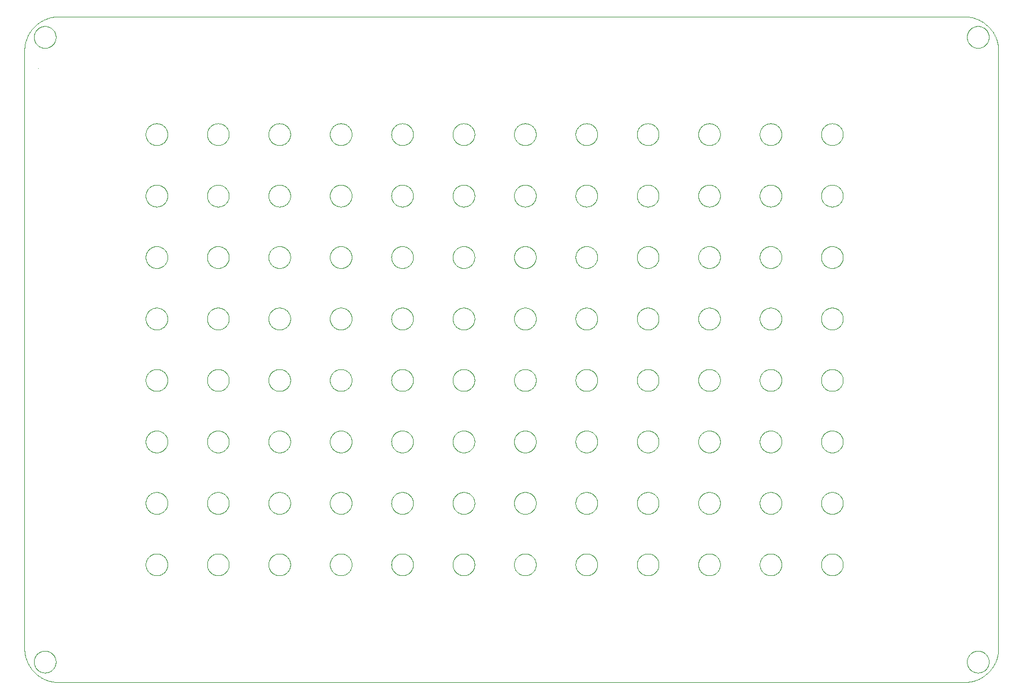
<source format=gm1>
G75*
%MOIN*%
%OFA0B0*%
%FSLAX25Y25*%
%IPPOS*%
%LPD*%
%AMOC8*
5,1,8,0,0,1.08239X$1,22.5*
%
%ADD10C,0.00000*%
%ADD11C,0.00010*%
%ADD12C,0.00079*%
D10*
X0058312Y0043611D02*
X0058314Y0043769D01*
X0058320Y0043927D01*
X0058330Y0044085D01*
X0058344Y0044243D01*
X0058362Y0044400D01*
X0058383Y0044557D01*
X0058409Y0044713D01*
X0058439Y0044869D01*
X0058472Y0045024D01*
X0058510Y0045177D01*
X0058551Y0045330D01*
X0058596Y0045482D01*
X0058645Y0045633D01*
X0058698Y0045782D01*
X0058754Y0045930D01*
X0058814Y0046076D01*
X0058878Y0046221D01*
X0058946Y0046364D01*
X0059017Y0046506D01*
X0059091Y0046646D01*
X0059169Y0046783D01*
X0059251Y0046919D01*
X0059335Y0047053D01*
X0059424Y0047184D01*
X0059515Y0047313D01*
X0059610Y0047440D01*
X0059707Y0047565D01*
X0059808Y0047687D01*
X0059912Y0047806D01*
X0060019Y0047923D01*
X0060129Y0048037D01*
X0060242Y0048148D01*
X0060357Y0048257D01*
X0060475Y0048362D01*
X0060596Y0048464D01*
X0060719Y0048564D01*
X0060845Y0048660D01*
X0060973Y0048753D01*
X0061103Y0048843D01*
X0061236Y0048929D01*
X0061371Y0049013D01*
X0061507Y0049092D01*
X0061646Y0049169D01*
X0061787Y0049241D01*
X0061929Y0049311D01*
X0062073Y0049376D01*
X0062219Y0049438D01*
X0062366Y0049496D01*
X0062515Y0049551D01*
X0062665Y0049602D01*
X0062816Y0049649D01*
X0062968Y0049692D01*
X0063121Y0049731D01*
X0063276Y0049767D01*
X0063431Y0049798D01*
X0063587Y0049826D01*
X0063743Y0049850D01*
X0063900Y0049870D01*
X0064058Y0049886D01*
X0064215Y0049898D01*
X0064374Y0049906D01*
X0064532Y0049910D01*
X0064690Y0049910D01*
X0064848Y0049906D01*
X0065007Y0049898D01*
X0065164Y0049886D01*
X0065322Y0049870D01*
X0065479Y0049850D01*
X0065635Y0049826D01*
X0065791Y0049798D01*
X0065946Y0049767D01*
X0066101Y0049731D01*
X0066254Y0049692D01*
X0066406Y0049649D01*
X0066557Y0049602D01*
X0066707Y0049551D01*
X0066856Y0049496D01*
X0067003Y0049438D01*
X0067149Y0049376D01*
X0067293Y0049311D01*
X0067435Y0049241D01*
X0067576Y0049169D01*
X0067715Y0049092D01*
X0067851Y0049013D01*
X0067986Y0048929D01*
X0068119Y0048843D01*
X0068249Y0048753D01*
X0068377Y0048660D01*
X0068503Y0048564D01*
X0068626Y0048464D01*
X0068747Y0048362D01*
X0068865Y0048257D01*
X0068980Y0048148D01*
X0069093Y0048037D01*
X0069203Y0047923D01*
X0069310Y0047806D01*
X0069414Y0047687D01*
X0069515Y0047565D01*
X0069612Y0047440D01*
X0069707Y0047313D01*
X0069798Y0047184D01*
X0069887Y0047053D01*
X0069971Y0046919D01*
X0070053Y0046783D01*
X0070131Y0046646D01*
X0070205Y0046506D01*
X0070276Y0046364D01*
X0070344Y0046221D01*
X0070408Y0046076D01*
X0070468Y0045930D01*
X0070524Y0045782D01*
X0070577Y0045633D01*
X0070626Y0045482D01*
X0070671Y0045330D01*
X0070712Y0045177D01*
X0070750Y0045024D01*
X0070783Y0044869D01*
X0070813Y0044713D01*
X0070839Y0044557D01*
X0070860Y0044400D01*
X0070878Y0044243D01*
X0070892Y0044085D01*
X0070902Y0043927D01*
X0070908Y0043769D01*
X0070910Y0043611D01*
X0070908Y0043453D01*
X0070902Y0043295D01*
X0070892Y0043137D01*
X0070878Y0042979D01*
X0070860Y0042822D01*
X0070839Y0042665D01*
X0070813Y0042509D01*
X0070783Y0042353D01*
X0070750Y0042198D01*
X0070712Y0042045D01*
X0070671Y0041892D01*
X0070626Y0041740D01*
X0070577Y0041589D01*
X0070524Y0041440D01*
X0070468Y0041292D01*
X0070408Y0041146D01*
X0070344Y0041001D01*
X0070276Y0040858D01*
X0070205Y0040716D01*
X0070131Y0040576D01*
X0070053Y0040439D01*
X0069971Y0040303D01*
X0069887Y0040169D01*
X0069798Y0040038D01*
X0069707Y0039909D01*
X0069612Y0039782D01*
X0069515Y0039657D01*
X0069414Y0039535D01*
X0069310Y0039416D01*
X0069203Y0039299D01*
X0069093Y0039185D01*
X0068980Y0039074D01*
X0068865Y0038965D01*
X0068747Y0038860D01*
X0068626Y0038758D01*
X0068503Y0038658D01*
X0068377Y0038562D01*
X0068249Y0038469D01*
X0068119Y0038379D01*
X0067986Y0038293D01*
X0067851Y0038209D01*
X0067715Y0038130D01*
X0067576Y0038053D01*
X0067435Y0037981D01*
X0067293Y0037911D01*
X0067149Y0037846D01*
X0067003Y0037784D01*
X0066856Y0037726D01*
X0066707Y0037671D01*
X0066557Y0037620D01*
X0066406Y0037573D01*
X0066254Y0037530D01*
X0066101Y0037491D01*
X0065946Y0037455D01*
X0065791Y0037424D01*
X0065635Y0037396D01*
X0065479Y0037372D01*
X0065322Y0037352D01*
X0065164Y0037336D01*
X0065007Y0037324D01*
X0064848Y0037316D01*
X0064690Y0037312D01*
X0064532Y0037312D01*
X0064374Y0037316D01*
X0064215Y0037324D01*
X0064058Y0037336D01*
X0063900Y0037352D01*
X0063743Y0037372D01*
X0063587Y0037396D01*
X0063431Y0037424D01*
X0063276Y0037455D01*
X0063121Y0037491D01*
X0062968Y0037530D01*
X0062816Y0037573D01*
X0062665Y0037620D01*
X0062515Y0037671D01*
X0062366Y0037726D01*
X0062219Y0037784D01*
X0062073Y0037846D01*
X0061929Y0037911D01*
X0061787Y0037981D01*
X0061646Y0038053D01*
X0061507Y0038130D01*
X0061371Y0038209D01*
X0061236Y0038293D01*
X0061103Y0038379D01*
X0060973Y0038469D01*
X0060845Y0038562D01*
X0060719Y0038658D01*
X0060596Y0038758D01*
X0060475Y0038860D01*
X0060357Y0038965D01*
X0060242Y0039074D01*
X0060129Y0039185D01*
X0060019Y0039299D01*
X0059912Y0039416D01*
X0059808Y0039535D01*
X0059707Y0039657D01*
X0059610Y0039782D01*
X0059515Y0039909D01*
X0059424Y0040038D01*
X0059335Y0040169D01*
X0059251Y0040303D01*
X0059169Y0040439D01*
X0059091Y0040576D01*
X0059017Y0040716D01*
X0058946Y0040858D01*
X0058878Y0041001D01*
X0058814Y0041146D01*
X0058754Y0041292D01*
X0058698Y0041440D01*
X0058645Y0041589D01*
X0058596Y0041740D01*
X0058551Y0041892D01*
X0058510Y0042045D01*
X0058472Y0042198D01*
X0058439Y0042353D01*
X0058409Y0042509D01*
X0058383Y0042665D01*
X0058362Y0042822D01*
X0058344Y0042979D01*
X0058330Y0043137D01*
X0058320Y0043295D01*
X0058314Y0043453D01*
X0058312Y0043611D01*
X0122800Y0099674D02*
X0122802Y0099832D01*
X0122808Y0099990D01*
X0122818Y0100148D01*
X0122832Y0100306D01*
X0122850Y0100463D01*
X0122871Y0100620D01*
X0122897Y0100776D01*
X0122927Y0100932D01*
X0122960Y0101087D01*
X0122998Y0101240D01*
X0123039Y0101393D01*
X0123084Y0101545D01*
X0123133Y0101696D01*
X0123186Y0101845D01*
X0123242Y0101993D01*
X0123302Y0102139D01*
X0123366Y0102284D01*
X0123434Y0102427D01*
X0123505Y0102569D01*
X0123579Y0102709D01*
X0123657Y0102846D01*
X0123739Y0102982D01*
X0123823Y0103116D01*
X0123912Y0103247D01*
X0124003Y0103376D01*
X0124098Y0103503D01*
X0124195Y0103628D01*
X0124296Y0103750D01*
X0124400Y0103869D01*
X0124507Y0103986D01*
X0124617Y0104100D01*
X0124730Y0104211D01*
X0124845Y0104320D01*
X0124963Y0104425D01*
X0125084Y0104527D01*
X0125207Y0104627D01*
X0125333Y0104723D01*
X0125461Y0104816D01*
X0125591Y0104906D01*
X0125724Y0104992D01*
X0125859Y0105076D01*
X0125995Y0105155D01*
X0126134Y0105232D01*
X0126275Y0105304D01*
X0126417Y0105374D01*
X0126561Y0105439D01*
X0126707Y0105501D01*
X0126854Y0105559D01*
X0127003Y0105614D01*
X0127153Y0105665D01*
X0127304Y0105712D01*
X0127456Y0105755D01*
X0127609Y0105794D01*
X0127764Y0105830D01*
X0127919Y0105861D01*
X0128075Y0105889D01*
X0128231Y0105913D01*
X0128388Y0105933D01*
X0128546Y0105949D01*
X0128703Y0105961D01*
X0128862Y0105969D01*
X0129020Y0105973D01*
X0129178Y0105973D01*
X0129336Y0105969D01*
X0129495Y0105961D01*
X0129652Y0105949D01*
X0129810Y0105933D01*
X0129967Y0105913D01*
X0130123Y0105889D01*
X0130279Y0105861D01*
X0130434Y0105830D01*
X0130589Y0105794D01*
X0130742Y0105755D01*
X0130894Y0105712D01*
X0131045Y0105665D01*
X0131195Y0105614D01*
X0131344Y0105559D01*
X0131491Y0105501D01*
X0131637Y0105439D01*
X0131781Y0105374D01*
X0131923Y0105304D01*
X0132064Y0105232D01*
X0132203Y0105155D01*
X0132339Y0105076D01*
X0132474Y0104992D01*
X0132607Y0104906D01*
X0132737Y0104816D01*
X0132865Y0104723D01*
X0132991Y0104627D01*
X0133114Y0104527D01*
X0133235Y0104425D01*
X0133353Y0104320D01*
X0133468Y0104211D01*
X0133581Y0104100D01*
X0133691Y0103986D01*
X0133798Y0103869D01*
X0133902Y0103750D01*
X0134003Y0103628D01*
X0134100Y0103503D01*
X0134195Y0103376D01*
X0134286Y0103247D01*
X0134375Y0103116D01*
X0134459Y0102982D01*
X0134541Y0102846D01*
X0134619Y0102709D01*
X0134693Y0102569D01*
X0134764Y0102427D01*
X0134832Y0102284D01*
X0134896Y0102139D01*
X0134956Y0101993D01*
X0135012Y0101845D01*
X0135065Y0101696D01*
X0135114Y0101545D01*
X0135159Y0101393D01*
X0135200Y0101240D01*
X0135238Y0101087D01*
X0135271Y0100932D01*
X0135301Y0100776D01*
X0135327Y0100620D01*
X0135348Y0100463D01*
X0135366Y0100306D01*
X0135380Y0100148D01*
X0135390Y0099990D01*
X0135396Y0099832D01*
X0135398Y0099674D01*
X0135396Y0099516D01*
X0135390Y0099358D01*
X0135380Y0099200D01*
X0135366Y0099042D01*
X0135348Y0098885D01*
X0135327Y0098728D01*
X0135301Y0098572D01*
X0135271Y0098416D01*
X0135238Y0098261D01*
X0135200Y0098108D01*
X0135159Y0097955D01*
X0135114Y0097803D01*
X0135065Y0097652D01*
X0135012Y0097503D01*
X0134956Y0097355D01*
X0134896Y0097209D01*
X0134832Y0097064D01*
X0134764Y0096921D01*
X0134693Y0096779D01*
X0134619Y0096639D01*
X0134541Y0096502D01*
X0134459Y0096366D01*
X0134375Y0096232D01*
X0134286Y0096101D01*
X0134195Y0095972D01*
X0134100Y0095845D01*
X0134003Y0095720D01*
X0133902Y0095598D01*
X0133798Y0095479D01*
X0133691Y0095362D01*
X0133581Y0095248D01*
X0133468Y0095137D01*
X0133353Y0095028D01*
X0133235Y0094923D01*
X0133114Y0094821D01*
X0132991Y0094721D01*
X0132865Y0094625D01*
X0132737Y0094532D01*
X0132607Y0094442D01*
X0132474Y0094356D01*
X0132339Y0094272D01*
X0132203Y0094193D01*
X0132064Y0094116D01*
X0131923Y0094044D01*
X0131781Y0093974D01*
X0131637Y0093909D01*
X0131491Y0093847D01*
X0131344Y0093789D01*
X0131195Y0093734D01*
X0131045Y0093683D01*
X0130894Y0093636D01*
X0130742Y0093593D01*
X0130589Y0093554D01*
X0130434Y0093518D01*
X0130279Y0093487D01*
X0130123Y0093459D01*
X0129967Y0093435D01*
X0129810Y0093415D01*
X0129652Y0093399D01*
X0129495Y0093387D01*
X0129336Y0093379D01*
X0129178Y0093375D01*
X0129020Y0093375D01*
X0128862Y0093379D01*
X0128703Y0093387D01*
X0128546Y0093399D01*
X0128388Y0093415D01*
X0128231Y0093435D01*
X0128075Y0093459D01*
X0127919Y0093487D01*
X0127764Y0093518D01*
X0127609Y0093554D01*
X0127456Y0093593D01*
X0127304Y0093636D01*
X0127153Y0093683D01*
X0127003Y0093734D01*
X0126854Y0093789D01*
X0126707Y0093847D01*
X0126561Y0093909D01*
X0126417Y0093974D01*
X0126275Y0094044D01*
X0126134Y0094116D01*
X0125995Y0094193D01*
X0125859Y0094272D01*
X0125724Y0094356D01*
X0125591Y0094442D01*
X0125461Y0094532D01*
X0125333Y0094625D01*
X0125207Y0094721D01*
X0125084Y0094821D01*
X0124963Y0094923D01*
X0124845Y0095028D01*
X0124730Y0095137D01*
X0124617Y0095248D01*
X0124507Y0095362D01*
X0124400Y0095479D01*
X0124296Y0095598D01*
X0124195Y0095720D01*
X0124098Y0095845D01*
X0124003Y0095972D01*
X0123912Y0096101D01*
X0123823Y0096232D01*
X0123739Y0096366D01*
X0123657Y0096502D01*
X0123579Y0096639D01*
X0123505Y0096779D01*
X0123434Y0096921D01*
X0123366Y0097064D01*
X0123302Y0097209D01*
X0123242Y0097355D01*
X0123186Y0097503D01*
X0123133Y0097652D01*
X0123084Y0097803D01*
X0123039Y0097955D01*
X0122998Y0098108D01*
X0122960Y0098261D01*
X0122927Y0098416D01*
X0122897Y0098572D01*
X0122871Y0098728D01*
X0122850Y0098885D01*
X0122832Y0099042D01*
X0122818Y0099200D01*
X0122808Y0099358D01*
X0122802Y0099516D01*
X0122800Y0099674D01*
X0158233Y0099674D02*
X0158235Y0099832D01*
X0158241Y0099990D01*
X0158251Y0100148D01*
X0158265Y0100306D01*
X0158283Y0100463D01*
X0158304Y0100620D01*
X0158330Y0100776D01*
X0158360Y0100932D01*
X0158393Y0101087D01*
X0158431Y0101240D01*
X0158472Y0101393D01*
X0158517Y0101545D01*
X0158566Y0101696D01*
X0158619Y0101845D01*
X0158675Y0101993D01*
X0158735Y0102139D01*
X0158799Y0102284D01*
X0158867Y0102427D01*
X0158938Y0102569D01*
X0159012Y0102709D01*
X0159090Y0102846D01*
X0159172Y0102982D01*
X0159256Y0103116D01*
X0159345Y0103247D01*
X0159436Y0103376D01*
X0159531Y0103503D01*
X0159628Y0103628D01*
X0159729Y0103750D01*
X0159833Y0103869D01*
X0159940Y0103986D01*
X0160050Y0104100D01*
X0160163Y0104211D01*
X0160278Y0104320D01*
X0160396Y0104425D01*
X0160517Y0104527D01*
X0160640Y0104627D01*
X0160766Y0104723D01*
X0160894Y0104816D01*
X0161024Y0104906D01*
X0161157Y0104992D01*
X0161292Y0105076D01*
X0161428Y0105155D01*
X0161567Y0105232D01*
X0161708Y0105304D01*
X0161850Y0105374D01*
X0161994Y0105439D01*
X0162140Y0105501D01*
X0162287Y0105559D01*
X0162436Y0105614D01*
X0162586Y0105665D01*
X0162737Y0105712D01*
X0162889Y0105755D01*
X0163042Y0105794D01*
X0163197Y0105830D01*
X0163352Y0105861D01*
X0163508Y0105889D01*
X0163664Y0105913D01*
X0163821Y0105933D01*
X0163979Y0105949D01*
X0164136Y0105961D01*
X0164295Y0105969D01*
X0164453Y0105973D01*
X0164611Y0105973D01*
X0164769Y0105969D01*
X0164928Y0105961D01*
X0165085Y0105949D01*
X0165243Y0105933D01*
X0165400Y0105913D01*
X0165556Y0105889D01*
X0165712Y0105861D01*
X0165867Y0105830D01*
X0166022Y0105794D01*
X0166175Y0105755D01*
X0166327Y0105712D01*
X0166478Y0105665D01*
X0166628Y0105614D01*
X0166777Y0105559D01*
X0166924Y0105501D01*
X0167070Y0105439D01*
X0167214Y0105374D01*
X0167356Y0105304D01*
X0167497Y0105232D01*
X0167636Y0105155D01*
X0167772Y0105076D01*
X0167907Y0104992D01*
X0168040Y0104906D01*
X0168170Y0104816D01*
X0168298Y0104723D01*
X0168424Y0104627D01*
X0168547Y0104527D01*
X0168668Y0104425D01*
X0168786Y0104320D01*
X0168901Y0104211D01*
X0169014Y0104100D01*
X0169124Y0103986D01*
X0169231Y0103869D01*
X0169335Y0103750D01*
X0169436Y0103628D01*
X0169533Y0103503D01*
X0169628Y0103376D01*
X0169719Y0103247D01*
X0169808Y0103116D01*
X0169892Y0102982D01*
X0169974Y0102846D01*
X0170052Y0102709D01*
X0170126Y0102569D01*
X0170197Y0102427D01*
X0170265Y0102284D01*
X0170329Y0102139D01*
X0170389Y0101993D01*
X0170445Y0101845D01*
X0170498Y0101696D01*
X0170547Y0101545D01*
X0170592Y0101393D01*
X0170633Y0101240D01*
X0170671Y0101087D01*
X0170704Y0100932D01*
X0170734Y0100776D01*
X0170760Y0100620D01*
X0170781Y0100463D01*
X0170799Y0100306D01*
X0170813Y0100148D01*
X0170823Y0099990D01*
X0170829Y0099832D01*
X0170831Y0099674D01*
X0170829Y0099516D01*
X0170823Y0099358D01*
X0170813Y0099200D01*
X0170799Y0099042D01*
X0170781Y0098885D01*
X0170760Y0098728D01*
X0170734Y0098572D01*
X0170704Y0098416D01*
X0170671Y0098261D01*
X0170633Y0098108D01*
X0170592Y0097955D01*
X0170547Y0097803D01*
X0170498Y0097652D01*
X0170445Y0097503D01*
X0170389Y0097355D01*
X0170329Y0097209D01*
X0170265Y0097064D01*
X0170197Y0096921D01*
X0170126Y0096779D01*
X0170052Y0096639D01*
X0169974Y0096502D01*
X0169892Y0096366D01*
X0169808Y0096232D01*
X0169719Y0096101D01*
X0169628Y0095972D01*
X0169533Y0095845D01*
X0169436Y0095720D01*
X0169335Y0095598D01*
X0169231Y0095479D01*
X0169124Y0095362D01*
X0169014Y0095248D01*
X0168901Y0095137D01*
X0168786Y0095028D01*
X0168668Y0094923D01*
X0168547Y0094821D01*
X0168424Y0094721D01*
X0168298Y0094625D01*
X0168170Y0094532D01*
X0168040Y0094442D01*
X0167907Y0094356D01*
X0167772Y0094272D01*
X0167636Y0094193D01*
X0167497Y0094116D01*
X0167356Y0094044D01*
X0167214Y0093974D01*
X0167070Y0093909D01*
X0166924Y0093847D01*
X0166777Y0093789D01*
X0166628Y0093734D01*
X0166478Y0093683D01*
X0166327Y0093636D01*
X0166175Y0093593D01*
X0166022Y0093554D01*
X0165867Y0093518D01*
X0165712Y0093487D01*
X0165556Y0093459D01*
X0165400Y0093435D01*
X0165243Y0093415D01*
X0165085Y0093399D01*
X0164928Y0093387D01*
X0164769Y0093379D01*
X0164611Y0093375D01*
X0164453Y0093375D01*
X0164295Y0093379D01*
X0164136Y0093387D01*
X0163979Y0093399D01*
X0163821Y0093415D01*
X0163664Y0093435D01*
X0163508Y0093459D01*
X0163352Y0093487D01*
X0163197Y0093518D01*
X0163042Y0093554D01*
X0162889Y0093593D01*
X0162737Y0093636D01*
X0162586Y0093683D01*
X0162436Y0093734D01*
X0162287Y0093789D01*
X0162140Y0093847D01*
X0161994Y0093909D01*
X0161850Y0093974D01*
X0161708Y0094044D01*
X0161567Y0094116D01*
X0161428Y0094193D01*
X0161292Y0094272D01*
X0161157Y0094356D01*
X0161024Y0094442D01*
X0160894Y0094532D01*
X0160766Y0094625D01*
X0160640Y0094721D01*
X0160517Y0094821D01*
X0160396Y0094923D01*
X0160278Y0095028D01*
X0160163Y0095137D01*
X0160050Y0095248D01*
X0159940Y0095362D01*
X0159833Y0095479D01*
X0159729Y0095598D01*
X0159628Y0095720D01*
X0159531Y0095845D01*
X0159436Y0095972D01*
X0159345Y0096101D01*
X0159256Y0096232D01*
X0159172Y0096366D01*
X0159090Y0096502D01*
X0159012Y0096639D01*
X0158938Y0096779D01*
X0158867Y0096921D01*
X0158799Y0097064D01*
X0158735Y0097209D01*
X0158675Y0097355D01*
X0158619Y0097503D01*
X0158566Y0097652D01*
X0158517Y0097803D01*
X0158472Y0097955D01*
X0158431Y0098108D01*
X0158393Y0098261D01*
X0158360Y0098416D01*
X0158330Y0098572D01*
X0158304Y0098728D01*
X0158283Y0098885D01*
X0158265Y0099042D01*
X0158251Y0099200D01*
X0158241Y0099358D01*
X0158235Y0099516D01*
X0158233Y0099674D01*
X0193666Y0099674D02*
X0193668Y0099832D01*
X0193674Y0099990D01*
X0193684Y0100148D01*
X0193698Y0100306D01*
X0193716Y0100463D01*
X0193737Y0100620D01*
X0193763Y0100776D01*
X0193793Y0100932D01*
X0193826Y0101087D01*
X0193864Y0101240D01*
X0193905Y0101393D01*
X0193950Y0101545D01*
X0193999Y0101696D01*
X0194052Y0101845D01*
X0194108Y0101993D01*
X0194168Y0102139D01*
X0194232Y0102284D01*
X0194300Y0102427D01*
X0194371Y0102569D01*
X0194445Y0102709D01*
X0194523Y0102846D01*
X0194605Y0102982D01*
X0194689Y0103116D01*
X0194778Y0103247D01*
X0194869Y0103376D01*
X0194964Y0103503D01*
X0195061Y0103628D01*
X0195162Y0103750D01*
X0195266Y0103869D01*
X0195373Y0103986D01*
X0195483Y0104100D01*
X0195596Y0104211D01*
X0195711Y0104320D01*
X0195829Y0104425D01*
X0195950Y0104527D01*
X0196073Y0104627D01*
X0196199Y0104723D01*
X0196327Y0104816D01*
X0196457Y0104906D01*
X0196590Y0104992D01*
X0196725Y0105076D01*
X0196861Y0105155D01*
X0197000Y0105232D01*
X0197141Y0105304D01*
X0197283Y0105374D01*
X0197427Y0105439D01*
X0197573Y0105501D01*
X0197720Y0105559D01*
X0197869Y0105614D01*
X0198019Y0105665D01*
X0198170Y0105712D01*
X0198322Y0105755D01*
X0198475Y0105794D01*
X0198630Y0105830D01*
X0198785Y0105861D01*
X0198941Y0105889D01*
X0199097Y0105913D01*
X0199254Y0105933D01*
X0199412Y0105949D01*
X0199569Y0105961D01*
X0199728Y0105969D01*
X0199886Y0105973D01*
X0200044Y0105973D01*
X0200202Y0105969D01*
X0200361Y0105961D01*
X0200518Y0105949D01*
X0200676Y0105933D01*
X0200833Y0105913D01*
X0200989Y0105889D01*
X0201145Y0105861D01*
X0201300Y0105830D01*
X0201455Y0105794D01*
X0201608Y0105755D01*
X0201760Y0105712D01*
X0201911Y0105665D01*
X0202061Y0105614D01*
X0202210Y0105559D01*
X0202357Y0105501D01*
X0202503Y0105439D01*
X0202647Y0105374D01*
X0202789Y0105304D01*
X0202930Y0105232D01*
X0203069Y0105155D01*
X0203205Y0105076D01*
X0203340Y0104992D01*
X0203473Y0104906D01*
X0203603Y0104816D01*
X0203731Y0104723D01*
X0203857Y0104627D01*
X0203980Y0104527D01*
X0204101Y0104425D01*
X0204219Y0104320D01*
X0204334Y0104211D01*
X0204447Y0104100D01*
X0204557Y0103986D01*
X0204664Y0103869D01*
X0204768Y0103750D01*
X0204869Y0103628D01*
X0204966Y0103503D01*
X0205061Y0103376D01*
X0205152Y0103247D01*
X0205241Y0103116D01*
X0205325Y0102982D01*
X0205407Y0102846D01*
X0205485Y0102709D01*
X0205559Y0102569D01*
X0205630Y0102427D01*
X0205698Y0102284D01*
X0205762Y0102139D01*
X0205822Y0101993D01*
X0205878Y0101845D01*
X0205931Y0101696D01*
X0205980Y0101545D01*
X0206025Y0101393D01*
X0206066Y0101240D01*
X0206104Y0101087D01*
X0206137Y0100932D01*
X0206167Y0100776D01*
X0206193Y0100620D01*
X0206214Y0100463D01*
X0206232Y0100306D01*
X0206246Y0100148D01*
X0206256Y0099990D01*
X0206262Y0099832D01*
X0206264Y0099674D01*
X0206262Y0099516D01*
X0206256Y0099358D01*
X0206246Y0099200D01*
X0206232Y0099042D01*
X0206214Y0098885D01*
X0206193Y0098728D01*
X0206167Y0098572D01*
X0206137Y0098416D01*
X0206104Y0098261D01*
X0206066Y0098108D01*
X0206025Y0097955D01*
X0205980Y0097803D01*
X0205931Y0097652D01*
X0205878Y0097503D01*
X0205822Y0097355D01*
X0205762Y0097209D01*
X0205698Y0097064D01*
X0205630Y0096921D01*
X0205559Y0096779D01*
X0205485Y0096639D01*
X0205407Y0096502D01*
X0205325Y0096366D01*
X0205241Y0096232D01*
X0205152Y0096101D01*
X0205061Y0095972D01*
X0204966Y0095845D01*
X0204869Y0095720D01*
X0204768Y0095598D01*
X0204664Y0095479D01*
X0204557Y0095362D01*
X0204447Y0095248D01*
X0204334Y0095137D01*
X0204219Y0095028D01*
X0204101Y0094923D01*
X0203980Y0094821D01*
X0203857Y0094721D01*
X0203731Y0094625D01*
X0203603Y0094532D01*
X0203473Y0094442D01*
X0203340Y0094356D01*
X0203205Y0094272D01*
X0203069Y0094193D01*
X0202930Y0094116D01*
X0202789Y0094044D01*
X0202647Y0093974D01*
X0202503Y0093909D01*
X0202357Y0093847D01*
X0202210Y0093789D01*
X0202061Y0093734D01*
X0201911Y0093683D01*
X0201760Y0093636D01*
X0201608Y0093593D01*
X0201455Y0093554D01*
X0201300Y0093518D01*
X0201145Y0093487D01*
X0200989Y0093459D01*
X0200833Y0093435D01*
X0200676Y0093415D01*
X0200518Y0093399D01*
X0200361Y0093387D01*
X0200202Y0093379D01*
X0200044Y0093375D01*
X0199886Y0093375D01*
X0199728Y0093379D01*
X0199569Y0093387D01*
X0199412Y0093399D01*
X0199254Y0093415D01*
X0199097Y0093435D01*
X0198941Y0093459D01*
X0198785Y0093487D01*
X0198630Y0093518D01*
X0198475Y0093554D01*
X0198322Y0093593D01*
X0198170Y0093636D01*
X0198019Y0093683D01*
X0197869Y0093734D01*
X0197720Y0093789D01*
X0197573Y0093847D01*
X0197427Y0093909D01*
X0197283Y0093974D01*
X0197141Y0094044D01*
X0197000Y0094116D01*
X0196861Y0094193D01*
X0196725Y0094272D01*
X0196590Y0094356D01*
X0196457Y0094442D01*
X0196327Y0094532D01*
X0196199Y0094625D01*
X0196073Y0094721D01*
X0195950Y0094821D01*
X0195829Y0094923D01*
X0195711Y0095028D01*
X0195596Y0095137D01*
X0195483Y0095248D01*
X0195373Y0095362D01*
X0195266Y0095479D01*
X0195162Y0095598D01*
X0195061Y0095720D01*
X0194964Y0095845D01*
X0194869Y0095972D01*
X0194778Y0096101D01*
X0194689Y0096232D01*
X0194605Y0096366D01*
X0194523Y0096502D01*
X0194445Y0096639D01*
X0194371Y0096779D01*
X0194300Y0096921D01*
X0194232Y0097064D01*
X0194168Y0097209D01*
X0194108Y0097355D01*
X0194052Y0097503D01*
X0193999Y0097652D01*
X0193950Y0097803D01*
X0193905Y0097955D01*
X0193864Y0098108D01*
X0193826Y0098261D01*
X0193793Y0098416D01*
X0193763Y0098572D01*
X0193737Y0098728D01*
X0193716Y0098885D01*
X0193698Y0099042D01*
X0193684Y0099200D01*
X0193674Y0099358D01*
X0193668Y0099516D01*
X0193666Y0099674D01*
X0229099Y0099674D02*
X0229101Y0099832D01*
X0229107Y0099990D01*
X0229117Y0100148D01*
X0229131Y0100306D01*
X0229149Y0100463D01*
X0229170Y0100620D01*
X0229196Y0100776D01*
X0229226Y0100932D01*
X0229259Y0101087D01*
X0229297Y0101240D01*
X0229338Y0101393D01*
X0229383Y0101545D01*
X0229432Y0101696D01*
X0229485Y0101845D01*
X0229541Y0101993D01*
X0229601Y0102139D01*
X0229665Y0102284D01*
X0229733Y0102427D01*
X0229804Y0102569D01*
X0229878Y0102709D01*
X0229956Y0102846D01*
X0230038Y0102982D01*
X0230122Y0103116D01*
X0230211Y0103247D01*
X0230302Y0103376D01*
X0230397Y0103503D01*
X0230494Y0103628D01*
X0230595Y0103750D01*
X0230699Y0103869D01*
X0230806Y0103986D01*
X0230916Y0104100D01*
X0231029Y0104211D01*
X0231144Y0104320D01*
X0231262Y0104425D01*
X0231383Y0104527D01*
X0231506Y0104627D01*
X0231632Y0104723D01*
X0231760Y0104816D01*
X0231890Y0104906D01*
X0232023Y0104992D01*
X0232158Y0105076D01*
X0232294Y0105155D01*
X0232433Y0105232D01*
X0232574Y0105304D01*
X0232716Y0105374D01*
X0232860Y0105439D01*
X0233006Y0105501D01*
X0233153Y0105559D01*
X0233302Y0105614D01*
X0233452Y0105665D01*
X0233603Y0105712D01*
X0233755Y0105755D01*
X0233908Y0105794D01*
X0234063Y0105830D01*
X0234218Y0105861D01*
X0234374Y0105889D01*
X0234530Y0105913D01*
X0234687Y0105933D01*
X0234845Y0105949D01*
X0235002Y0105961D01*
X0235161Y0105969D01*
X0235319Y0105973D01*
X0235477Y0105973D01*
X0235635Y0105969D01*
X0235794Y0105961D01*
X0235951Y0105949D01*
X0236109Y0105933D01*
X0236266Y0105913D01*
X0236422Y0105889D01*
X0236578Y0105861D01*
X0236733Y0105830D01*
X0236888Y0105794D01*
X0237041Y0105755D01*
X0237193Y0105712D01*
X0237344Y0105665D01*
X0237494Y0105614D01*
X0237643Y0105559D01*
X0237790Y0105501D01*
X0237936Y0105439D01*
X0238080Y0105374D01*
X0238222Y0105304D01*
X0238363Y0105232D01*
X0238502Y0105155D01*
X0238638Y0105076D01*
X0238773Y0104992D01*
X0238906Y0104906D01*
X0239036Y0104816D01*
X0239164Y0104723D01*
X0239290Y0104627D01*
X0239413Y0104527D01*
X0239534Y0104425D01*
X0239652Y0104320D01*
X0239767Y0104211D01*
X0239880Y0104100D01*
X0239990Y0103986D01*
X0240097Y0103869D01*
X0240201Y0103750D01*
X0240302Y0103628D01*
X0240399Y0103503D01*
X0240494Y0103376D01*
X0240585Y0103247D01*
X0240674Y0103116D01*
X0240758Y0102982D01*
X0240840Y0102846D01*
X0240918Y0102709D01*
X0240992Y0102569D01*
X0241063Y0102427D01*
X0241131Y0102284D01*
X0241195Y0102139D01*
X0241255Y0101993D01*
X0241311Y0101845D01*
X0241364Y0101696D01*
X0241413Y0101545D01*
X0241458Y0101393D01*
X0241499Y0101240D01*
X0241537Y0101087D01*
X0241570Y0100932D01*
X0241600Y0100776D01*
X0241626Y0100620D01*
X0241647Y0100463D01*
X0241665Y0100306D01*
X0241679Y0100148D01*
X0241689Y0099990D01*
X0241695Y0099832D01*
X0241697Y0099674D01*
X0241695Y0099516D01*
X0241689Y0099358D01*
X0241679Y0099200D01*
X0241665Y0099042D01*
X0241647Y0098885D01*
X0241626Y0098728D01*
X0241600Y0098572D01*
X0241570Y0098416D01*
X0241537Y0098261D01*
X0241499Y0098108D01*
X0241458Y0097955D01*
X0241413Y0097803D01*
X0241364Y0097652D01*
X0241311Y0097503D01*
X0241255Y0097355D01*
X0241195Y0097209D01*
X0241131Y0097064D01*
X0241063Y0096921D01*
X0240992Y0096779D01*
X0240918Y0096639D01*
X0240840Y0096502D01*
X0240758Y0096366D01*
X0240674Y0096232D01*
X0240585Y0096101D01*
X0240494Y0095972D01*
X0240399Y0095845D01*
X0240302Y0095720D01*
X0240201Y0095598D01*
X0240097Y0095479D01*
X0239990Y0095362D01*
X0239880Y0095248D01*
X0239767Y0095137D01*
X0239652Y0095028D01*
X0239534Y0094923D01*
X0239413Y0094821D01*
X0239290Y0094721D01*
X0239164Y0094625D01*
X0239036Y0094532D01*
X0238906Y0094442D01*
X0238773Y0094356D01*
X0238638Y0094272D01*
X0238502Y0094193D01*
X0238363Y0094116D01*
X0238222Y0094044D01*
X0238080Y0093974D01*
X0237936Y0093909D01*
X0237790Y0093847D01*
X0237643Y0093789D01*
X0237494Y0093734D01*
X0237344Y0093683D01*
X0237193Y0093636D01*
X0237041Y0093593D01*
X0236888Y0093554D01*
X0236733Y0093518D01*
X0236578Y0093487D01*
X0236422Y0093459D01*
X0236266Y0093435D01*
X0236109Y0093415D01*
X0235951Y0093399D01*
X0235794Y0093387D01*
X0235635Y0093379D01*
X0235477Y0093375D01*
X0235319Y0093375D01*
X0235161Y0093379D01*
X0235002Y0093387D01*
X0234845Y0093399D01*
X0234687Y0093415D01*
X0234530Y0093435D01*
X0234374Y0093459D01*
X0234218Y0093487D01*
X0234063Y0093518D01*
X0233908Y0093554D01*
X0233755Y0093593D01*
X0233603Y0093636D01*
X0233452Y0093683D01*
X0233302Y0093734D01*
X0233153Y0093789D01*
X0233006Y0093847D01*
X0232860Y0093909D01*
X0232716Y0093974D01*
X0232574Y0094044D01*
X0232433Y0094116D01*
X0232294Y0094193D01*
X0232158Y0094272D01*
X0232023Y0094356D01*
X0231890Y0094442D01*
X0231760Y0094532D01*
X0231632Y0094625D01*
X0231506Y0094721D01*
X0231383Y0094821D01*
X0231262Y0094923D01*
X0231144Y0095028D01*
X0231029Y0095137D01*
X0230916Y0095248D01*
X0230806Y0095362D01*
X0230699Y0095479D01*
X0230595Y0095598D01*
X0230494Y0095720D01*
X0230397Y0095845D01*
X0230302Y0095972D01*
X0230211Y0096101D01*
X0230122Y0096232D01*
X0230038Y0096366D01*
X0229956Y0096502D01*
X0229878Y0096639D01*
X0229804Y0096779D01*
X0229733Y0096921D01*
X0229665Y0097064D01*
X0229601Y0097209D01*
X0229541Y0097355D01*
X0229485Y0097503D01*
X0229432Y0097652D01*
X0229383Y0097803D01*
X0229338Y0097955D01*
X0229297Y0098108D01*
X0229259Y0098261D01*
X0229226Y0098416D01*
X0229196Y0098572D01*
X0229170Y0098728D01*
X0229149Y0098885D01*
X0229131Y0099042D01*
X0229117Y0099200D01*
X0229107Y0099358D01*
X0229101Y0099516D01*
X0229099Y0099674D01*
X0264532Y0099674D02*
X0264534Y0099832D01*
X0264540Y0099990D01*
X0264550Y0100148D01*
X0264564Y0100306D01*
X0264582Y0100463D01*
X0264603Y0100620D01*
X0264629Y0100776D01*
X0264659Y0100932D01*
X0264692Y0101087D01*
X0264730Y0101240D01*
X0264771Y0101393D01*
X0264816Y0101545D01*
X0264865Y0101696D01*
X0264918Y0101845D01*
X0264974Y0101993D01*
X0265034Y0102139D01*
X0265098Y0102284D01*
X0265166Y0102427D01*
X0265237Y0102569D01*
X0265311Y0102709D01*
X0265389Y0102846D01*
X0265471Y0102982D01*
X0265555Y0103116D01*
X0265644Y0103247D01*
X0265735Y0103376D01*
X0265830Y0103503D01*
X0265927Y0103628D01*
X0266028Y0103750D01*
X0266132Y0103869D01*
X0266239Y0103986D01*
X0266349Y0104100D01*
X0266462Y0104211D01*
X0266577Y0104320D01*
X0266695Y0104425D01*
X0266816Y0104527D01*
X0266939Y0104627D01*
X0267065Y0104723D01*
X0267193Y0104816D01*
X0267323Y0104906D01*
X0267456Y0104992D01*
X0267591Y0105076D01*
X0267727Y0105155D01*
X0267866Y0105232D01*
X0268007Y0105304D01*
X0268149Y0105374D01*
X0268293Y0105439D01*
X0268439Y0105501D01*
X0268586Y0105559D01*
X0268735Y0105614D01*
X0268885Y0105665D01*
X0269036Y0105712D01*
X0269188Y0105755D01*
X0269341Y0105794D01*
X0269496Y0105830D01*
X0269651Y0105861D01*
X0269807Y0105889D01*
X0269963Y0105913D01*
X0270120Y0105933D01*
X0270278Y0105949D01*
X0270435Y0105961D01*
X0270594Y0105969D01*
X0270752Y0105973D01*
X0270910Y0105973D01*
X0271068Y0105969D01*
X0271227Y0105961D01*
X0271384Y0105949D01*
X0271542Y0105933D01*
X0271699Y0105913D01*
X0271855Y0105889D01*
X0272011Y0105861D01*
X0272166Y0105830D01*
X0272321Y0105794D01*
X0272474Y0105755D01*
X0272626Y0105712D01*
X0272777Y0105665D01*
X0272927Y0105614D01*
X0273076Y0105559D01*
X0273223Y0105501D01*
X0273369Y0105439D01*
X0273513Y0105374D01*
X0273655Y0105304D01*
X0273796Y0105232D01*
X0273935Y0105155D01*
X0274071Y0105076D01*
X0274206Y0104992D01*
X0274339Y0104906D01*
X0274469Y0104816D01*
X0274597Y0104723D01*
X0274723Y0104627D01*
X0274846Y0104527D01*
X0274967Y0104425D01*
X0275085Y0104320D01*
X0275200Y0104211D01*
X0275313Y0104100D01*
X0275423Y0103986D01*
X0275530Y0103869D01*
X0275634Y0103750D01*
X0275735Y0103628D01*
X0275832Y0103503D01*
X0275927Y0103376D01*
X0276018Y0103247D01*
X0276107Y0103116D01*
X0276191Y0102982D01*
X0276273Y0102846D01*
X0276351Y0102709D01*
X0276425Y0102569D01*
X0276496Y0102427D01*
X0276564Y0102284D01*
X0276628Y0102139D01*
X0276688Y0101993D01*
X0276744Y0101845D01*
X0276797Y0101696D01*
X0276846Y0101545D01*
X0276891Y0101393D01*
X0276932Y0101240D01*
X0276970Y0101087D01*
X0277003Y0100932D01*
X0277033Y0100776D01*
X0277059Y0100620D01*
X0277080Y0100463D01*
X0277098Y0100306D01*
X0277112Y0100148D01*
X0277122Y0099990D01*
X0277128Y0099832D01*
X0277130Y0099674D01*
X0277128Y0099516D01*
X0277122Y0099358D01*
X0277112Y0099200D01*
X0277098Y0099042D01*
X0277080Y0098885D01*
X0277059Y0098728D01*
X0277033Y0098572D01*
X0277003Y0098416D01*
X0276970Y0098261D01*
X0276932Y0098108D01*
X0276891Y0097955D01*
X0276846Y0097803D01*
X0276797Y0097652D01*
X0276744Y0097503D01*
X0276688Y0097355D01*
X0276628Y0097209D01*
X0276564Y0097064D01*
X0276496Y0096921D01*
X0276425Y0096779D01*
X0276351Y0096639D01*
X0276273Y0096502D01*
X0276191Y0096366D01*
X0276107Y0096232D01*
X0276018Y0096101D01*
X0275927Y0095972D01*
X0275832Y0095845D01*
X0275735Y0095720D01*
X0275634Y0095598D01*
X0275530Y0095479D01*
X0275423Y0095362D01*
X0275313Y0095248D01*
X0275200Y0095137D01*
X0275085Y0095028D01*
X0274967Y0094923D01*
X0274846Y0094821D01*
X0274723Y0094721D01*
X0274597Y0094625D01*
X0274469Y0094532D01*
X0274339Y0094442D01*
X0274206Y0094356D01*
X0274071Y0094272D01*
X0273935Y0094193D01*
X0273796Y0094116D01*
X0273655Y0094044D01*
X0273513Y0093974D01*
X0273369Y0093909D01*
X0273223Y0093847D01*
X0273076Y0093789D01*
X0272927Y0093734D01*
X0272777Y0093683D01*
X0272626Y0093636D01*
X0272474Y0093593D01*
X0272321Y0093554D01*
X0272166Y0093518D01*
X0272011Y0093487D01*
X0271855Y0093459D01*
X0271699Y0093435D01*
X0271542Y0093415D01*
X0271384Y0093399D01*
X0271227Y0093387D01*
X0271068Y0093379D01*
X0270910Y0093375D01*
X0270752Y0093375D01*
X0270594Y0093379D01*
X0270435Y0093387D01*
X0270278Y0093399D01*
X0270120Y0093415D01*
X0269963Y0093435D01*
X0269807Y0093459D01*
X0269651Y0093487D01*
X0269496Y0093518D01*
X0269341Y0093554D01*
X0269188Y0093593D01*
X0269036Y0093636D01*
X0268885Y0093683D01*
X0268735Y0093734D01*
X0268586Y0093789D01*
X0268439Y0093847D01*
X0268293Y0093909D01*
X0268149Y0093974D01*
X0268007Y0094044D01*
X0267866Y0094116D01*
X0267727Y0094193D01*
X0267591Y0094272D01*
X0267456Y0094356D01*
X0267323Y0094442D01*
X0267193Y0094532D01*
X0267065Y0094625D01*
X0266939Y0094721D01*
X0266816Y0094821D01*
X0266695Y0094923D01*
X0266577Y0095028D01*
X0266462Y0095137D01*
X0266349Y0095248D01*
X0266239Y0095362D01*
X0266132Y0095479D01*
X0266028Y0095598D01*
X0265927Y0095720D01*
X0265830Y0095845D01*
X0265735Y0095972D01*
X0265644Y0096101D01*
X0265555Y0096232D01*
X0265471Y0096366D01*
X0265389Y0096502D01*
X0265311Y0096639D01*
X0265237Y0096779D01*
X0265166Y0096921D01*
X0265098Y0097064D01*
X0265034Y0097209D01*
X0264974Y0097355D01*
X0264918Y0097503D01*
X0264865Y0097652D01*
X0264816Y0097803D01*
X0264771Y0097955D01*
X0264730Y0098108D01*
X0264692Y0098261D01*
X0264659Y0098416D01*
X0264629Y0098572D01*
X0264603Y0098728D01*
X0264582Y0098885D01*
X0264564Y0099042D01*
X0264550Y0099200D01*
X0264540Y0099358D01*
X0264534Y0099516D01*
X0264532Y0099674D01*
X0299966Y0099674D02*
X0299968Y0099832D01*
X0299974Y0099990D01*
X0299984Y0100148D01*
X0299998Y0100306D01*
X0300016Y0100463D01*
X0300037Y0100620D01*
X0300063Y0100776D01*
X0300093Y0100932D01*
X0300126Y0101087D01*
X0300164Y0101240D01*
X0300205Y0101393D01*
X0300250Y0101545D01*
X0300299Y0101696D01*
X0300352Y0101845D01*
X0300408Y0101993D01*
X0300468Y0102139D01*
X0300532Y0102284D01*
X0300600Y0102427D01*
X0300671Y0102569D01*
X0300745Y0102709D01*
X0300823Y0102846D01*
X0300905Y0102982D01*
X0300989Y0103116D01*
X0301078Y0103247D01*
X0301169Y0103376D01*
X0301264Y0103503D01*
X0301361Y0103628D01*
X0301462Y0103750D01*
X0301566Y0103869D01*
X0301673Y0103986D01*
X0301783Y0104100D01*
X0301896Y0104211D01*
X0302011Y0104320D01*
X0302129Y0104425D01*
X0302250Y0104527D01*
X0302373Y0104627D01*
X0302499Y0104723D01*
X0302627Y0104816D01*
X0302757Y0104906D01*
X0302890Y0104992D01*
X0303025Y0105076D01*
X0303161Y0105155D01*
X0303300Y0105232D01*
X0303441Y0105304D01*
X0303583Y0105374D01*
X0303727Y0105439D01*
X0303873Y0105501D01*
X0304020Y0105559D01*
X0304169Y0105614D01*
X0304319Y0105665D01*
X0304470Y0105712D01*
X0304622Y0105755D01*
X0304775Y0105794D01*
X0304930Y0105830D01*
X0305085Y0105861D01*
X0305241Y0105889D01*
X0305397Y0105913D01*
X0305554Y0105933D01*
X0305712Y0105949D01*
X0305869Y0105961D01*
X0306028Y0105969D01*
X0306186Y0105973D01*
X0306344Y0105973D01*
X0306502Y0105969D01*
X0306661Y0105961D01*
X0306818Y0105949D01*
X0306976Y0105933D01*
X0307133Y0105913D01*
X0307289Y0105889D01*
X0307445Y0105861D01*
X0307600Y0105830D01*
X0307755Y0105794D01*
X0307908Y0105755D01*
X0308060Y0105712D01*
X0308211Y0105665D01*
X0308361Y0105614D01*
X0308510Y0105559D01*
X0308657Y0105501D01*
X0308803Y0105439D01*
X0308947Y0105374D01*
X0309089Y0105304D01*
X0309230Y0105232D01*
X0309369Y0105155D01*
X0309505Y0105076D01*
X0309640Y0104992D01*
X0309773Y0104906D01*
X0309903Y0104816D01*
X0310031Y0104723D01*
X0310157Y0104627D01*
X0310280Y0104527D01*
X0310401Y0104425D01*
X0310519Y0104320D01*
X0310634Y0104211D01*
X0310747Y0104100D01*
X0310857Y0103986D01*
X0310964Y0103869D01*
X0311068Y0103750D01*
X0311169Y0103628D01*
X0311266Y0103503D01*
X0311361Y0103376D01*
X0311452Y0103247D01*
X0311541Y0103116D01*
X0311625Y0102982D01*
X0311707Y0102846D01*
X0311785Y0102709D01*
X0311859Y0102569D01*
X0311930Y0102427D01*
X0311998Y0102284D01*
X0312062Y0102139D01*
X0312122Y0101993D01*
X0312178Y0101845D01*
X0312231Y0101696D01*
X0312280Y0101545D01*
X0312325Y0101393D01*
X0312366Y0101240D01*
X0312404Y0101087D01*
X0312437Y0100932D01*
X0312467Y0100776D01*
X0312493Y0100620D01*
X0312514Y0100463D01*
X0312532Y0100306D01*
X0312546Y0100148D01*
X0312556Y0099990D01*
X0312562Y0099832D01*
X0312564Y0099674D01*
X0312562Y0099516D01*
X0312556Y0099358D01*
X0312546Y0099200D01*
X0312532Y0099042D01*
X0312514Y0098885D01*
X0312493Y0098728D01*
X0312467Y0098572D01*
X0312437Y0098416D01*
X0312404Y0098261D01*
X0312366Y0098108D01*
X0312325Y0097955D01*
X0312280Y0097803D01*
X0312231Y0097652D01*
X0312178Y0097503D01*
X0312122Y0097355D01*
X0312062Y0097209D01*
X0311998Y0097064D01*
X0311930Y0096921D01*
X0311859Y0096779D01*
X0311785Y0096639D01*
X0311707Y0096502D01*
X0311625Y0096366D01*
X0311541Y0096232D01*
X0311452Y0096101D01*
X0311361Y0095972D01*
X0311266Y0095845D01*
X0311169Y0095720D01*
X0311068Y0095598D01*
X0310964Y0095479D01*
X0310857Y0095362D01*
X0310747Y0095248D01*
X0310634Y0095137D01*
X0310519Y0095028D01*
X0310401Y0094923D01*
X0310280Y0094821D01*
X0310157Y0094721D01*
X0310031Y0094625D01*
X0309903Y0094532D01*
X0309773Y0094442D01*
X0309640Y0094356D01*
X0309505Y0094272D01*
X0309369Y0094193D01*
X0309230Y0094116D01*
X0309089Y0094044D01*
X0308947Y0093974D01*
X0308803Y0093909D01*
X0308657Y0093847D01*
X0308510Y0093789D01*
X0308361Y0093734D01*
X0308211Y0093683D01*
X0308060Y0093636D01*
X0307908Y0093593D01*
X0307755Y0093554D01*
X0307600Y0093518D01*
X0307445Y0093487D01*
X0307289Y0093459D01*
X0307133Y0093435D01*
X0306976Y0093415D01*
X0306818Y0093399D01*
X0306661Y0093387D01*
X0306502Y0093379D01*
X0306344Y0093375D01*
X0306186Y0093375D01*
X0306028Y0093379D01*
X0305869Y0093387D01*
X0305712Y0093399D01*
X0305554Y0093415D01*
X0305397Y0093435D01*
X0305241Y0093459D01*
X0305085Y0093487D01*
X0304930Y0093518D01*
X0304775Y0093554D01*
X0304622Y0093593D01*
X0304470Y0093636D01*
X0304319Y0093683D01*
X0304169Y0093734D01*
X0304020Y0093789D01*
X0303873Y0093847D01*
X0303727Y0093909D01*
X0303583Y0093974D01*
X0303441Y0094044D01*
X0303300Y0094116D01*
X0303161Y0094193D01*
X0303025Y0094272D01*
X0302890Y0094356D01*
X0302757Y0094442D01*
X0302627Y0094532D01*
X0302499Y0094625D01*
X0302373Y0094721D01*
X0302250Y0094821D01*
X0302129Y0094923D01*
X0302011Y0095028D01*
X0301896Y0095137D01*
X0301783Y0095248D01*
X0301673Y0095362D01*
X0301566Y0095479D01*
X0301462Y0095598D01*
X0301361Y0095720D01*
X0301264Y0095845D01*
X0301169Y0095972D01*
X0301078Y0096101D01*
X0300989Y0096232D01*
X0300905Y0096366D01*
X0300823Y0096502D01*
X0300745Y0096639D01*
X0300671Y0096779D01*
X0300600Y0096921D01*
X0300532Y0097064D01*
X0300468Y0097209D01*
X0300408Y0097355D01*
X0300352Y0097503D01*
X0300299Y0097652D01*
X0300250Y0097803D01*
X0300205Y0097955D01*
X0300164Y0098108D01*
X0300126Y0098261D01*
X0300093Y0098416D01*
X0300063Y0098572D01*
X0300037Y0098728D01*
X0300016Y0098885D01*
X0299998Y0099042D01*
X0299984Y0099200D01*
X0299974Y0099358D01*
X0299968Y0099516D01*
X0299966Y0099674D01*
X0335399Y0099674D02*
X0335401Y0099832D01*
X0335407Y0099990D01*
X0335417Y0100148D01*
X0335431Y0100306D01*
X0335449Y0100463D01*
X0335470Y0100620D01*
X0335496Y0100776D01*
X0335526Y0100932D01*
X0335559Y0101087D01*
X0335597Y0101240D01*
X0335638Y0101393D01*
X0335683Y0101545D01*
X0335732Y0101696D01*
X0335785Y0101845D01*
X0335841Y0101993D01*
X0335901Y0102139D01*
X0335965Y0102284D01*
X0336033Y0102427D01*
X0336104Y0102569D01*
X0336178Y0102709D01*
X0336256Y0102846D01*
X0336338Y0102982D01*
X0336422Y0103116D01*
X0336511Y0103247D01*
X0336602Y0103376D01*
X0336697Y0103503D01*
X0336794Y0103628D01*
X0336895Y0103750D01*
X0336999Y0103869D01*
X0337106Y0103986D01*
X0337216Y0104100D01*
X0337329Y0104211D01*
X0337444Y0104320D01*
X0337562Y0104425D01*
X0337683Y0104527D01*
X0337806Y0104627D01*
X0337932Y0104723D01*
X0338060Y0104816D01*
X0338190Y0104906D01*
X0338323Y0104992D01*
X0338458Y0105076D01*
X0338594Y0105155D01*
X0338733Y0105232D01*
X0338874Y0105304D01*
X0339016Y0105374D01*
X0339160Y0105439D01*
X0339306Y0105501D01*
X0339453Y0105559D01*
X0339602Y0105614D01*
X0339752Y0105665D01*
X0339903Y0105712D01*
X0340055Y0105755D01*
X0340208Y0105794D01*
X0340363Y0105830D01*
X0340518Y0105861D01*
X0340674Y0105889D01*
X0340830Y0105913D01*
X0340987Y0105933D01*
X0341145Y0105949D01*
X0341302Y0105961D01*
X0341461Y0105969D01*
X0341619Y0105973D01*
X0341777Y0105973D01*
X0341935Y0105969D01*
X0342094Y0105961D01*
X0342251Y0105949D01*
X0342409Y0105933D01*
X0342566Y0105913D01*
X0342722Y0105889D01*
X0342878Y0105861D01*
X0343033Y0105830D01*
X0343188Y0105794D01*
X0343341Y0105755D01*
X0343493Y0105712D01*
X0343644Y0105665D01*
X0343794Y0105614D01*
X0343943Y0105559D01*
X0344090Y0105501D01*
X0344236Y0105439D01*
X0344380Y0105374D01*
X0344522Y0105304D01*
X0344663Y0105232D01*
X0344802Y0105155D01*
X0344938Y0105076D01*
X0345073Y0104992D01*
X0345206Y0104906D01*
X0345336Y0104816D01*
X0345464Y0104723D01*
X0345590Y0104627D01*
X0345713Y0104527D01*
X0345834Y0104425D01*
X0345952Y0104320D01*
X0346067Y0104211D01*
X0346180Y0104100D01*
X0346290Y0103986D01*
X0346397Y0103869D01*
X0346501Y0103750D01*
X0346602Y0103628D01*
X0346699Y0103503D01*
X0346794Y0103376D01*
X0346885Y0103247D01*
X0346974Y0103116D01*
X0347058Y0102982D01*
X0347140Y0102846D01*
X0347218Y0102709D01*
X0347292Y0102569D01*
X0347363Y0102427D01*
X0347431Y0102284D01*
X0347495Y0102139D01*
X0347555Y0101993D01*
X0347611Y0101845D01*
X0347664Y0101696D01*
X0347713Y0101545D01*
X0347758Y0101393D01*
X0347799Y0101240D01*
X0347837Y0101087D01*
X0347870Y0100932D01*
X0347900Y0100776D01*
X0347926Y0100620D01*
X0347947Y0100463D01*
X0347965Y0100306D01*
X0347979Y0100148D01*
X0347989Y0099990D01*
X0347995Y0099832D01*
X0347997Y0099674D01*
X0347995Y0099516D01*
X0347989Y0099358D01*
X0347979Y0099200D01*
X0347965Y0099042D01*
X0347947Y0098885D01*
X0347926Y0098728D01*
X0347900Y0098572D01*
X0347870Y0098416D01*
X0347837Y0098261D01*
X0347799Y0098108D01*
X0347758Y0097955D01*
X0347713Y0097803D01*
X0347664Y0097652D01*
X0347611Y0097503D01*
X0347555Y0097355D01*
X0347495Y0097209D01*
X0347431Y0097064D01*
X0347363Y0096921D01*
X0347292Y0096779D01*
X0347218Y0096639D01*
X0347140Y0096502D01*
X0347058Y0096366D01*
X0346974Y0096232D01*
X0346885Y0096101D01*
X0346794Y0095972D01*
X0346699Y0095845D01*
X0346602Y0095720D01*
X0346501Y0095598D01*
X0346397Y0095479D01*
X0346290Y0095362D01*
X0346180Y0095248D01*
X0346067Y0095137D01*
X0345952Y0095028D01*
X0345834Y0094923D01*
X0345713Y0094821D01*
X0345590Y0094721D01*
X0345464Y0094625D01*
X0345336Y0094532D01*
X0345206Y0094442D01*
X0345073Y0094356D01*
X0344938Y0094272D01*
X0344802Y0094193D01*
X0344663Y0094116D01*
X0344522Y0094044D01*
X0344380Y0093974D01*
X0344236Y0093909D01*
X0344090Y0093847D01*
X0343943Y0093789D01*
X0343794Y0093734D01*
X0343644Y0093683D01*
X0343493Y0093636D01*
X0343341Y0093593D01*
X0343188Y0093554D01*
X0343033Y0093518D01*
X0342878Y0093487D01*
X0342722Y0093459D01*
X0342566Y0093435D01*
X0342409Y0093415D01*
X0342251Y0093399D01*
X0342094Y0093387D01*
X0341935Y0093379D01*
X0341777Y0093375D01*
X0341619Y0093375D01*
X0341461Y0093379D01*
X0341302Y0093387D01*
X0341145Y0093399D01*
X0340987Y0093415D01*
X0340830Y0093435D01*
X0340674Y0093459D01*
X0340518Y0093487D01*
X0340363Y0093518D01*
X0340208Y0093554D01*
X0340055Y0093593D01*
X0339903Y0093636D01*
X0339752Y0093683D01*
X0339602Y0093734D01*
X0339453Y0093789D01*
X0339306Y0093847D01*
X0339160Y0093909D01*
X0339016Y0093974D01*
X0338874Y0094044D01*
X0338733Y0094116D01*
X0338594Y0094193D01*
X0338458Y0094272D01*
X0338323Y0094356D01*
X0338190Y0094442D01*
X0338060Y0094532D01*
X0337932Y0094625D01*
X0337806Y0094721D01*
X0337683Y0094821D01*
X0337562Y0094923D01*
X0337444Y0095028D01*
X0337329Y0095137D01*
X0337216Y0095248D01*
X0337106Y0095362D01*
X0336999Y0095479D01*
X0336895Y0095598D01*
X0336794Y0095720D01*
X0336697Y0095845D01*
X0336602Y0095972D01*
X0336511Y0096101D01*
X0336422Y0096232D01*
X0336338Y0096366D01*
X0336256Y0096502D01*
X0336178Y0096639D01*
X0336104Y0096779D01*
X0336033Y0096921D01*
X0335965Y0097064D01*
X0335901Y0097209D01*
X0335841Y0097355D01*
X0335785Y0097503D01*
X0335732Y0097652D01*
X0335683Y0097803D01*
X0335638Y0097955D01*
X0335597Y0098108D01*
X0335559Y0098261D01*
X0335526Y0098416D01*
X0335496Y0098572D01*
X0335470Y0098728D01*
X0335449Y0098885D01*
X0335431Y0099042D01*
X0335417Y0099200D01*
X0335407Y0099358D01*
X0335401Y0099516D01*
X0335399Y0099674D01*
X0370832Y0099674D02*
X0370834Y0099832D01*
X0370840Y0099990D01*
X0370850Y0100148D01*
X0370864Y0100306D01*
X0370882Y0100463D01*
X0370903Y0100620D01*
X0370929Y0100776D01*
X0370959Y0100932D01*
X0370992Y0101087D01*
X0371030Y0101240D01*
X0371071Y0101393D01*
X0371116Y0101545D01*
X0371165Y0101696D01*
X0371218Y0101845D01*
X0371274Y0101993D01*
X0371334Y0102139D01*
X0371398Y0102284D01*
X0371466Y0102427D01*
X0371537Y0102569D01*
X0371611Y0102709D01*
X0371689Y0102846D01*
X0371771Y0102982D01*
X0371855Y0103116D01*
X0371944Y0103247D01*
X0372035Y0103376D01*
X0372130Y0103503D01*
X0372227Y0103628D01*
X0372328Y0103750D01*
X0372432Y0103869D01*
X0372539Y0103986D01*
X0372649Y0104100D01*
X0372762Y0104211D01*
X0372877Y0104320D01*
X0372995Y0104425D01*
X0373116Y0104527D01*
X0373239Y0104627D01*
X0373365Y0104723D01*
X0373493Y0104816D01*
X0373623Y0104906D01*
X0373756Y0104992D01*
X0373891Y0105076D01*
X0374027Y0105155D01*
X0374166Y0105232D01*
X0374307Y0105304D01*
X0374449Y0105374D01*
X0374593Y0105439D01*
X0374739Y0105501D01*
X0374886Y0105559D01*
X0375035Y0105614D01*
X0375185Y0105665D01*
X0375336Y0105712D01*
X0375488Y0105755D01*
X0375641Y0105794D01*
X0375796Y0105830D01*
X0375951Y0105861D01*
X0376107Y0105889D01*
X0376263Y0105913D01*
X0376420Y0105933D01*
X0376578Y0105949D01*
X0376735Y0105961D01*
X0376894Y0105969D01*
X0377052Y0105973D01*
X0377210Y0105973D01*
X0377368Y0105969D01*
X0377527Y0105961D01*
X0377684Y0105949D01*
X0377842Y0105933D01*
X0377999Y0105913D01*
X0378155Y0105889D01*
X0378311Y0105861D01*
X0378466Y0105830D01*
X0378621Y0105794D01*
X0378774Y0105755D01*
X0378926Y0105712D01*
X0379077Y0105665D01*
X0379227Y0105614D01*
X0379376Y0105559D01*
X0379523Y0105501D01*
X0379669Y0105439D01*
X0379813Y0105374D01*
X0379955Y0105304D01*
X0380096Y0105232D01*
X0380235Y0105155D01*
X0380371Y0105076D01*
X0380506Y0104992D01*
X0380639Y0104906D01*
X0380769Y0104816D01*
X0380897Y0104723D01*
X0381023Y0104627D01*
X0381146Y0104527D01*
X0381267Y0104425D01*
X0381385Y0104320D01*
X0381500Y0104211D01*
X0381613Y0104100D01*
X0381723Y0103986D01*
X0381830Y0103869D01*
X0381934Y0103750D01*
X0382035Y0103628D01*
X0382132Y0103503D01*
X0382227Y0103376D01*
X0382318Y0103247D01*
X0382407Y0103116D01*
X0382491Y0102982D01*
X0382573Y0102846D01*
X0382651Y0102709D01*
X0382725Y0102569D01*
X0382796Y0102427D01*
X0382864Y0102284D01*
X0382928Y0102139D01*
X0382988Y0101993D01*
X0383044Y0101845D01*
X0383097Y0101696D01*
X0383146Y0101545D01*
X0383191Y0101393D01*
X0383232Y0101240D01*
X0383270Y0101087D01*
X0383303Y0100932D01*
X0383333Y0100776D01*
X0383359Y0100620D01*
X0383380Y0100463D01*
X0383398Y0100306D01*
X0383412Y0100148D01*
X0383422Y0099990D01*
X0383428Y0099832D01*
X0383430Y0099674D01*
X0383428Y0099516D01*
X0383422Y0099358D01*
X0383412Y0099200D01*
X0383398Y0099042D01*
X0383380Y0098885D01*
X0383359Y0098728D01*
X0383333Y0098572D01*
X0383303Y0098416D01*
X0383270Y0098261D01*
X0383232Y0098108D01*
X0383191Y0097955D01*
X0383146Y0097803D01*
X0383097Y0097652D01*
X0383044Y0097503D01*
X0382988Y0097355D01*
X0382928Y0097209D01*
X0382864Y0097064D01*
X0382796Y0096921D01*
X0382725Y0096779D01*
X0382651Y0096639D01*
X0382573Y0096502D01*
X0382491Y0096366D01*
X0382407Y0096232D01*
X0382318Y0096101D01*
X0382227Y0095972D01*
X0382132Y0095845D01*
X0382035Y0095720D01*
X0381934Y0095598D01*
X0381830Y0095479D01*
X0381723Y0095362D01*
X0381613Y0095248D01*
X0381500Y0095137D01*
X0381385Y0095028D01*
X0381267Y0094923D01*
X0381146Y0094821D01*
X0381023Y0094721D01*
X0380897Y0094625D01*
X0380769Y0094532D01*
X0380639Y0094442D01*
X0380506Y0094356D01*
X0380371Y0094272D01*
X0380235Y0094193D01*
X0380096Y0094116D01*
X0379955Y0094044D01*
X0379813Y0093974D01*
X0379669Y0093909D01*
X0379523Y0093847D01*
X0379376Y0093789D01*
X0379227Y0093734D01*
X0379077Y0093683D01*
X0378926Y0093636D01*
X0378774Y0093593D01*
X0378621Y0093554D01*
X0378466Y0093518D01*
X0378311Y0093487D01*
X0378155Y0093459D01*
X0377999Y0093435D01*
X0377842Y0093415D01*
X0377684Y0093399D01*
X0377527Y0093387D01*
X0377368Y0093379D01*
X0377210Y0093375D01*
X0377052Y0093375D01*
X0376894Y0093379D01*
X0376735Y0093387D01*
X0376578Y0093399D01*
X0376420Y0093415D01*
X0376263Y0093435D01*
X0376107Y0093459D01*
X0375951Y0093487D01*
X0375796Y0093518D01*
X0375641Y0093554D01*
X0375488Y0093593D01*
X0375336Y0093636D01*
X0375185Y0093683D01*
X0375035Y0093734D01*
X0374886Y0093789D01*
X0374739Y0093847D01*
X0374593Y0093909D01*
X0374449Y0093974D01*
X0374307Y0094044D01*
X0374166Y0094116D01*
X0374027Y0094193D01*
X0373891Y0094272D01*
X0373756Y0094356D01*
X0373623Y0094442D01*
X0373493Y0094532D01*
X0373365Y0094625D01*
X0373239Y0094721D01*
X0373116Y0094821D01*
X0372995Y0094923D01*
X0372877Y0095028D01*
X0372762Y0095137D01*
X0372649Y0095248D01*
X0372539Y0095362D01*
X0372432Y0095479D01*
X0372328Y0095598D01*
X0372227Y0095720D01*
X0372130Y0095845D01*
X0372035Y0095972D01*
X0371944Y0096101D01*
X0371855Y0096232D01*
X0371771Y0096366D01*
X0371689Y0096502D01*
X0371611Y0096639D01*
X0371537Y0096779D01*
X0371466Y0096921D01*
X0371398Y0097064D01*
X0371334Y0097209D01*
X0371274Y0097355D01*
X0371218Y0097503D01*
X0371165Y0097652D01*
X0371116Y0097803D01*
X0371071Y0097955D01*
X0371030Y0098108D01*
X0370992Y0098261D01*
X0370959Y0098416D01*
X0370929Y0098572D01*
X0370903Y0098728D01*
X0370882Y0098885D01*
X0370864Y0099042D01*
X0370850Y0099200D01*
X0370840Y0099358D01*
X0370834Y0099516D01*
X0370832Y0099674D01*
X0406265Y0099674D02*
X0406267Y0099832D01*
X0406273Y0099990D01*
X0406283Y0100148D01*
X0406297Y0100306D01*
X0406315Y0100463D01*
X0406336Y0100620D01*
X0406362Y0100776D01*
X0406392Y0100932D01*
X0406425Y0101087D01*
X0406463Y0101240D01*
X0406504Y0101393D01*
X0406549Y0101545D01*
X0406598Y0101696D01*
X0406651Y0101845D01*
X0406707Y0101993D01*
X0406767Y0102139D01*
X0406831Y0102284D01*
X0406899Y0102427D01*
X0406970Y0102569D01*
X0407044Y0102709D01*
X0407122Y0102846D01*
X0407204Y0102982D01*
X0407288Y0103116D01*
X0407377Y0103247D01*
X0407468Y0103376D01*
X0407563Y0103503D01*
X0407660Y0103628D01*
X0407761Y0103750D01*
X0407865Y0103869D01*
X0407972Y0103986D01*
X0408082Y0104100D01*
X0408195Y0104211D01*
X0408310Y0104320D01*
X0408428Y0104425D01*
X0408549Y0104527D01*
X0408672Y0104627D01*
X0408798Y0104723D01*
X0408926Y0104816D01*
X0409056Y0104906D01*
X0409189Y0104992D01*
X0409324Y0105076D01*
X0409460Y0105155D01*
X0409599Y0105232D01*
X0409740Y0105304D01*
X0409882Y0105374D01*
X0410026Y0105439D01*
X0410172Y0105501D01*
X0410319Y0105559D01*
X0410468Y0105614D01*
X0410618Y0105665D01*
X0410769Y0105712D01*
X0410921Y0105755D01*
X0411074Y0105794D01*
X0411229Y0105830D01*
X0411384Y0105861D01*
X0411540Y0105889D01*
X0411696Y0105913D01*
X0411853Y0105933D01*
X0412011Y0105949D01*
X0412168Y0105961D01*
X0412327Y0105969D01*
X0412485Y0105973D01*
X0412643Y0105973D01*
X0412801Y0105969D01*
X0412960Y0105961D01*
X0413117Y0105949D01*
X0413275Y0105933D01*
X0413432Y0105913D01*
X0413588Y0105889D01*
X0413744Y0105861D01*
X0413899Y0105830D01*
X0414054Y0105794D01*
X0414207Y0105755D01*
X0414359Y0105712D01*
X0414510Y0105665D01*
X0414660Y0105614D01*
X0414809Y0105559D01*
X0414956Y0105501D01*
X0415102Y0105439D01*
X0415246Y0105374D01*
X0415388Y0105304D01*
X0415529Y0105232D01*
X0415668Y0105155D01*
X0415804Y0105076D01*
X0415939Y0104992D01*
X0416072Y0104906D01*
X0416202Y0104816D01*
X0416330Y0104723D01*
X0416456Y0104627D01*
X0416579Y0104527D01*
X0416700Y0104425D01*
X0416818Y0104320D01*
X0416933Y0104211D01*
X0417046Y0104100D01*
X0417156Y0103986D01*
X0417263Y0103869D01*
X0417367Y0103750D01*
X0417468Y0103628D01*
X0417565Y0103503D01*
X0417660Y0103376D01*
X0417751Y0103247D01*
X0417840Y0103116D01*
X0417924Y0102982D01*
X0418006Y0102846D01*
X0418084Y0102709D01*
X0418158Y0102569D01*
X0418229Y0102427D01*
X0418297Y0102284D01*
X0418361Y0102139D01*
X0418421Y0101993D01*
X0418477Y0101845D01*
X0418530Y0101696D01*
X0418579Y0101545D01*
X0418624Y0101393D01*
X0418665Y0101240D01*
X0418703Y0101087D01*
X0418736Y0100932D01*
X0418766Y0100776D01*
X0418792Y0100620D01*
X0418813Y0100463D01*
X0418831Y0100306D01*
X0418845Y0100148D01*
X0418855Y0099990D01*
X0418861Y0099832D01*
X0418863Y0099674D01*
X0418861Y0099516D01*
X0418855Y0099358D01*
X0418845Y0099200D01*
X0418831Y0099042D01*
X0418813Y0098885D01*
X0418792Y0098728D01*
X0418766Y0098572D01*
X0418736Y0098416D01*
X0418703Y0098261D01*
X0418665Y0098108D01*
X0418624Y0097955D01*
X0418579Y0097803D01*
X0418530Y0097652D01*
X0418477Y0097503D01*
X0418421Y0097355D01*
X0418361Y0097209D01*
X0418297Y0097064D01*
X0418229Y0096921D01*
X0418158Y0096779D01*
X0418084Y0096639D01*
X0418006Y0096502D01*
X0417924Y0096366D01*
X0417840Y0096232D01*
X0417751Y0096101D01*
X0417660Y0095972D01*
X0417565Y0095845D01*
X0417468Y0095720D01*
X0417367Y0095598D01*
X0417263Y0095479D01*
X0417156Y0095362D01*
X0417046Y0095248D01*
X0416933Y0095137D01*
X0416818Y0095028D01*
X0416700Y0094923D01*
X0416579Y0094821D01*
X0416456Y0094721D01*
X0416330Y0094625D01*
X0416202Y0094532D01*
X0416072Y0094442D01*
X0415939Y0094356D01*
X0415804Y0094272D01*
X0415668Y0094193D01*
X0415529Y0094116D01*
X0415388Y0094044D01*
X0415246Y0093974D01*
X0415102Y0093909D01*
X0414956Y0093847D01*
X0414809Y0093789D01*
X0414660Y0093734D01*
X0414510Y0093683D01*
X0414359Y0093636D01*
X0414207Y0093593D01*
X0414054Y0093554D01*
X0413899Y0093518D01*
X0413744Y0093487D01*
X0413588Y0093459D01*
X0413432Y0093435D01*
X0413275Y0093415D01*
X0413117Y0093399D01*
X0412960Y0093387D01*
X0412801Y0093379D01*
X0412643Y0093375D01*
X0412485Y0093375D01*
X0412327Y0093379D01*
X0412168Y0093387D01*
X0412011Y0093399D01*
X0411853Y0093415D01*
X0411696Y0093435D01*
X0411540Y0093459D01*
X0411384Y0093487D01*
X0411229Y0093518D01*
X0411074Y0093554D01*
X0410921Y0093593D01*
X0410769Y0093636D01*
X0410618Y0093683D01*
X0410468Y0093734D01*
X0410319Y0093789D01*
X0410172Y0093847D01*
X0410026Y0093909D01*
X0409882Y0093974D01*
X0409740Y0094044D01*
X0409599Y0094116D01*
X0409460Y0094193D01*
X0409324Y0094272D01*
X0409189Y0094356D01*
X0409056Y0094442D01*
X0408926Y0094532D01*
X0408798Y0094625D01*
X0408672Y0094721D01*
X0408549Y0094821D01*
X0408428Y0094923D01*
X0408310Y0095028D01*
X0408195Y0095137D01*
X0408082Y0095248D01*
X0407972Y0095362D01*
X0407865Y0095479D01*
X0407761Y0095598D01*
X0407660Y0095720D01*
X0407563Y0095845D01*
X0407468Y0095972D01*
X0407377Y0096101D01*
X0407288Y0096232D01*
X0407204Y0096366D01*
X0407122Y0096502D01*
X0407044Y0096639D01*
X0406970Y0096779D01*
X0406899Y0096921D01*
X0406831Y0097064D01*
X0406767Y0097209D01*
X0406707Y0097355D01*
X0406651Y0097503D01*
X0406598Y0097652D01*
X0406549Y0097803D01*
X0406504Y0097955D01*
X0406463Y0098108D01*
X0406425Y0098261D01*
X0406392Y0098416D01*
X0406362Y0098572D01*
X0406336Y0098728D01*
X0406315Y0098885D01*
X0406297Y0099042D01*
X0406283Y0099200D01*
X0406273Y0099358D01*
X0406267Y0099516D01*
X0406265Y0099674D01*
X0441698Y0099674D02*
X0441700Y0099832D01*
X0441706Y0099990D01*
X0441716Y0100148D01*
X0441730Y0100306D01*
X0441748Y0100463D01*
X0441769Y0100620D01*
X0441795Y0100776D01*
X0441825Y0100932D01*
X0441858Y0101087D01*
X0441896Y0101240D01*
X0441937Y0101393D01*
X0441982Y0101545D01*
X0442031Y0101696D01*
X0442084Y0101845D01*
X0442140Y0101993D01*
X0442200Y0102139D01*
X0442264Y0102284D01*
X0442332Y0102427D01*
X0442403Y0102569D01*
X0442477Y0102709D01*
X0442555Y0102846D01*
X0442637Y0102982D01*
X0442721Y0103116D01*
X0442810Y0103247D01*
X0442901Y0103376D01*
X0442996Y0103503D01*
X0443093Y0103628D01*
X0443194Y0103750D01*
X0443298Y0103869D01*
X0443405Y0103986D01*
X0443515Y0104100D01*
X0443628Y0104211D01*
X0443743Y0104320D01*
X0443861Y0104425D01*
X0443982Y0104527D01*
X0444105Y0104627D01*
X0444231Y0104723D01*
X0444359Y0104816D01*
X0444489Y0104906D01*
X0444622Y0104992D01*
X0444757Y0105076D01*
X0444893Y0105155D01*
X0445032Y0105232D01*
X0445173Y0105304D01*
X0445315Y0105374D01*
X0445459Y0105439D01*
X0445605Y0105501D01*
X0445752Y0105559D01*
X0445901Y0105614D01*
X0446051Y0105665D01*
X0446202Y0105712D01*
X0446354Y0105755D01*
X0446507Y0105794D01*
X0446662Y0105830D01*
X0446817Y0105861D01*
X0446973Y0105889D01*
X0447129Y0105913D01*
X0447286Y0105933D01*
X0447444Y0105949D01*
X0447601Y0105961D01*
X0447760Y0105969D01*
X0447918Y0105973D01*
X0448076Y0105973D01*
X0448234Y0105969D01*
X0448393Y0105961D01*
X0448550Y0105949D01*
X0448708Y0105933D01*
X0448865Y0105913D01*
X0449021Y0105889D01*
X0449177Y0105861D01*
X0449332Y0105830D01*
X0449487Y0105794D01*
X0449640Y0105755D01*
X0449792Y0105712D01*
X0449943Y0105665D01*
X0450093Y0105614D01*
X0450242Y0105559D01*
X0450389Y0105501D01*
X0450535Y0105439D01*
X0450679Y0105374D01*
X0450821Y0105304D01*
X0450962Y0105232D01*
X0451101Y0105155D01*
X0451237Y0105076D01*
X0451372Y0104992D01*
X0451505Y0104906D01*
X0451635Y0104816D01*
X0451763Y0104723D01*
X0451889Y0104627D01*
X0452012Y0104527D01*
X0452133Y0104425D01*
X0452251Y0104320D01*
X0452366Y0104211D01*
X0452479Y0104100D01*
X0452589Y0103986D01*
X0452696Y0103869D01*
X0452800Y0103750D01*
X0452901Y0103628D01*
X0452998Y0103503D01*
X0453093Y0103376D01*
X0453184Y0103247D01*
X0453273Y0103116D01*
X0453357Y0102982D01*
X0453439Y0102846D01*
X0453517Y0102709D01*
X0453591Y0102569D01*
X0453662Y0102427D01*
X0453730Y0102284D01*
X0453794Y0102139D01*
X0453854Y0101993D01*
X0453910Y0101845D01*
X0453963Y0101696D01*
X0454012Y0101545D01*
X0454057Y0101393D01*
X0454098Y0101240D01*
X0454136Y0101087D01*
X0454169Y0100932D01*
X0454199Y0100776D01*
X0454225Y0100620D01*
X0454246Y0100463D01*
X0454264Y0100306D01*
X0454278Y0100148D01*
X0454288Y0099990D01*
X0454294Y0099832D01*
X0454296Y0099674D01*
X0454294Y0099516D01*
X0454288Y0099358D01*
X0454278Y0099200D01*
X0454264Y0099042D01*
X0454246Y0098885D01*
X0454225Y0098728D01*
X0454199Y0098572D01*
X0454169Y0098416D01*
X0454136Y0098261D01*
X0454098Y0098108D01*
X0454057Y0097955D01*
X0454012Y0097803D01*
X0453963Y0097652D01*
X0453910Y0097503D01*
X0453854Y0097355D01*
X0453794Y0097209D01*
X0453730Y0097064D01*
X0453662Y0096921D01*
X0453591Y0096779D01*
X0453517Y0096639D01*
X0453439Y0096502D01*
X0453357Y0096366D01*
X0453273Y0096232D01*
X0453184Y0096101D01*
X0453093Y0095972D01*
X0452998Y0095845D01*
X0452901Y0095720D01*
X0452800Y0095598D01*
X0452696Y0095479D01*
X0452589Y0095362D01*
X0452479Y0095248D01*
X0452366Y0095137D01*
X0452251Y0095028D01*
X0452133Y0094923D01*
X0452012Y0094821D01*
X0451889Y0094721D01*
X0451763Y0094625D01*
X0451635Y0094532D01*
X0451505Y0094442D01*
X0451372Y0094356D01*
X0451237Y0094272D01*
X0451101Y0094193D01*
X0450962Y0094116D01*
X0450821Y0094044D01*
X0450679Y0093974D01*
X0450535Y0093909D01*
X0450389Y0093847D01*
X0450242Y0093789D01*
X0450093Y0093734D01*
X0449943Y0093683D01*
X0449792Y0093636D01*
X0449640Y0093593D01*
X0449487Y0093554D01*
X0449332Y0093518D01*
X0449177Y0093487D01*
X0449021Y0093459D01*
X0448865Y0093435D01*
X0448708Y0093415D01*
X0448550Y0093399D01*
X0448393Y0093387D01*
X0448234Y0093379D01*
X0448076Y0093375D01*
X0447918Y0093375D01*
X0447760Y0093379D01*
X0447601Y0093387D01*
X0447444Y0093399D01*
X0447286Y0093415D01*
X0447129Y0093435D01*
X0446973Y0093459D01*
X0446817Y0093487D01*
X0446662Y0093518D01*
X0446507Y0093554D01*
X0446354Y0093593D01*
X0446202Y0093636D01*
X0446051Y0093683D01*
X0445901Y0093734D01*
X0445752Y0093789D01*
X0445605Y0093847D01*
X0445459Y0093909D01*
X0445315Y0093974D01*
X0445173Y0094044D01*
X0445032Y0094116D01*
X0444893Y0094193D01*
X0444757Y0094272D01*
X0444622Y0094356D01*
X0444489Y0094442D01*
X0444359Y0094532D01*
X0444231Y0094625D01*
X0444105Y0094721D01*
X0443982Y0094821D01*
X0443861Y0094923D01*
X0443743Y0095028D01*
X0443628Y0095137D01*
X0443515Y0095248D01*
X0443405Y0095362D01*
X0443298Y0095479D01*
X0443194Y0095598D01*
X0443093Y0095720D01*
X0442996Y0095845D01*
X0442901Y0095972D01*
X0442810Y0096101D01*
X0442721Y0096232D01*
X0442637Y0096366D01*
X0442555Y0096502D01*
X0442477Y0096639D01*
X0442403Y0096779D01*
X0442332Y0096921D01*
X0442264Y0097064D01*
X0442200Y0097209D01*
X0442140Y0097355D01*
X0442084Y0097503D01*
X0442031Y0097652D01*
X0441982Y0097803D01*
X0441937Y0097955D01*
X0441896Y0098108D01*
X0441858Y0098261D01*
X0441825Y0098416D01*
X0441795Y0098572D01*
X0441769Y0098728D01*
X0441748Y0098885D01*
X0441730Y0099042D01*
X0441716Y0099200D01*
X0441706Y0099358D01*
X0441700Y0099516D01*
X0441698Y0099674D01*
X0477131Y0099674D02*
X0477133Y0099832D01*
X0477139Y0099990D01*
X0477149Y0100148D01*
X0477163Y0100306D01*
X0477181Y0100463D01*
X0477202Y0100620D01*
X0477228Y0100776D01*
X0477258Y0100932D01*
X0477291Y0101087D01*
X0477329Y0101240D01*
X0477370Y0101393D01*
X0477415Y0101545D01*
X0477464Y0101696D01*
X0477517Y0101845D01*
X0477573Y0101993D01*
X0477633Y0102139D01*
X0477697Y0102284D01*
X0477765Y0102427D01*
X0477836Y0102569D01*
X0477910Y0102709D01*
X0477988Y0102846D01*
X0478070Y0102982D01*
X0478154Y0103116D01*
X0478243Y0103247D01*
X0478334Y0103376D01*
X0478429Y0103503D01*
X0478526Y0103628D01*
X0478627Y0103750D01*
X0478731Y0103869D01*
X0478838Y0103986D01*
X0478948Y0104100D01*
X0479061Y0104211D01*
X0479176Y0104320D01*
X0479294Y0104425D01*
X0479415Y0104527D01*
X0479538Y0104627D01*
X0479664Y0104723D01*
X0479792Y0104816D01*
X0479922Y0104906D01*
X0480055Y0104992D01*
X0480190Y0105076D01*
X0480326Y0105155D01*
X0480465Y0105232D01*
X0480606Y0105304D01*
X0480748Y0105374D01*
X0480892Y0105439D01*
X0481038Y0105501D01*
X0481185Y0105559D01*
X0481334Y0105614D01*
X0481484Y0105665D01*
X0481635Y0105712D01*
X0481787Y0105755D01*
X0481940Y0105794D01*
X0482095Y0105830D01*
X0482250Y0105861D01*
X0482406Y0105889D01*
X0482562Y0105913D01*
X0482719Y0105933D01*
X0482877Y0105949D01*
X0483034Y0105961D01*
X0483193Y0105969D01*
X0483351Y0105973D01*
X0483509Y0105973D01*
X0483667Y0105969D01*
X0483826Y0105961D01*
X0483983Y0105949D01*
X0484141Y0105933D01*
X0484298Y0105913D01*
X0484454Y0105889D01*
X0484610Y0105861D01*
X0484765Y0105830D01*
X0484920Y0105794D01*
X0485073Y0105755D01*
X0485225Y0105712D01*
X0485376Y0105665D01*
X0485526Y0105614D01*
X0485675Y0105559D01*
X0485822Y0105501D01*
X0485968Y0105439D01*
X0486112Y0105374D01*
X0486254Y0105304D01*
X0486395Y0105232D01*
X0486534Y0105155D01*
X0486670Y0105076D01*
X0486805Y0104992D01*
X0486938Y0104906D01*
X0487068Y0104816D01*
X0487196Y0104723D01*
X0487322Y0104627D01*
X0487445Y0104527D01*
X0487566Y0104425D01*
X0487684Y0104320D01*
X0487799Y0104211D01*
X0487912Y0104100D01*
X0488022Y0103986D01*
X0488129Y0103869D01*
X0488233Y0103750D01*
X0488334Y0103628D01*
X0488431Y0103503D01*
X0488526Y0103376D01*
X0488617Y0103247D01*
X0488706Y0103116D01*
X0488790Y0102982D01*
X0488872Y0102846D01*
X0488950Y0102709D01*
X0489024Y0102569D01*
X0489095Y0102427D01*
X0489163Y0102284D01*
X0489227Y0102139D01*
X0489287Y0101993D01*
X0489343Y0101845D01*
X0489396Y0101696D01*
X0489445Y0101545D01*
X0489490Y0101393D01*
X0489531Y0101240D01*
X0489569Y0101087D01*
X0489602Y0100932D01*
X0489632Y0100776D01*
X0489658Y0100620D01*
X0489679Y0100463D01*
X0489697Y0100306D01*
X0489711Y0100148D01*
X0489721Y0099990D01*
X0489727Y0099832D01*
X0489729Y0099674D01*
X0489727Y0099516D01*
X0489721Y0099358D01*
X0489711Y0099200D01*
X0489697Y0099042D01*
X0489679Y0098885D01*
X0489658Y0098728D01*
X0489632Y0098572D01*
X0489602Y0098416D01*
X0489569Y0098261D01*
X0489531Y0098108D01*
X0489490Y0097955D01*
X0489445Y0097803D01*
X0489396Y0097652D01*
X0489343Y0097503D01*
X0489287Y0097355D01*
X0489227Y0097209D01*
X0489163Y0097064D01*
X0489095Y0096921D01*
X0489024Y0096779D01*
X0488950Y0096639D01*
X0488872Y0096502D01*
X0488790Y0096366D01*
X0488706Y0096232D01*
X0488617Y0096101D01*
X0488526Y0095972D01*
X0488431Y0095845D01*
X0488334Y0095720D01*
X0488233Y0095598D01*
X0488129Y0095479D01*
X0488022Y0095362D01*
X0487912Y0095248D01*
X0487799Y0095137D01*
X0487684Y0095028D01*
X0487566Y0094923D01*
X0487445Y0094821D01*
X0487322Y0094721D01*
X0487196Y0094625D01*
X0487068Y0094532D01*
X0486938Y0094442D01*
X0486805Y0094356D01*
X0486670Y0094272D01*
X0486534Y0094193D01*
X0486395Y0094116D01*
X0486254Y0094044D01*
X0486112Y0093974D01*
X0485968Y0093909D01*
X0485822Y0093847D01*
X0485675Y0093789D01*
X0485526Y0093734D01*
X0485376Y0093683D01*
X0485225Y0093636D01*
X0485073Y0093593D01*
X0484920Y0093554D01*
X0484765Y0093518D01*
X0484610Y0093487D01*
X0484454Y0093459D01*
X0484298Y0093435D01*
X0484141Y0093415D01*
X0483983Y0093399D01*
X0483826Y0093387D01*
X0483667Y0093379D01*
X0483509Y0093375D01*
X0483351Y0093375D01*
X0483193Y0093379D01*
X0483034Y0093387D01*
X0482877Y0093399D01*
X0482719Y0093415D01*
X0482562Y0093435D01*
X0482406Y0093459D01*
X0482250Y0093487D01*
X0482095Y0093518D01*
X0481940Y0093554D01*
X0481787Y0093593D01*
X0481635Y0093636D01*
X0481484Y0093683D01*
X0481334Y0093734D01*
X0481185Y0093789D01*
X0481038Y0093847D01*
X0480892Y0093909D01*
X0480748Y0093974D01*
X0480606Y0094044D01*
X0480465Y0094116D01*
X0480326Y0094193D01*
X0480190Y0094272D01*
X0480055Y0094356D01*
X0479922Y0094442D01*
X0479792Y0094532D01*
X0479664Y0094625D01*
X0479538Y0094721D01*
X0479415Y0094821D01*
X0479294Y0094923D01*
X0479176Y0095028D01*
X0479061Y0095137D01*
X0478948Y0095248D01*
X0478838Y0095362D01*
X0478731Y0095479D01*
X0478627Y0095598D01*
X0478526Y0095720D01*
X0478429Y0095845D01*
X0478334Y0095972D01*
X0478243Y0096101D01*
X0478154Y0096232D01*
X0478070Y0096366D01*
X0477988Y0096502D01*
X0477910Y0096639D01*
X0477836Y0096779D01*
X0477765Y0096921D01*
X0477697Y0097064D01*
X0477633Y0097209D01*
X0477573Y0097355D01*
X0477517Y0097503D01*
X0477464Y0097652D01*
X0477415Y0097803D01*
X0477370Y0097955D01*
X0477329Y0098108D01*
X0477291Y0098261D01*
X0477258Y0098416D01*
X0477228Y0098572D01*
X0477202Y0098728D01*
X0477181Y0098885D01*
X0477163Y0099042D01*
X0477149Y0099200D01*
X0477139Y0099358D01*
X0477133Y0099516D01*
X0477131Y0099674D01*
X0512564Y0099674D02*
X0512566Y0099832D01*
X0512572Y0099990D01*
X0512582Y0100148D01*
X0512596Y0100306D01*
X0512614Y0100463D01*
X0512635Y0100620D01*
X0512661Y0100776D01*
X0512691Y0100932D01*
X0512724Y0101087D01*
X0512762Y0101240D01*
X0512803Y0101393D01*
X0512848Y0101545D01*
X0512897Y0101696D01*
X0512950Y0101845D01*
X0513006Y0101993D01*
X0513066Y0102139D01*
X0513130Y0102284D01*
X0513198Y0102427D01*
X0513269Y0102569D01*
X0513343Y0102709D01*
X0513421Y0102846D01*
X0513503Y0102982D01*
X0513587Y0103116D01*
X0513676Y0103247D01*
X0513767Y0103376D01*
X0513862Y0103503D01*
X0513959Y0103628D01*
X0514060Y0103750D01*
X0514164Y0103869D01*
X0514271Y0103986D01*
X0514381Y0104100D01*
X0514494Y0104211D01*
X0514609Y0104320D01*
X0514727Y0104425D01*
X0514848Y0104527D01*
X0514971Y0104627D01*
X0515097Y0104723D01*
X0515225Y0104816D01*
X0515355Y0104906D01*
X0515488Y0104992D01*
X0515623Y0105076D01*
X0515759Y0105155D01*
X0515898Y0105232D01*
X0516039Y0105304D01*
X0516181Y0105374D01*
X0516325Y0105439D01*
X0516471Y0105501D01*
X0516618Y0105559D01*
X0516767Y0105614D01*
X0516917Y0105665D01*
X0517068Y0105712D01*
X0517220Y0105755D01*
X0517373Y0105794D01*
X0517528Y0105830D01*
X0517683Y0105861D01*
X0517839Y0105889D01*
X0517995Y0105913D01*
X0518152Y0105933D01*
X0518310Y0105949D01*
X0518467Y0105961D01*
X0518626Y0105969D01*
X0518784Y0105973D01*
X0518942Y0105973D01*
X0519100Y0105969D01*
X0519259Y0105961D01*
X0519416Y0105949D01*
X0519574Y0105933D01*
X0519731Y0105913D01*
X0519887Y0105889D01*
X0520043Y0105861D01*
X0520198Y0105830D01*
X0520353Y0105794D01*
X0520506Y0105755D01*
X0520658Y0105712D01*
X0520809Y0105665D01*
X0520959Y0105614D01*
X0521108Y0105559D01*
X0521255Y0105501D01*
X0521401Y0105439D01*
X0521545Y0105374D01*
X0521687Y0105304D01*
X0521828Y0105232D01*
X0521967Y0105155D01*
X0522103Y0105076D01*
X0522238Y0104992D01*
X0522371Y0104906D01*
X0522501Y0104816D01*
X0522629Y0104723D01*
X0522755Y0104627D01*
X0522878Y0104527D01*
X0522999Y0104425D01*
X0523117Y0104320D01*
X0523232Y0104211D01*
X0523345Y0104100D01*
X0523455Y0103986D01*
X0523562Y0103869D01*
X0523666Y0103750D01*
X0523767Y0103628D01*
X0523864Y0103503D01*
X0523959Y0103376D01*
X0524050Y0103247D01*
X0524139Y0103116D01*
X0524223Y0102982D01*
X0524305Y0102846D01*
X0524383Y0102709D01*
X0524457Y0102569D01*
X0524528Y0102427D01*
X0524596Y0102284D01*
X0524660Y0102139D01*
X0524720Y0101993D01*
X0524776Y0101845D01*
X0524829Y0101696D01*
X0524878Y0101545D01*
X0524923Y0101393D01*
X0524964Y0101240D01*
X0525002Y0101087D01*
X0525035Y0100932D01*
X0525065Y0100776D01*
X0525091Y0100620D01*
X0525112Y0100463D01*
X0525130Y0100306D01*
X0525144Y0100148D01*
X0525154Y0099990D01*
X0525160Y0099832D01*
X0525162Y0099674D01*
X0525160Y0099516D01*
X0525154Y0099358D01*
X0525144Y0099200D01*
X0525130Y0099042D01*
X0525112Y0098885D01*
X0525091Y0098728D01*
X0525065Y0098572D01*
X0525035Y0098416D01*
X0525002Y0098261D01*
X0524964Y0098108D01*
X0524923Y0097955D01*
X0524878Y0097803D01*
X0524829Y0097652D01*
X0524776Y0097503D01*
X0524720Y0097355D01*
X0524660Y0097209D01*
X0524596Y0097064D01*
X0524528Y0096921D01*
X0524457Y0096779D01*
X0524383Y0096639D01*
X0524305Y0096502D01*
X0524223Y0096366D01*
X0524139Y0096232D01*
X0524050Y0096101D01*
X0523959Y0095972D01*
X0523864Y0095845D01*
X0523767Y0095720D01*
X0523666Y0095598D01*
X0523562Y0095479D01*
X0523455Y0095362D01*
X0523345Y0095248D01*
X0523232Y0095137D01*
X0523117Y0095028D01*
X0522999Y0094923D01*
X0522878Y0094821D01*
X0522755Y0094721D01*
X0522629Y0094625D01*
X0522501Y0094532D01*
X0522371Y0094442D01*
X0522238Y0094356D01*
X0522103Y0094272D01*
X0521967Y0094193D01*
X0521828Y0094116D01*
X0521687Y0094044D01*
X0521545Y0093974D01*
X0521401Y0093909D01*
X0521255Y0093847D01*
X0521108Y0093789D01*
X0520959Y0093734D01*
X0520809Y0093683D01*
X0520658Y0093636D01*
X0520506Y0093593D01*
X0520353Y0093554D01*
X0520198Y0093518D01*
X0520043Y0093487D01*
X0519887Y0093459D01*
X0519731Y0093435D01*
X0519574Y0093415D01*
X0519416Y0093399D01*
X0519259Y0093387D01*
X0519100Y0093379D01*
X0518942Y0093375D01*
X0518784Y0093375D01*
X0518626Y0093379D01*
X0518467Y0093387D01*
X0518310Y0093399D01*
X0518152Y0093415D01*
X0517995Y0093435D01*
X0517839Y0093459D01*
X0517683Y0093487D01*
X0517528Y0093518D01*
X0517373Y0093554D01*
X0517220Y0093593D01*
X0517068Y0093636D01*
X0516917Y0093683D01*
X0516767Y0093734D01*
X0516618Y0093789D01*
X0516471Y0093847D01*
X0516325Y0093909D01*
X0516181Y0093974D01*
X0516039Y0094044D01*
X0515898Y0094116D01*
X0515759Y0094193D01*
X0515623Y0094272D01*
X0515488Y0094356D01*
X0515355Y0094442D01*
X0515225Y0094532D01*
X0515097Y0094625D01*
X0514971Y0094721D01*
X0514848Y0094821D01*
X0514727Y0094923D01*
X0514609Y0095028D01*
X0514494Y0095137D01*
X0514381Y0095248D01*
X0514271Y0095362D01*
X0514164Y0095479D01*
X0514060Y0095598D01*
X0513959Y0095720D01*
X0513862Y0095845D01*
X0513767Y0095972D01*
X0513676Y0096101D01*
X0513587Y0096232D01*
X0513503Y0096366D01*
X0513421Y0096502D01*
X0513343Y0096639D01*
X0513269Y0096779D01*
X0513198Y0096921D01*
X0513130Y0097064D01*
X0513066Y0097209D01*
X0513006Y0097355D01*
X0512950Y0097503D01*
X0512897Y0097652D01*
X0512848Y0097803D01*
X0512803Y0097955D01*
X0512762Y0098108D01*
X0512724Y0098261D01*
X0512691Y0098416D01*
X0512661Y0098572D01*
X0512635Y0098728D01*
X0512614Y0098885D01*
X0512596Y0099042D01*
X0512582Y0099200D01*
X0512572Y0099358D01*
X0512566Y0099516D01*
X0512564Y0099674D01*
X0512564Y0135107D02*
X0512566Y0135265D01*
X0512572Y0135423D01*
X0512582Y0135581D01*
X0512596Y0135739D01*
X0512614Y0135896D01*
X0512635Y0136053D01*
X0512661Y0136209D01*
X0512691Y0136365D01*
X0512724Y0136520D01*
X0512762Y0136673D01*
X0512803Y0136826D01*
X0512848Y0136978D01*
X0512897Y0137129D01*
X0512950Y0137278D01*
X0513006Y0137426D01*
X0513066Y0137572D01*
X0513130Y0137717D01*
X0513198Y0137860D01*
X0513269Y0138002D01*
X0513343Y0138142D01*
X0513421Y0138279D01*
X0513503Y0138415D01*
X0513587Y0138549D01*
X0513676Y0138680D01*
X0513767Y0138809D01*
X0513862Y0138936D01*
X0513959Y0139061D01*
X0514060Y0139183D01*
X0514164Y0139302D01*
X0514271Y0139419D01*
X0514381Y0139533D01*
X0514494Y0139644D01*
X0514609Y0139753D01*
X0514727Y0139858D01*
X0514848Y0139960D01*
X0514971Y0140060D01*
X0515097Y0140156D01*
X0515225Y0140249D01*
X0515355Y0140339D01*
X0515488Y0140425D01*
X0515623Y0140509D01*
X0515759Y0140588D01*
X0515898Y0140665D01*
X0516039Y0140737D01*
X0516181Y0140807D01*
X0516325Y0140872D01*
X0516471Y0140934D01*
X0516618Y0140992D01*
X0516767Y0141047D01*
X0516917Y0141098D01*
X0517068Y0141145D01*
X0517220Y0141188D01*
X0517373Y0141227D01*
X0517528Y0141263D01*
X0517683Y0141294D01*
X0517839Y0141322D01*
X0517995Y0141346D01*
X0518152Y0141366D01*
X0518310Y0141382D01*
X0518467Y0141394D01*
X0518626Y0141402D01*
X0518784Y0141406D01*
X0518942Y0141406D01*
X0519100Y0141402D01*
X0519259Y0141394D01*
X0519416Y0141382D01*
X0519574Y0141366D01*
X0519731Y0141346D01*
X0519887Y0141322D01*
X0520043Y0141294D01*
X0520198Y0141263D01*
X0520353Y0141227D01*
X0520506Y0141188D01*
X0520658Y0141145D01*
X0520809Y0141098D01*
X0520959Y0141047D01*
X0521108Y0140992D01*
X0521255Y0140934D01*
X0521401Y0140872D01*
X0521545Y0140807D01*
X0521687Y0140737D01*
X0521828Y0140665D01*
X0521967Y0140588D01*
X0522103Y0140509D01*
X0522238Y0140425D01*
X0522371Y0140339D01*
X0522501Y0140249D01*
X0522629Y0140156D01*
X0522755Y0140060D01*
X0522878Y0139960D01*
X0522999Y0139858D01*
X0523117Y0139753D01*
X0523232Y0139644D01*
X0523345Y0139533D01*
X0523455Y0139419D01*
X0523562Y0139302D01*
X0523666Y0139183D01*
X0523767Y0139061D01*
X0523864Y0138936D01*
X0523959Y0138809D01*
X0524050Y0138680D01*
X0524139Y0138549D01*
X0524223Y0138415D01*
X0524305Y0138279D01*
X0524383Y0138142D01*
X0524457Y0138002D01*
X0524528Y0137860D01*
X0524596Y0137717D01*
X0524660Y0137572D01*
X0524720Y0137426D01*
X0524776Y0137278D01*
X0524829Y0137129D01*
X0524878Y0136978D01*
X0524923Y0136826D01*
X0524964Y0136673D01*
X0525002Y0136520D01*
X0525035Y0136365D01*
X0525065Y0136209D01*
X0525091Y0136053D01*
X0525112Y0135896D01*
X0525130Y0135739D01*
X0525144Y0135581D01*
X0525154Y0135423D01*
X0525160Y0135265D01*
X0525162Y0135107D01*
X0525160Y0134949D01*
X0525154Y0134791D01*
X0525144Y0134633D01*
X0525130Y0134475D01*
X0525112Y0134318D01*
X0525091Y0134161D01*
X0525065Y0134005D01*
X0525035Y0133849D01*
X0525002Y0133694D01*
X0524964Y0133541D01*
X0524923Y0133388D01*
X0524878Y0133236D01*
X0524829Y0133085D01*
X0524776Y0132936D01*
X0524720Y0132788D01*
X0524660Y0132642D01*
X0524596Y0132497D01*
X0524528Y0132354D01*
X0524457Y0132212D01*
X0524383Y0132072D01*
X0524305Y0131935D01*
X0524223Y0131799D01*
X0524139Y0131665D01*
X0524050Y0131534D01*
X0523959Y0131405D01*
X0523864Y0131278D01*
X0523767Y0131153D01*
X0523666Y0131031D01*
X0523562Y0130912D01*
X0523455Y0130795D01*
X0523345Y0130681D01*
X0523232Y0130570D01*
X0523117Y0130461D01*
X0522999Y0130356D01*
X0522878Y0130254D01*
X0522755Y0130154D01*
X0522629Y0130058D01*
X0522501Y0129965D01*
X0522371Y0129875D01*
X0522238Y0129789D01*
X0522103Y0129705D01*
X0521967Y0129626D01*
X0521828Y0129549D01*
X0521687Y0129477D01*
X0521545Y0129407D01*
X0521401Y0129342D01*
X0521255Y0129280D01*
X0521108Y0129222D01*
X0520959Y0129167D01*
X0520809Y0129116D01*
X0520658Y0129069D01*
X0520506Y0129026D01*
X0520353Y0128987D01*
X0520198Y0128951D01*
X0520043Y0128920D01*
X0519887Y0128892D01*
X0519731Y0128868D01*
X0519574Y0128848D01*
X0519416Y0128832D01*
X0519259Y0128820D01*
X0519100Y0128812D01*
X0518942Y0128808D01*
X0518784Y0128808D01*
X0518626Y0128812D01*
X0518467Y0128820D01*
X0518310Y0128832D01*
X0518152Y0128848D01*
X0517995Y0128868D01*
X0517839Y0128892D01*
X0517683Y0128920D01*
X0517528Y0128951D01*
X0517373Y0128987D01*
X0517220Y0129026D01*
X0517068Y0129069D01*
X0516917Y0129116D01*
X0516767Y0129167D01*
X0516618Y0129222D01*
X0516471Y0129280D01*
X0516325Y0129342D01*
X0516181Y0129407D01*
X0516039Y0129477D01*
X0515898Y0129549D01*
X0515759Y0129626D01*
X0515623Y0129705D01*
X0515488Y0129789D01*
X0515355Y0129875D01*
X0515225Y0129965D01*
X0515097Y0130058D01*
X0514971Y0130154D01*
X0514848Y0130254D01*
X0514727Y0130356D01*
X0514609Y0130461D01*
X0514494Y0130570D01*
X0514381Y0130681D01*
X0514271Y0130795D01*
X0514164Y0130912D01*
X0514060Y0131031D01*
X0513959Y0131153D01*
X0513862Y0131278D01*
X0513767Y0131405D01*
X0513676Y0131534D01*
X0513587Y0131665D01*
X0513503Y0131799D01*
X0513421Y0131935D01*
X0513343Y0132072D01*
X0513269Y0132212D01*
X0513198Y0132354D01*
X0513130Y0132497D01*
X0513066Y0132642D01*
X0513006Y0132788D01*
X0512950Y0132936D01*
X0512897Y0133085D01*
X0512848Y0133236D01*
X0512803Y0133388D01*
X0512762Y0133541D01*
X0512724Y0133694D01*
X0512691Y0133849D01*
X0512661Y0134005D01*
X0512635Y0134161D01*
X0512614Y0134318D01*
X0512596Y0134475D01*
X0512582Y0134633D01*
X0512572Y0134791D01*
X0512566Y0134949D01*
X0512564Y0135107D01*
X0477131Y0135107D02*
X0477133Y0135265D01*
X0477139Y0135423D01*
X0477149Y0135581D01*
X0477163Y0135739D01*
X0477181Y0135896D01*
X0477202Y0136053D01*
X0477228Y0136209D01*
X0477258Y0136365D01*
X0477291Y0136520D01*
X0477329Y0136673D01*
X0477370Y0136826D01*
X0477415Y0136978D01*
X0477464Y0137129D01*
X0477517Y0137278D01*
X0477573Y0137426D01*
X0477633Y0137572D01*
X0477697Y0137717D01*
X0477765Y0137860D01*
X0477836Y0138002D01*
X0477910Y0138142D01*
X0477988Y0138279D01*
X0478070Y0138415D01*
X0478154Y0138549D01*
X0478243Y0138680D01*
X0478334Y0138809D01*
X0478429Y0138936D01*
X0478526Y0139061D01*
X0478627Y0139183D01*
X0478731Y0139302D01*
X0478838Y0139419D01*
X0478948Y0139533D01*
X0479061Y0139644D01*
X0479176Y0139753D01*
X0479294Y0139858D01*
X0479415Y0139960D01*
X0479538Y0140060D01*
X0479664Y0140156D01*
X0479792Y0140249D01*
X0479922Y0140339D01*
X0480055Y0140425D01*
X0480190Y0140509D01*
X0480326Y0140588D01*
X0480465Y0140665D01*
X0480606Y0140737D01*
X0480748Y0140807D01*
X0480892Y0140872D01*
X0481038Y0140934D01*
X0481185Y0140992D01*
X0481334Y0141047D01*
X0481484Y0141098D01*
X0481635Y0141145D01*
X0481787Y0141188D01*
X0481940Y0141227D01*
X0482095Y0141263D01*
X0482250Y0141294D01*
X0482406Y0141322D01*
X0482562Y0141346D01*
X0482719Y0141366D01*
X0482877Y0141382D01*
X0483034Y0141394D01*
X0483193Y0141402D01*
X0483351Y0141406D01*
X0483509Y0141406D01*
X0483667Y0141402D01*
X0483826Y0141394D01*
X0483983Y0141382D01*
X0484141Y0141366D01*
X0484298Y0141346D01*
X0484454Y0141322D01*
X0484610Y0141294D01*
X0484765Y0141263D01*
X0484920Y0141227D01*
X0485073Y0141188D01*
X0485225Y0141145D01*
X0485376Y0141098D01*
X0485526Y0141047D01*
X0485675Y0140992D01*
X0485822Y0140934D01*
X0485968Y0140872D01*
X0486112Y0140807D01*
X0486254Y0140737D01*
X0486395Y0140665D01*
X0486534Y0140588D01*
X0486670Y0140509D01*
X0486805Y0140425D01*
X0486938Y0140339D01*
X0487068Y0140249D01*
X0487196Y0140156D01*
X0487322Y0140060D01*
X0487445Y0139960D01*
X0487566Y0139858D01*
X0487684Y0139753D01*
X0487799Y0139644D01*
X0487912Y0139533D01*
X0488022Y0139419D01*
X0488129Y0139302D01*
X0488233Y0139183D01*
X0488334Y0139061D01*
X0488431Y0138936D01*
X0488526Y0138809D01*
X0488617Y0138680D01*
X0488706Y0138549D01*
X0488790Y0138415D01*
X0488872Y0138279D01*
X0488950Y0138142D01*
X0489024Y0138002D01*
X0489095Y0137860D01*
X0489163Y0137717D01*
X0489227Y0137572D01*
X0489287Y0137426D01*
X0489343Y0137278D01*
X0489396Y0137129D01*
X0489445Y0136978D01*
X0489490Y0136826D01*
X0489531Y0136673D01*
X0489569Y0136520D01*
X0489602Y0136365D01*
X0489632Y0136209D01*
X0489658Y0136053D01*
X0489679Y0135896D01*
X0489697Y0135739D01*
X0489711Y0135581D01*
X0489721Y0135423D01*
X0489727Y0135265D01*
X0489729Y0135107D01*
X0489727Y0134949D01*
X0489721Y0134791D01*
X0489711Y0134633D01*
X0489697Y0134475D01*
X0489679Y0134318D01*
X0489658Y0134161D01*
X0489632Y0134005D01*
X0489602Y0133849D01*
X0489569Y0133694D01*
X0489531Y0133541D01*
X0489490Y0133388D01*
X0489445Y0133236D01*
X0489396Y0133085D01*
X0489343Y0132936D01*
X0489287Y0132788D01*
X0489227Y0132642D01*
X0489163Y0132497D01*
X0489095Y0132354D01*
X0489024Y0132212D01*
X0488950Y0132072D01*
X0488872Y0131935D01*
X0488790Y0131799D01*
X0488706Y0131665D01*
X0488617Y0131534D01*
X0488526Y0131405D01*
X0488431Y0131278D01*
X0488334Y0131153D01*
X0488233Y0131031D01*
X0488129Y0130912D01*
X0488022Y0130795D01*
X0487912Y0130681D01*
X0487799Y0130570D01*
X0487684Y0130461D01*
X0487566Y0130356D01*
X0487445Y0130254D01*
X0487322Y0130154D01*
X0487196Y0130058D01*
X0487068Y0129965D01*
X0486938Y0129875D01*
X0486805Y0129789D01*
X0486670Y0129705D01*
X0486534Y0129626D01*
X0486395Y0129549D01*
X0486254Y0129477D01*
X0486112Y0129407D01*
X0485968Y0129342D01*
X0485822Y0129280D01*
X0485675Y0129222D01*
X0485526Y0129167D01*
X0485376Y0129116D01*
X0485225Y0129069D01*
X0485073Y0129026D01*
X0484920Y0128987D01*
X0484765Y0128951D01*
X0484610Y0128920D01*
X0484454Y0128892D01*
X0484298Y0128868D01*
X0484141Y0128848D01*
X0483983Y0128832D01*
X0483826Y0128820D01*
X0483667Y0128812D01*
X0483509Y0128808D01*
X0483351Y0128808D01*
X0483193Y0128812D01*
X0483034Y0128820D01*
X0482877Y0128832D01*
X0482719Y0128848D01*
X0482562Y0128868D01*
X0482406Y0128892D01*
X0482250Y0128920D01*
X0482095Y0128951D01*
X0481940Y0128987D01*
X0481787Y0129026D01*
X0481635Y0129069D01*
X0481484Y0129116D01*
X0481334Y0129167D01*
X0481185Y0129222D01*
X0481038Y0129280D01*
X0480892Y0129342D01*
X0480748Y0129407D01*
X0480606Y0129477D01*
X0480465Y0129549D01*
X0480326Y0129626D01*
X0480190Y0129705D01*
X0480055Y0129789D01*
X0479922Y0129875D01*
X0479792Y0129965D01*
X0479664Y0130058D01*
X0479538Y0130154D01*
X0479415Y0130254D01*
X0479294Y0130356D01*
X0479176Y0130461D01*
X0479061Y0130570D01*
X0478948Y0130681D01*
X0478838Y0130795D01*
X0478731Y0130912D01*
X0478627Y0131031D01*
X0478526Y0131153D01*
X0478429Y0131278D01*
X0478334Y0131405D01*
X0478243Y0131534D01*
X0478154Y0131665D01*
X0478070Y0131799D01*
X0477988Y0131935D01*
X0477910Y0132072D01*
X0477836Y0132212D01*
X0477765Y0132354D01*
X0477697Y0132497D01*
X0477633Y0132642D01*
X0477573Y0132788D01*
X0477517Y0132936D01*
X0477464Y0133085D01*
X0477415Y0133236D01*
X0477370Y0133388D01*
X0477329Y0133541D01*
X0477291Y0133694D01*
X0477258Y0133849D01*
X0477228Y0134005D01*
X0477202Y0134161D01*
X0477181Y0134318D01*
X0477163Y0134475D01*
X0477149Y0134633D01*
X0477139Y0134791D01*
X0477133Y0134949D01*
X0477131Y0135107D01*
X0441698Y0135107D02*
X0441700Y0135265D01*
X0441706Y0135423D01*
X0441716Y0135581D01*
X0441730Y0135739D01*
X0441748Y0135896D01*
X0441769Y0136053D01*
X0441795Y0136209D01*
X0441825Y0136365D01*
X0441858Y0136520D01*
X0441896Y0136673D01*
X0441937Y0136826D01*
X0441982Y0136978D01*
X0442031Y0137129D01*
X0442084Y0137278D01*
X0442140Y0137426D01*
X0442200Y0137572D01*
X0442264Y0137717D01*
X0442332Y0137860D01*
X0442403Y0138002D01*
X0442477Y0138142D01*
X0442555Y0138279D01*
X0442637Y0138415D01*
X0442721Y0138549D01*
X0442810Y0138680D01*
X0442901Y0138809D01*
X0442996Y0138936D01*
X0443093Y0139061D01*
X0443194Y0139183D01*
X0443298Y0139302D01*
X0443405Y0139419D01*
X0443515Y0139533D01*
X0443628Y0139644D01*
X0443743Y0139753D01*
X0443861Y0139858D01*
X0443982Y0139960D01*
X0444105Y0140060D01*
X0444231Y0140156D01*
X0444359Y0140249D01*
X0444489Y0140339D01*
X0444622Y0140425D01*
X0444757Y0140509D01*
X0444893Y0140588D01*
X0445032Y0140665D01*
X0445173Y0140737D01*
X0445315Y0140807D01*
X0445459Y0140872D01*
X0445605Y0140934D01*
X0445752Y0140992D01*
X0445901Y0141047D01*
X0446051Y0141098D01*
X0446202Y0141145D01*
X0446354Y0141188D01*
X0446507Y0141227D01*
X0446662Y0141263D01*
X0446817Y0141294D01*
X0446973Y0141322D01*
X0447129Y0141346D01*
X0447286Y0141366D01*
X0447444Y0141382D01*
X0447601Y0141394D01*
X0447760Y0141402D01*
X0447918Y0141406D01*
X0448076Y0141406D01*
X0448234Y0141402D01*
X0448393Y0141394D01*
X0448550Y0141382D01*
X0448708Y0141366D01*
X0448865Y0141346D01*
X0449021Y0141322D01*
X0449177Y0141294D01*
X0449332Y0141263D01*
X0449487Y0141227D01*
X0449640Y0141188D01*
X0449792Y0141145D01*
X0449943Y0141098D01*
X0450093Y0141047D01*
X0450242Y0140992D01*
X0450389Y0140934D01*
X0450535Y0140872D01*
X0450679Y0140807D01*
X0450821Y0140737D01*
X0450962Y0140665D01*
X0451101Y0140588D01*
X0451237Y0140509D01*
X0451372Y0140425D01*
X0451505Y0140339D01*
X0451635Y0140249D01*
X0451763Y0140156D01*
X0451889Y0140060D01*
X0452012Y0139960D01*
X0452133Y0139858D01*
X0452251Y0139753D01*
X0452366Y0139644D01*
X0452479Y0139533D01*
X0452589Y0139419D01*
X0452696Y0139302D01*
X0452800Y0139183D01*
X0452901Y0139061D01*
X0452998Y0138936D01*
X0453093Y0138809D01*
X0453184Y0138680D01*
X0453273Y0138549D01*
X0453357Y0138415D01*
X0453439Y0138279D01*
X0453517Y0138142D01*
X0453591Y0138002D01*
X0453662Y0137860D01*
X0453730Y0137717D01*
X0453794Y0137572D01*
X0453854Y0137426D01*
X0453910Y0137278D01*
X0453963Y0137129D01*
X0454012Y0136978D01*
X0454057Y0136826D01*
X0454098Y0136673D01*
X0454136Y0136520D01*
X0454169Y0136365D01*
X0454199Y0136209D01*
X0454225Y0136053D01*
X0454246Y0135896D01*
X0454264Y0135739D01*
X0454278Y0135581D01*
X0454288Y0135423D01*
X0454294Y0135265D01*
X0454296Y0135107D01*
X0454294Y0134949D01*
X0454288Y0134791D01*
X0454278Y0134633D01*
X0454264Y0134475D01*
X0454246Y0134318D01*
X0454225Y0134161D01*
X0454199Y0134005D01*
X0454169Y0133849D01*
X0454136Y0133694D01*
X0454098Y0133541D01*
X0454057Y0133388D01*
X0454012Y0133236D01*
X0453963Y0133085D01*
X0453910Y0132936D01*
X0453854Y0132788D01*
X0453794Y0132642D01*
X0453730Y0132497D01*
X0453662Y0132354D01*
X0453591Y0132212D01*
X0453517Y0132072D01*
X0453439Y0131935D01*
X0453357Y0131799D01*
X0453273Y0131665D01*
X0453184Y0131534D01*
X0453093Y0131405D01*
X0452998Y0131278D01*
X0452901Y0131153D01*
X0452800Y0131031D01*
X0452696Y0130912D01*
X0452589Y0130795D01*
X0452479Y0130681D01*
X0452366Y0130570D01*
X0452251Y0130461D01*
X0452133Y0130356D01*
X0452012Y0130254D01*
X0451889Y0130154D01*
X0451763Y0130058D01*
X0451635Y0129965D01*
X0451505Y0129875D01*
X0451372Y0129789D01*
X0451237Y0129705D01*
X0451101Y0129626D01*
X0450962Y0129549D01*
X0450821Y0129477D01*
X0450679Y0129407D01*
X0450535Y0129342D01*
X0450389Y0129280D01*
X0450242Y0129222D01*
X0450093Y0129167D01*
X0449943Y0129116D01*
X0449792Y0129069D01*
X0449640Y0129026D01*
X0449487Y0128987D01*
X0449332Y0128951D01*
X0449177Y0128920D01*
X0449021Y0128892D01*
X0448865Y0128868D01*
X0448708Y0128848D01*
X0448550Y0128832D01*
X0448393Y0128820D01*
X0448234Y0128812D01*
X0448076Y0128808D01*
X0447918Y0128808D01*
X0447760Y0128812D01*
X0447601Y0128820D01*
X0447444Y0128832D01*
X0447286Y0128848D01*
X0447129Y0128868D01*
X0446973Y0128892D01*
X0446817Y0128920D01*
X0446662Y0128951D01*
X0446507Y0128987D01*
X0446354Y0129026D01*
X0446202Y0129069D01*
X0446051Y0129116D01*
X0445901Y0129167D01*
X0445752Y0129222D01*
X0445605Y0129280D01*
X0445459Y0129342D01*
X0445315Y0129407D01*
X0445173Y0129477D01*
X0445032Y0129549D01*
X0444893Y0129626D01*
X0444757Y0129705D01*
X0444622Y0129789D01*
X0444489Y0129875D01*
X0444359Y0129965D01*
X0444231Y0130058D01*
X0444105Y0130154D01*
X0443982Y0130254D01*
X0443861Y0130356D01*
X0443743Y0130461D01*
X0443628Y0130570D01*
X0443515Y0130681D01*
X0443405Y0130795D01*
X0443298Y0130912D01*
X0443194Y0131031D01*
X0443093Y0131153D01*
X0442996Y0131278D01*
X0442901Y0131405D01*
X0442810Y0131534D01*
X0442721Y0131665D01*
X0442637Y0131799D01*
X0442555Y0131935D01*
X0442477Y0132072D01*
X0442403Y0132212D01*
X0442332Y0132354D01*
X0442264Y0132497D01*
X0442200Y0132642D01*
X0442140Y0132788D01*
X0442084Y0132936D01*
X0442031Y0133085D01*
X0441982Y0133236D01*
X0441937Y0133388D01*
X0441896Y0133541D01*
X0441858Y0133694D01*
X0441825Y0133849D01*
X0441795Y0134005D01*
X0441769Y0134161D01*
X0441748Y0134318D01*
X0441730Y0134475D01*
X0441716Y0134633D01*
X0441706Y0134791D01*
X0441700Y0134949D01*
X0441698Y0135107D01*
X0406265Y0135107D02*
X0406267Y0135265D01*
X0406273Y0135423D01*
X0406283Y0135581D01*
X0406297Y0135739D01*
X0406315Y0135896D01*
X0406336Y0136053D01*
X0406362Y0136209D01*
X0406392Y0136365D01*
X0406425Y0136520D01*
X0406463Y0136673D01*
X0406504Y0136826D01*
X0406549Y0136978D01*
X0406598Y0137129D01*
X0406651Y0137278D01*
X0406707Y0137426D01*
X0406767Y0137572D01*
X0406831Y0137717D01*
X0406899Y0137860D01*
X0406970Y0138002D01*
X0407044Y0138142D01*
X0407122Y0138279D01*
X0407204Y0138415D01*
X0407288Y0138549D01*
X0407377Y0138680D01*
X0407468Y0138809D01*
X0407563Y0138936D01*
X0407660Y0139061D01*
X0407761Y0139183D01*
X0407865Y0139302D01*
X0407972Y0139419D01*
X0408082Y0139533D01*
X0408195Y0139644D01*
X0408310Y0139753D01*
X0408428Y0139858D01*
X0408549Y0139960D01*
X0408672Y0140060D01*
X0408798Y0140156D01*
X0408926Y0140249D01*
X0409056Y0140339D01*
X0409189Y0140425D01*
X0409324Y0140509D01*
X0409460Y0140588D01*
X0409599Y0140665D01*
X0409740Y0140737D01*
X0409882Y0140807D01*
X0410026Y0140872D01*
X0410172Y0140934D01*
X0410319Y0140992D01*
X0410468Y0141047D01*
X0410618Y0141098D01*
X0410769Y0141145D01*
X0410921Y0141188D01*
X0411074Y0141227D01*
X0411229Y0141263D01*
X0411384Y0141294D01*
X0411540Y0141322D01*
X0411696Y0141346D01*
X0411853Y0141366D01*
X0412011Y0141382D01*
X0412168Y0141394D01*
X0412327Y0141402D01*
X0412485Y0141406D01*
X0412643Y0141406D01*
X0412801Y0141402D01*
X0412960Y0141394D01*
X0413117Y0141382D01*
X0413275Y0141366D01*
X0413432Y0141346D01*
X0413588Y0141322D01*
X0413744Y0141294D01*
X0413899Y0141263D01*
X0414054Y0141227D01*
X0414207Y0141188D01*
X0414359Y0141145D01*
X0414510Y0141098D01*
X0414660Y0141047D01*
X0414809Y0140992D01*
X0414956Y0140934D01*
X0415102Y0140872D01*
X0415246Y0140807D01*
X0415388Y0140737D01*
X0415529Y0140665D01*
X0415668Y0140588D01*
X0415804Y0140509D01*
X0415939Y0140425D01*
X0416072Y0140339D01*
X0416202Y0140249D01*
X0416330Y0140156D01*
X0416456Y0140060D01*
X0416579Y0139960D01*
X0416700Y0139858D01*
X0416818Y0139753D01*
X0416933Y0139644D01*
X0417046Y0139533D01*
X0417156Y0139419D01*
X0417263Y0139302D01*
X0417367Y0139183D01*
X0417468Y0139061D01*
X0417565Y0138936D01*
X0417660Y0138809D01*
X0417751Y0138680D01*
X0417840Y0138549D01*
X0417924Y0138415D01*
X0418006Y0138279D01*
X0418084Y0138142D01*
X0418158Y0138002D01*
X0418229Y0137860D01*
X0418297Y0137717D01*
X0418361Y0137572D01*
X0418421Y0137426D01*
X0418477Y0137278D01*
X0418530Y0137129D01*
X0418579Y0136978D01*
X0418624Y0136826D01*
X0418665Y0136673D01*
X0418703Y0136520D01*
X0418736Y0136365D01*
X0418766Y0136209D01*
X0418792Y0136053D01*
X0418813Y0135896D01*
X0418831Y0135739D01*
X0418845Y0135581D01*
X0418855Y0135423D01*
X0418861Y0135265D01*
X0418863Y0135107D01*
X0418861Y0134949D01*
X0418855Y0134791D01*
X0418845Y0134633D01*
X0418831Y0134475D01*
X0418813Y0134318D01*
X0418792Y0134161D01*
X0418766Y0134005D01*
X0418736Y0133849D01*
X0418703Y0133694D01*
X0418665Y0133541D01*
X0418624Y0133388D01*
X0418579Y0133236D01*
X0418530Y0133085D01*
X0418477Y0132936D01*
X0418421Y0132788D01*
X0418361Y0132642D01*
X0418297Y0132497D01*
X0418229Y0132354D01*
X0418158Y0132212D01*
X0418084Y0132072D01*
X0418006Y0131935D01*
X0417924Y0131799D01*
X0417840Y0131665D01*
X0417751Y0131534D01*
X0417660Y0131405D01*
X0417565Y0131278D01*
X0417468Y0131153D01*
X0417367Y0131031D01*
X0417263Y0130912D01*
X0417156Y0130795D01*
X0417046Y0130681D01*
X0416933Y0130570D01*
X0416818Y0130461D01*
X0416700Y0130356D01*
X0416579Y0130254D01*
X0416456Y0130154D01*
X0416330Y0130058D01*
X0416202Y0129965D01*
X0416072Y0129875D01*
X0415939Y0129789D01*
X0415804Y0129705D01*
X0415668Y0129626D01*
X0415529Y0129549D01*
X0415388Y0129477D01*
X0415246Y0129407D01*
X0415102Y0129342D01*
X0414956Y0129280D01*
X0414809Y0129222D01*
X0414660Y0129167D01*
X0414510Y0129116D01*
X0414359Y0129069D01*
X0414207Y0129026D01*
X0414054Y0128987D01*
X0413899Y0128951D01*
X0413744Y0128920D01*
X0413588Y0128892D01*
X0413432Y0128868D01*
X0413275Y0128848D01*
X0413117Y0128832D01*
X0412960Y0128820D01*
X0412801Y0128812D01*
X0412643Y0128808D01*
X0412485Y0128808D01*
X0412327Y0128812D01*
X0412168Y0128820D01*
X0412011Y0128832D01*
X0411853Y0128848D01*
X0411696Y0128868D01*
X0411540Y0128892D01*
X0411384Y0128920D01*
X0411229Y0128951D01*
X0411074Y0128987D01*
X0410921Y0129026D01*
X0410769Y0129069D01*
X0410618Y0129116D01*
X0410468Y0129167D01*
X0410319Y0129222D01*
X0410172Y0129280D01*
X0410026Y0129342D01*
X0409882Y0129407D01*
X0409740Y0129477D01*
X0409599Y0129549D01*
X0409460Y0129626D01*
X0409324Y0129705D01*
X0409189Y0129789D01*
X0409056Y0129875D01*
X0408926Y0129965D01*
X0408798Y0130058D01*
X0408672Y0130154D01*
X0408549Y0130254D01*
X0408428Y0130356D01*
X0408310Y0130461D01*
X0408195Y0130570D01*
X0408082Y0130681D01*
X0407972Y0130795D01*
X0407865Y0130912D01*
X0407761Y0131031D01*
X0407660Y0131153D01*
X0407563Y0131278D01*
X0407468Y0131405D01*
X0407377Y0131534D01*
X0407288Y0131665D01*
X0407204Y0131799D01*
X0407122Y0131935D01*
X0407044Y0132072D01*
X0406970Y0132212D01*
X0406899Y0132354D01*
X0406831Y0132497D01*
X0406767Y0132642D01*
X0406707Y0132788D01*
X0406651Y0132936D01*
X0406598Y0133085D01*
X0406549Y0133236D01*
X0406504Y0133388D01*
X0406463Y0133541D01*
X0406425Y0133694D01*
X0406392Y0133849D01*
X0406362Y0134005D01*
X0406336Y0134161D01*
X0406315Y0134318D01*
X0406297Y0134475D01*
X0406283Y0134633D01*
X0406273Y0134791D01*
X0406267Y0134949D01*
X0406265Y0135107D01*
X0370832Y0135107D02*
X0370834Y0135265D01*
X0370840Y0135423D01*
X0370850Y0135581D01*
X0370864Y0135739D01*
X0370882Y0135896D01*
X0370903Y0136053D01*
X0370929Y0136209D01*
X0370959Y0136365D01*
X0370992Y0136520D01*
X0371030Y0136673D01*
X0371071Y0136826D01*
X0371116Y0136978D01*
X0371165Y0137129D01*
X0371218Y0137278D01*
X0371274Y0137426D01*
X0371334Y0137572D01*
X0371398Y0137717D01*
X0371466Y0137860D01*
X0371537Y0138002D01*
X0371611Y0138142D01*
X0371689Y0138279D01*
X0371771Y0138415D01*
X0371855Y0138549D01*
X0371944Y0138680D01*
X0372035Y0138809D01*
X0372130Y0138936D01*
X0372227Y0139061D01*
X0372328Y0139183D01*
X0372432Y0139302D01*
X0372539Y0139419D01*
X0372649Y0139533D01*
X0372762Y0139644D01*
X0372877Y0139753D01*
X0372995Y0139858D01*
X0373116Y0139960D01*
X0373239Y0140060D01*
X0373365Y0140156D01*
X0373493Y0140249D01*
X0373623Y0140339D01*
X0373756Y0140425D01*
X0373891Y0140509D01*
X0374027Y0140588D01*
X0374166Y0140665D01*
X0374307Y0140737D01*
X0374449Y0140807D01*
X0374593Y0140872D01*
X0374739Y0140934D01*
X0374886Y0140992D01*
X0375035Y0141047D01*
X0375185Y0141098D01*
X0375336Y0141145D01*
X0375488Y0141188D01*
X0375641Y0141227D01*
X0375796Y0141263D01*
X0375951Y0141294D01*
X0376107Y0141322D01*
X0376263Y0141346D01*
X0376420Y0141366D01*
X0376578Y0141382D01*
X0376735Y0141394D01*
X0376894Y0141402D01*
X0377052Y0141406D01*
X0377210Y0141406D01*
X0377368Y0141402D01*
X0377527Y0141394D01*
X0377684Y0141382D01*
X0377842Y0141366D01*
X0377999Y0141346D01*
X0378155Y0141322D01*
X0378311Y0141294D01*
X0378466Y0141263D01*
X0378621Y0141227D01*
X0378774Y0141188D01*
X0378926Y0141145D01*
X0379077Y0141098D01*
X0379227Y0141047D01*
X0379376Y0140992D01*
X0379523Y0140934D01*
X0379669Y0140872D01*
X0379813Y0140807D01*
X0379955Y0140737D01*
X0380096Y0140665D01*
X0380235Y0140588D01*
X0380371Y0140509D01*
X0380506Y0140425D01*
X0380639Y0140339D01*
X0380769Y0140249D01*
X0380897Y0140156D01*
X0381023Y0140060D01*
X0381146Y0139960D01*
X0381267Y0139858D01*
X0381385Y0139753D01*
X0381500Y0139644D01*
X0381613Y0139533D01*
X0381723Y0139419D01*
X0381830Y0139302D01*
X0381934Y0139183D01*
X0382035Y0139061D01*
X0382132Y0138936D01*
X0382227Y0138809D01*
X0382318Y0138680D01*
X0382407Y0138549D01*
X0382491Y0138415D01*
X0382573Y0138279D01*
X0382651Y0138142D01*
X0382725Y0138002D01*
X0382796Y0137860D01*
X0382864Y0137717D01*
X0382928Y0137572D01*
X0382988Y0137426D01*
X0383044Y0137278D01*
X0383097Y0137129D01*
X0383146Y0136978D01*
X0383191Y0136826D01*
X0383232Y0136673D01*
X0383270Y0136520D01*
X0383303Y0136365D01*
X0383333Y0136209D01*
X0383359Y0136053D01*
X0383380Y0135896D01*
X0383398Y0135739D01*
X0383412Y0135581D01*
X0383422Y0135423D01*
X0383428Y0135265D01*
X0383430Y0135107D01*
X0383428Y0134949D01*
X0383422Y0134791D01*
X0383412Y0134633D01*
X0383398Y0134475D01*
X0383380Y0134318D01*
X0383359Y0134161D01*
X0383333Y0134005D01*
X0383303Y0133849D01*
X0383270Y0133694D01*
X0383232Y0133541D01*
X0383191Y0133388D01*
X0383146Y0133236D01*
X0383097Y0133085D01*
X0383044Y0132936D01*
X0382988Y0132788D01*
X0382928Y0132642D01*
X0382864Y0132497D01*
X0382796Y0132354D01*
X0382725Y0132212D01*
X0382651Y0132072D01*
X0382573Y0131935D01*
X0382491Y0131799D01*
X0382407Y0131665D01*
X0382318Y0131534D01*
X0382227Y0131405D01*
X0382132Y0131278D01*
X0382035Y0131153D01*
X0381934Y0131031D01*
X0381830Y0130912D01*
X0381723Y0130795D01*
X0381613Y0130681D01*
X0381500Y0130570D01*
X0381385Y0130461D01*
X0381267Y0130356D01*
X0381146Y0130254D01*
X0381023Y0130154D01*
X0380897Y0130058D01*
X0380769Y0129965D01*
X0380639Y0129875D01*
X0380506Y0129789D01*
X0380371Y0129705D01*
X0380235Y0129626D01*
X0380096Y0129549D01*
X0379955Y0129477D01*
X0379813Y0129407D01*
X0379669Y0129342D01*
X0379523Y0129280D01*
X0379376Y0129222D01*
X0379227Y0129167D01*
X0379077Y0129116D01*
X0378926Y0129069D01*
X0378774Y0129026D01*
X0378621Y0128987D01*
X0378466Y0128951D01*
X0378311Y0128920D01*
X0378155Y0128892D01*
X0377999Y0128868D01*
X0377842Y0128848D01*
X0377684Y0128832D01*
X0377527Y0128820D01*
X0377368Y0128812D01*
X0377210Y0128808D01*
X0377052Y0128808D01*
X0376894Y0128812D01*
X0376735Y0128820D01*
X0376578Y0128832D01*
X0376420Y0128848D01*
X0376263Y0128868D01*
X0376107Y0128892D01*
X0375951Y0128920D01*
X0375796Y0128951D01*
X0375641Y0128987D01*
X0375488Y0129026D01*
X0375336Y0129069D01*
X0375185Y0129116D01*
X0375035Y0129167D01*
X0374886Y0129222D01*
X0374739Y0129280D01*
X0374593Y0129342D01*
X0374449Y0129407D01*
X0374307Y0129477D01*
X0374166Y0129549D01*
X0374027Y0129626D01*
X0373891Y0129705D01*
X0373756Y0129789D01*
X0373623Y0129875D01*
X0373493Y0129965D01*
X0373365Y0130058D01*
X0373239Y0130154D01*
X0373116Y0130254D01*
X0372995Y0130356D01*
X0372877Y0130461D01*
X0372762Y0130570D01*
X0372649Y0130681D01*
X0372539Y0130795D01*
X0372432Y0130912D01*
X0372328Y0131031D01*
X0372227Y0131153D01*
X0372130Y0131278D01*
X0372035Y0131405D01*
X0371944Y0131534D01*
X0371855Y0131665D01*
X0371771Y0131799D01*
X0371689Y0131935D01*
X0371611Y0132072D01*
X0371537Y0132212D01*
X0371466Y0132354D01*
X0371398Y0132497D01*
X0371334Y0132642D01*
X0371274Y0132788D01*
X0371218Y0132936D01*
X0371165Y0133085D01*
X0371116Y0133236D01*
X0371071Y0133388D01*
X0371030Y0133541D01*
X0370992Y0133694D01*
X0370959Y0133849D01*
X0370929Y0134005D01*
X0370903Y0134161D01*
X0370882Y0134318D01*
X0370864Y0134475D01*
X0370850Y0134633D01*
X0370840Y0134791D01*
X0370834Y0134949D01*
X0370832Y0135107D01*
X0335399Y0135107D02*
X0335401Y0135265D01*
X0335407Y0135423D01*
X0335417Y0135581D01*
X0335431Y0135739D01*
X0335449Y0135896D01*
X0335470Y0136053D01*
X0335496Y0136209D01*
X0335526Y0136365D01*
X0335559Y0136520D01*
X0335597Y0136673D01*
X0335638Y0136826D01*
X0335683Y0136978D01*
X0335732Y0137129D01*
X0335785Y0137278D01*
X0335841Y0137426D01*
X0335901Y0137572D01*
X0335965Y0137717D01*
X0336033Y0137860D01*
X0336104Y0138002D01*
X0336178Y0138142D01*
X0336256Y0138279D01*
X0336338Y0138415D01*
X0336422Y0138549D01*
X0336511Y0138680D01*
X0336602Y0138809D01*
X0336697Y0138936D01*
X0336794Y0139061D01*
X0336895Y0139183D01*
X0336999Y0139302D01*
X0337106Y0139419D01*
X0337216Y0139533D01*
X0337329Y0139644D01*
X0337444Y0139753D01*
X0337562Y0139858D01*
X0337683Y0139960D01*
X0337806Y0140060D01*
X0337932Y0140156D01*
X0338060Y0140249D01*
X0338190Y0140339D01*
X0338323Y0140425D01*
X0338458Y0140509D01*
X0338594Y0140588D01*
X0338733Y0140665D01*
X0338874Y0140737D01*
X0339016Y0140807D01*
X0339160Y0140872D01*
X0339306Y0140934D01*
X0339453Y0140992D01*
X0339602Y0141047D01*
X0339752Y0141098D01*
X0339903Y0141145D01*
X0340055Y0141188D01*
X0340208Y0141227D01*
X0340363Y0141263D01*
X0340518Y0141294D01*
X0340674Y0141322D01*
X0340830Y0141346D01*
X0340987Y0141366D01*
X0341145Y0141382D01*
X0341302Y0141394D01*
X0341461Y0141402D01*
X0341619Y0141406D01*
X0341777Y0141406D01*
X0341935Y0141402D01*
X0342094Y0141394D01*
X0342251Y0141382D01*
X0342409Y0141366D01*
X0342566Y0141346D01*
X0342722Y0141322D01*
X0342878Y0141294D01*
X0343033Y0141263D01*
X0343188Y0141227D01*
X0343341Y0141188D01*
X0343493Y0141145D01*
X0343644Y0141098D01*
X0343794Y0141047D01*
X0343943Y0140992D01*
X0344090Y0140934D01*
X0344236Y0140872D01*
X0344380Y0140807D01*
X0344522Y0140737D01*
X0344663Y0140665D01*
X0344802Y0140588D01*
X0344938Y0140509D01*
X0345073Y0140425D01*
X0345206Y0140339D01*
X0345336Y0140249D01*
X0345464Y0140156D01*
X0345590Y0140060D01*
X0345713Y0139960D01*
X0345834Y0139858D01*
X0345952Y0139753D01*
X0346067Y0139644D01*
X0346180Y0139533D01*
X0346290Y0139419D01*
X0346397Y0139302D01*
X0346501Y0139183D01*
X0346602Y0139061D01*
X0346699Y0138936D01*
X0346794Y0138809D01*
X0346885Y0138680D01*
X0346974Y0138549D01*
X0347058Y0138415D01*
X0347140Y0138279D01*
X0347218Y0138142D01*
X0347292Y0138002D01*
X0347363Y0137860D01*
X0347431Y0137717D01*
X0347495Y0137572D01*
X0347555Y0137426D01*
X0347611Y0137278D01*
X0347664Y0137129D01*
X0347713Y0136978D01*
X0347758Y0136826D01*
X0347799Y0136673D01*
X0347837Y0136520D01*
X0347870Y0136365D01*
X0347900Y0136209D01*
X0347926Y0136053D01*
X0347947Y0135896D01*
X0347965Y0135739D01*
X0347979Y0135581D01*
X0347989Y0135423D01*
X0347995Y0135265D01*
X0347997Y0135107D01*
X0347995Y0134949D01*
X0347989Y0134791D01*
X0347979Y0134633D01*
X0347965Y0134475D01*
X0347947Y0134318D01*
X0347926Y0134161D01*
X0347900Y0134005D01*
X0347870Y0133849D01*
X0347837Y0133694D01*
X0347799Y0133541D01*
X0347758Y0133388D01*
X0347713Y0133236D01*
X0347664Y0133085D01*
X0347611Y0132936D01*
X0347555Y0132788D01*
X0347495Y0132642D01*
X0347431Y0132497D01*
X0347363Y0132354D01*
X0347292Y0132212D01*
X0347218Y0132072D01*
X0347140Y0131935D01*
X0347058Y0131799D01*
X0346974Y0131665D01*
X0346885Y0131534D01*
X0346794Y0131405D01*
X0346699Y0131278D01*
X0346602Y0131153D01*
X0346501Y0131031D01*
X0346397Y0130912D01*
X0346290Y0130795D01*
X0346180Y0130681D01*
X0346067Y0130570D01*
X0345952Y0130461D01*
X0345834Y0130356D01*
X0345713Y0130254D01*
X0345590Y0130154D01*
X0345464Y0130058D01*
X0345336Y0129965D01*
X0345206Y0129875D01*
X0345073Y0129789D01*
X0344938Y0129705D01*
X0344802Y0129626D01*
X0344663Y0129549D01*
X0344522Y0129477D01*
X0344380Y0129407D01*
X0344236Y0129342D01*
X0344090Y0129280D01*
X0343943Y0129222D01*
X0343794Y0129167D01*
X0343644Y0129116D01*
X0343493Y0129069D01*
X0343341Y0129026D01*
X0343188Y0128987D01*
X0343033Y0128951D01*
X0342878Y0128920D01*
X0342722Y0128892D01*
X0342566Y0128868D01*
X0342409Y0128848D01*
X0342251Y0128832D01*
X0342094Y0128820D01*
X0341935Y0128812D01*
X0341777Y0128808D01*
X0341619Y0128808D01*
X0341461Y0128812D01*
X0341302Y0128820D01*
X0341145Y0128832D01*
X0340987Y0128848D01*
X0340830Y0128868D01*
X0340674Y0128892D01*
X0340518Y0128920D01*
X0340363Y0128951D01*
X0340208Y0128987D01*
X0340055Y0129026D01*
X0339903Y0129069D01*
X0339752Y0129116D01*
X0339602Y0129167D01*
X0339453Y0129222D01*
X0339306Y0129280D01*
X0339160Y0129342D01*
X0339016Y0129407D01*
X0338874Y0129477D01*
X0338733Y0129549D01*
X0338594Y0129626D01*
X0338458Y0129705D01*
X0338323Y0129789D01*
X0338190Y0129875D01*
X0338060Y0129965D01*
X0337932Y0130058D01*
X0337806Y0130154D01*
X0337683Y0130254D01*
X0337562Y0130356D01*
X0337444Y0130461D01*
X0337329Y0130570D01*
X0337216Y0130681D01*
X0337106Y0130795D01*
X0336999Y0130912D01*
X0336895Y0131031D01*
X0336794Y0131153D01*
X0336697Y0131278D01*
X0336602Y0131405D01*
X0336511Y0131534D01*
X0336422Y0131665D01*
X0336338Y0131799D01*
X0336256Y0131935D01*
X0336178Y0132072D01*
X0336104Y0132212D01*
X0336033Y0132354D01*
X0335965Y0132497D01*
X0335901Y0132642D01*
X0335841Y0132788D01*
X0335785Y0132936D01*
X0335732Y0133085D01*
X0335683Y0133236D01*
X0335638Y0133388D01*
X0335597Y0133541D01*
X0335559Y0133694D01*
X0335526Y0133849D01*
X0335496Y0134005D01*
X0335470Y0134161D01*
X0335449Y0134318D01*
X0335431Y0134475D01*
X0335417Y0134633D01*
X0335407Y0134791D01*
X0335401Y0134949D01*
X0335399Y0135107D01*
X0299966Y0135107D02*
X0299968Y0135265D01*
X0299974Y0135423D01*
X0299984Y0135581D01*
X0299998Y0135739D01*
X0300016Y0135896D01*
X0300037Y0136053D01*
X0300063Y0136209D01*
X0300093Y0136365D01*
X0300126Y0136520D01*
X0300164Y0136673D01*
X0300205Y0136826D01*
X0300250Y0136978D01*
X0300299Y0137129D01*
X0300352Y0137278D01*
X0300408Y0137426D01*
X0300468Y0137572D01*
X0300532Y0137717D01*
X0300600Y0137860D01*
X0300671Y0138002D01*
X0300745Y0138142D01*
X0300823Y0138279D01*
X0300905Y0138415D01*
X0300989Y0138549D01*
X0301078Y0138680D01*
X0301169Y0138809D01*
X0301264Y0138936D01*
X0301361Y0139061D01*
X0301462Y0139183D01*
X0301566Y0139302D01*
X0301673Y0139419D01*
X0301783Y0139533D01*
X0301896Y0139644D01*
X0302011Y0139753D01*
X0302129Y0139858D01*
X0302250Y0139960D01*
X0302373Y0140060D01*
X0302499Y0140156D01*
X0302627Y0140249D01*
X0302757Y0140339D01*
X0302890Y0140425D01*
X0303025Y0140509D01*
X0303161Y0140588D01*
X0303300Y0140665D01*
X0303441Y0140737D01*
X0303583Y0140807D01*
X0303727Y0140872D01*
X0303873Y0140934D01*
X0304020Y0140992D01*
X0304169Y0141047D01*
X0304319Y0141098D01*
X0304470Y0141145D01*
X0304622Y0141188D01*
X0304775Y0141227D01*
X0304930Y0141263D01*
X0305085Y0141294D01*
X0305241Y0141322D01*
X0305397Y0141346D01*
X0305554Y0141366D01*
X0305712Y0141382D01*
X0305869Y0141394D01*
X0306028Y0141402D01*
X0306186Y0141406D01*
X0306344Y0141406D01*
X0306502Y0141402D01*
X0306661Y0141394D01*
X0306818Y0141382D01*
X0306976Y0141366D01*
X0307133Y0141346D01*
X0307289Y0141322D01*
X0307445Y0141294D01*
X0307600Y0141263D01*
X0307755Y0141227D01*
X0307908Y0141188D01*
X0308060Y0141145D01*
X0308211Y0141098D01*
X0308361Y0141047D01*
X0308510Y0140992D01*
X0308657Y0140934D01*
X0308803Y0140872D01*
X0308947Y0140807D01*
X0309089Y0140737D01*
X0309230Y0140665D01*
X0309369Y0140588D01*
X0309505Y0140509D01*
X0309640Y0140425D01*
X0309773Y0140339D01*
X0309903Y0140249D01*
X0310031Y0140156D01*
X0310157Y0140060D01*
X0310280Y0139960D01*
X0310401Y0139858D01*
X0310519Y0139753D01*
X0310634Y0139644D01*
X0310747Y0139533D01*
X0310857Y0139419D01*
X0310964Y0139302D01*
X0311068Y0139183D01*
X0311169Y0139061D01*
X0311266Y0138936D01*
X0311361Y0138809D01*
X0311452Y0138680D01*
X0311541Y0138549D01*
X0311625Y0138415D01*
X0311707Y0138279D01*
X0311785Y0138142D01*
X0311859Y0138002D01*
X0311930Y0137860D01*
X0311998Y0137717D01*
X0312062Y0137572D01*
X0312122Y0137426D01*
X0312178Y0137278D01*
X0312231Y0137129D01*
X0312280Y0136978D01*
X0312325Y0136826D01*
X0312366Y0136673D01*
X0312404Y0136520D01*
X0312437Y0136365D01*
X0312467Y0136209D01*
X0312493Y0136053D01*
X0312514Y0135896D01*
X0312532Y0135739D01*
X0312546Y0135581D01*
X0312556Y0135423D01*
X0312562Y0135265D01*
X0312564Y0135107D01*
X0312562Y0134949D01*
X0312556Y0134791D01*
X0312546Y0134633D01*
X0312532Y0134475D01*
X0312514Y0134318D01*
X0312493Y0134161D01*
X0312467Y0134005D01*
X0312437Y0133849D01*
X0312404Y0133694D01*
X0312366Y0133541D01*
X0312325Y0133388D01*
X0312280Y0133236D01*
X0312231Y0133085D01*
X0312178Y0132936D01*
X0312122Y0132788D01*
X0312062Y0132642D01*
X0311998Y0132497D01*
X0311930Y0132354D01*
X0311859Y0132212D01*
X0311785Y0132072D01*
X0311707Y0131935D01*
X0311625Y0131799D01*
X0311541Y0131665D01*
X0311452Y0131534D01*
X0311361Y0131405D01*
X0311266Y0131278D01*
X0311169Y0131153D01*
X0311068Y0131031D01*
X0310964Y0130912D01*
X0310857Y0130795D01*
X0310747Y0130681D01*
X0310634Y0130570D01*
X0310519Y0130461D01*
X0310401Y0130356D01*
X0310280Y0130254D01*
X0310157Y0130154D01*
X0310031Y0130058D01*
X0309903Y0129965D01*
X0309773Y0129875D01*
X0309640Y0129789D01*
X0309505Y0129705D01*
X0309369Y0129626D01*
X0309230Y0129549D01*
X0309089Y0129477D01*
X0308947Y0129407D01*
X0308803Y0129342D01*
X0308657Y0129280D01*
X0308510Y0129222D01*
X0308361Y0129167D01*
X0308211Y0129116D01*
X0308060Y0129069D01*
X0307908Y0129026D01*
X0307755Y0128987D01*
X0307600Y0128951D01*
X0307445Y0128920D01*
X0307289Y0128892D01*
X0307133Y0128868D01*
X0306976Y0128848D01*
X0306818Y0128832D01*
X0306661Y0128820D01*
X0306502Y0128812D01*
X0306344Y0128808D01*
X0306186Y0128808D01*
X0306028Y0128812D01*
X0305869Y0128820D01*
X0305712Y0128832D01*
X0305554Y0128848D01*
X0305397Y0128868D01*
X0305241Y0128892D01*
X0305085Y0128920D01*
X0304930Y0128951D01*
X0304775Y0128987D01*
X0304622Y0129026D01*
X0304470Y0129069D01*
X0304319Y0129116D01*
X0304169Y0129167D01*
X0304020Y0129222D01*
X0303873Y0129280D01*
X0303727Y0129342D01*
X0303583Y0129407D01*
X0303441Y0129477D01*
X0303300Y0129549D01*
X0303161Y0129626D01*
X0303025Y0129705D01*
X0302890Y0129789D01*
X0302757Y0129875D01*
X0302627Y0129965D01*
X0302499Y0130058D01*
X0302373Y0130154D01*
X0302250Y0130254D01*
X0302129Y0130356D01*
X0302011Y0130461D01*
X0301896Y0130570D01*
X0301783Y0130681D01*
X0301673Y0130795D01*
X0301566Y0130912D01*
X0301462Y0131031D01*
X0301361Y0131153D01*
X0301264Y0131278D01*
X0301169Y0131405D01*
X0301078Y0131534D01*
X0300989Y0131665D01*
X0300905Y0131799D01*
X0300823Y0131935D01*
X0300745Y0132072D01*
X0300671Y0132212D01*
X0300600Y0132354D01*
X0300532Y0132497D01*
X0300468Y0132642D01*
X0300408Y0132788D01*
X0300352Y0132936D01*
X0300299Y0133085D01*
X0300250Y0133236D01*
X0300205Y0133388D01*
X0300164Y0133541D01*
X0300126Y0133694D01*
X0300093Y0133849D01*
X0300063Y0134005D01*
X0300037Y0134161D01*
X0300016Y0134318D01*
X0299998Y0134475D01*
X0299984Y0134633D01*
X0299974Y0134791D01*
X0299968Y0134949D01*
X0299966Y0135107D01*
X0264532Y0135107D02*
X0264534Y0135265D01*
X0264540Y0135423D01*
X0264550Y0135581D01*
X0264564Y0135739D01*
X0264582Y0135896D01*
X0264603Y0136053D01*
X0264629Y0136209D01*
X0264659Y0136365D01*
X0264692Y0136520D01*
X0264730Y0136673D01*
X0264771Y0136826D01*
X0264816Y0136978D01*
X0264865Y0137129D01*
X0264918Y0137278D01*
X0264974Y0137426D01*
X0265034Y0137572D01*
X0265098Y0137717D01*
X0265166Y0137860D01*
X0265237Y0138002D01*
X0265311Y0138142D01*
X0265389Y0138279D01*
X0265471Y0138415D01*
X0265555Y0138549D01*
X0265644Y0138680D01*
X0265735Y0138809D01*
X0265830Y0138936D01*
X0265927Y0139061D01*
X0266028Y0139183D01*
X0266132Y0139302D01*
X0266239Y0139419D01*
X0266349Y0139533D01*
X0266462Y0139644D01*
X0266577Y0139753D01*
X0266695Y0139858D01*
X0266816Y0139960D01*
X0266939Y0140060D01*
X0267065Y0140156D01*
X0267193Y0140249D01*
X0267323Y0140339D01*
X0267456Y0140425D01*
X0267591Y0140509D01*
X0267727Y0140588D01*
X0267866Y0140665D01*
X0268007Y0140737D01*
X0268149Y0140807D01*
X0268293Y0140872D01*
X0268439Y0140934D01*
X0268586Y0140992D01*
X0268735Y0141047D01*
X0268885Y0141098D01*
X0269036Y0141145D01*
X0269188Y0141188D01*
X0269341Y0141227D01*
X0269496Y0141263D01*
X0269651Y0141294D01*
X0269807Y0141322D01*
X0269963Y0141346D01*
X0270120Y0141366D01*
X0270278Y0141382D01*
X0270435Y0141394D01*
X0270594Y0141402D01*
X0270752Y0141406D01*
X0270910Y0141406D01*
X0271068Y0141402D01*
X0271227Y0141394D01*
X0271384Y0141382D01*
X0271542Y0141366D01*
X0271699Y0141346D01*
X0271855Y0141322D01*
X0272011Y0141294D01*
X0272166Y0141263D01*
X0272321Y0141227D01*
X0272474Y0141188D01*
X0272626Y0141145D01*
X0272777Y0141098D01*
X0272927Y0141047D01*
X0273076Y0140992D01*
X0273223Y0140934D01*
X0273369Y0140872D01*
X0273513Y0140807D01*
X0273655Y0140737D01*
X0273796Y0140665D01*
X0273935Y0140588D01*
X0274071Y0140509D01*
X0274206Y0140425D01*
X0274339Y0140339D01*
X0274469Y0140249D01*
X0274597Y0140156D01*
X0274723Y0140060D01*
X0274846Y0139960D01*
X0274967Y0139858D01*
X0275085Y0139753D01*
X0275200Y0139644D01*
X0275313Y0139533D01*
X0275423Y0139419D01*
X0275530Y0139302D01*
X0275634Y0139183D01*
X0275735Y0139061D01*
X0275832Y0138936D01*
X0275927Y0138809D01*
X0276018Y0138680D01*
X0276107Y0138549D01*
X0276191Y0138415D01*
X0276273Y0138279D01*
X0276351Y0138142D01*
X0276425Y0138002D01*
X0276496Y0137860D01*
X0276564Y0137717D01*
X0276628Y0137572D01*
X0276688Y0137426D01*
X0276744Y0137278D01*
X0276797Y0137129D01*
X0276846Y0136978D01*
X0276891Y0136826D01*
X0276932Y0136673D01*
X0276970Y0136520D01*
X0277003Y0136365D01*
X0277033Y0136209D01*
X0277059Y0136053D01*
X0277080Y0135896D01*
X0277098Y0135739D01*
X0277112Y0135581D01*
X0277122Y0135423D01*
X0277128Y0135265D01*
X0277130Y0135107D01*
X0277128Y0134949D01*
X0277122Y0134791D01*
X0277112Y0134633D01*
X0277098Y0134475D01*
X0277080Y0134318D01*
X0277059Y0134161D01*
X0277033Y0134005D01*
X0277003Y0133849D01*
X0276970Y0133694D01*
X0276932Y0133541D01*
X0276891Y0133388D01*
X0276846Y0133236D01*
X0276797Y0133085D01*
X0276744Y0132936D01*
X0276688Y0132788D01*
X0276628Y0132642D01*
X0276564Y0132497D01*
X0276496Y0132354D01*
X0276425Y0132212D01*
X0276351Y0132072D01*
X0276273Y0131935D01*
X0276191Y0131799D01*
X0276107Y0131665D01*
X0276018Y0131534D01*
X0275927Y0131405D01*
X0275832Y0131278D01*
X0275735Y0131153D01*
X0275634Y0131031D01*
X0275530Y0130912D01*
X0275423Y0130795D01*
X0275313Y0130681D01*
X0275200Y0130570D01*
X0275085Y0130461D01*
X0274967Y0130356D01*
X0274846Y0130254D01*
X0274723Y0130154D01*
X0274597Y0130058D01*
X0274469Y0129965D01*
X0274339Y0129875D01*
X0274206Y0129789D01*
X0274071Y0129705D01*
X0273935Y0129626D01*
X0273796Y0129549D01*
X0273655Y0129477D01*
X0273513Y0129407D01*
X0273369Y0129342D01*
X0273223Y0129280D01*
X0273076Y0129222D01*
X0272927Y0129167D01*
X0272777Y0129116D01*
X0272626Y0129069D01*
X0272474Y0129026D01*
X0272321Y0128987D01*
X0272166Y0128951D01*
X0272011Y0128920D01*
X0271855Y0128892D01*
X0271699Y0128868D01*
X0271542Y0128848D01*
X0271384Y0128832D01*
X0271227Y0128820D01*
X0271068Y0128812D01*
X0270910Y0128808D01*
X0270752Y0128808D01*
X0270594Y0128812D01*
X0270435Y0128820D01*
X0270278Y0128832D01*
X0270120Y0128848D01*
X0269963Y0128868D01*
X0269807Y0128892D01*
X0269651Y0128920D01*
X0269496Y0128951D01*
X0269341Y0128987D01*
X0269188Y0129026D01*
X0269036Y0129069D01*
X0268885Y0129116D01*
X0268735Y0129167D01*
X0268586Y0129222D01*
X0268439Y0129280D01*
X0268293Y0129342D01*
X0268149Y0129407D01*
X0268007Y0129477D01*
X0267866Y0129549D01*
X0267727Y0129626D01*
X0267591Y0129705D01*
X0267456Y0129789D01*
X0267323Y0129875D01*
X0267193Y0129965D01*
X0267065Y0130058D01*
X0266939Y0130154D01*
X0266816Y0130254D01*
X0266695Y0130356D01*
X0266577Y0130461D01*
X0266462Y0130570D01*
X0266349Y0130681D01*
X0266239Y0130795D01*
X0266132Y0130912D01*
X0266028Y0131031D01*
X0265927Y0131153D01*
X0265830Y0131278D01*
X0265735Y0131405D01*
X0265644Y0131534D01*
X0265555Y0131665D01*
X0265471Y0131799D01*
X0265389Y0131935D01*
X0265311Y0132072D01*
X0265237Y0132212D01*
X0265166Y0132354D01*
X0265098Y0132497D01*
X0265034Y0132642D01*
X0264974Y0132788D01*
X0264918Y0132936D01*
X0264865Y0133085D01*
X0264816Y0133236D01*
X0264771Y0133388D01*
X0264730Y0133541D01*
X0264692Y0133694D01*
X0264659Y0133849D01*
X0264629Y0134005D01*
X0264603Y0134161D01*
X0264582Y0134318D01*
X0264564Y0134475D01*
X0264550Y0134633D01*
X0264540Y0134791D01*
X0264534Y0134949D01*
X0264532Y0135107D01*
X0229099Y0135107D02*
X0229101Y0135265D01*
X0229107Y0135423D01*
X0229117Y0135581D01*
X0229131Y0135739D01*
X0229149Y0135896D01*
X0229170Y0136053D01*
X0229196Y0136209D01*
X0229226Y0136365D01*
X0229259Y0136520D01*
X0229297Y0136673D01*
X0229338Y0136826D01*
X0229383Y0136978D01*
X0229432Y0137129D01*
X0229485Y0137278D01*
X0229541Y0137426D01*
X0229601Y0137572D01*
X0229665Y0137717D01*
X0229733Y0137860D01*
X0229804Y0138002D01*
X0229878Y0138142D01*
X0229956Y0138279D01*
X0230038Y0138415D01*
X0230122Y0138549D01*
X0230211Y0138680D01*
X0230302Y0138809D01*
X0230397Y0138936D01*
X0230494Y0139061D01*
X0230595Y0139183D01*
X0230699Y0139302D01*
X0230806Y0139419D01*
X0230916Y0139533D01*
X0231029Y0139644D01*
X0231144Y0139753D01*
X0231262Y0139858D01*
X0231383Y0139960D01*
X0231506Y0140060D01*
X0231632Y0140156D01*
X0231760Y0140249D01*
X0231890Y0140339D01*
X0232023Y0140425D01*
X0232158Y0140509D01*
X0232294Y0140588D01*
X0232433Y0140665D01*
X0232574Y0140737D01*
X0232716Y0140807D01*
X0232860Y0140872D01*
X0233006Y0140934D01*
X0233153Y0140992D01*
X0233302Y0141047D01*
X0233452Y0141098D01*
X0233603Y0141145D01*
X0233755Y0141188D01*
X0233908Y0141227D01*
X0234063Y0141263D01*
X0234218Y0141294D01*
X0234374Y0141322D01*
X0234530Y0141346D01*
X0234687Y0141366D01*
X0234845Y0141382D01*
X0235002Y0141394D01*
X0235161Y0141402D01*
X0235319Y0141406D01*
X0235477Y0141406D01*
X0235635Y0141402D01*
X0235794Y0141394D01*
X0235951Y0141382D01*
X0236109Y0141366D01*
X0236266Y0141346D01*
X0236422Y0141322D01*
X0236578Y0141294D01*
X0236733Y0141263D01*
X0236888Y0141227D01*
X0237041Y0141188D01*
X0237193Y0141145D01*
X0237344Y0141098D01*
X0237494Y0141047D01*
X0237643Y0140992D01*
X0237790Y0140934D01*
X0237936Y0140872D01*
X0238080Y0140807D01*
X0238222Y0140737D01*
X0238363Y0140665D01*
X0238502Y0140588D01*
X0238638Y0140509D01*
X0238773Y0140425D01*
X0238906Y0140339D01*
X0239036Y0140249D01*
X0239164Y0140156D01*
X0239290Y0140060D01*
X0239413Y0139960D01*
X0239534Y0139858D01*
X0239652Y0139753D01*
X0239767Y0139644D01*
X0239880Y0139533D01*
X0239990Y0139419D01*
X0240097Y0139302D01*
X0240201Y0139183D01*
X0240302Y0139061D01*
X0240399Y0138936D01*
X0240494Y0138809D01*
X0240585Y0138680D01*
X0240674Y0138549D01*
X0240758Y0138415D01*
X0240840Y0138279D01*
X0240918Y0138142D01*
X0240992Y0138002D01*
X0241063Y0137860D01*
X0241131Y0137717D01*
X0241195Y0137572D01*
X0241255Y0137426D01*
X0241311Y0137278D01*
X0241364Y0137129D01*
X0241413Y0136978D01*
X0241458Y0136826D01*
X0241499Y0136673D01*
X0241537Y0136520D01*
X0241570Y0136365D01*
X0241600Y0136209D01*
X0241626Y0136053D01*
X0241647Y0135896D01*
X0241665Y0135739D01*
X0241679Y0135581D01*
X0241689Y0135423D01*
X0241695Y0135265D01*
X0241697Y0135107D01*
X0241695Y0134949D01*
X0241689Y0134791D01*
X0241679Y0134633D01*
X0241665Y0134475D01*
X0241647Y0134318D01*
X0241626Y0134161D01*
X0241600Y0134005D01*
X0241570Y0133849D01*
X0241537Y0133694D01*
X0241499Y0133541D01*
X0241458Y0133388D01*
X0241413Y0133236D01*
X0241364Y0133085D01*
X0241311Y0132936D01*
X0241255Y0132788D01*
X0241195Y0132642D01*
X0241131Y0132497D01*
X0241063Y0132354D01*
X0240992Y0132212D01*
X0240918Y0132072D01*
X0240840Y0131935D01*
X0240758Y0131799D01*
X0240674Y0131665D01*
X0240585Y0131534D01*
X0240494Y0131405D01*
X0240399Y0131278D01*
X0240302Y0131153D01*
X0240201Y0131031D01*
X0240097Y0130912D01*
X0239990Y0130795D01*
X0239880Y0130681D01*
X0239767Y0130570D01*
X0239652Y0130461D01*
X0239534Y0130356D01*
X0239413Y0130254D01*
X0239290Y0130154D01*
X0239164Y0130058D01*
X0239036Y0129965D01*
X0238906Y0129875D01*
X0238773Y0129789D01*
X0238638Y0129705D01*
X0238502Y0129626D01*
X0238363Y0129549D01*
X0238222Y0129477D01*
X0238080Y0129407D01*
X0237936Y0129342D01*
X0237790Y0129280D01*
X0237643Y0129222D01*
X0237494Y0129167D01*
X0237344Y0129116D01*
X0237193Y0129069D01*
X0237041Y0129026D01*
X0236888Y0128987D01*
X0236733Y0128951D01*
X0236578Y0128920D01*
X0236422Y0128892D01*
X0236266Y0128868D01*
X0236109Y0128848D01*
X0235951Y0128832D01*
X0235794Y0128820D01*
X0235635Y0128812D01*
X0235477Y0128808D01*
X0235319Y0128808D01*
X0235161Y0128812D01*
X0235002Y0128820D01*
X0234845Y0128832D01*
X0234687Y0128848D01*
X0234530Y0128868D01*
X0234374Y0128892D01*
X0234218Y0128920D01*
X0234063Y0128951D01*
X0233908Y0128987D01*
X0233755Y0129026D01*
X0233603Y0129069D01*
X0233452Y0129116D01*
X0233302Y0129167D01*
X0233153Y0129222D01*
X0233006Y0129280D01*
X0232860Y0129342D01*
X0232716Y0129407D01*
X0232574Y0129477D01*
X0232433Y0129549D01*
X0232294Y0129626D01*
X0232158Y0129705D01*
X0232023Y0129789D01*
X0231890Y0129875D01*
X0231760Y0129965D01*
X0231632Y0130058D01*
X0231506Y0130154D01*
X0231383Y0130254D01*
X0231262Y0130356D01*
X0231144Y0130461D01*
X0231029Y0130570D01*
X0230916Y0130681D01*
X0230806Y0130795D01*
X0230699Y0130912D01*
X0230595Y0131031D01*
X0230494Y0131153D01*
X0230397Y0131278D01*
X0230302Y0131405D01*
X0230211Y0131534D01*
X0230122Y0131665D01*
X0230038Y0131799D01*
X0229956Y0131935D01*
X0229878Y0132072D01*
X0229804Y0132212D01*
X0229733Y0132354D01*
X0229665Y0132497D01*
X0229601Y0132642D01*
X0229541Y0132788D01*
X0229485Y0132936D01*
X0229432Y0133085D01*
X0229383Y0133236D01*
X0229338Y0133388D01*
X0229297Y0133541D01*
X0229259Y0133694D01*
X0229226Y0133849D01*
X0229196Y0134005D01*
X0229170Y0134161D01*
X0229149Y0134318D01*
X0229131Y0134475D01*
X0229117Y0134633D01*
X0229107Y0134791D01*
X0229101Y0134949D01*
X0229099Y0135107D01*
X0193666Y0135107D02*
X0193668Y0135265D01*
X0193674Y0135423D01*
X0193684Y0135581D01*
X0193698Y0135739D01*
X0193716Y0135896D01*
X0193737Y0136053D01*
X0193763Y0136209D01*
X0193793Y0136365D01*
X0193826Y0136520D01*
X0193864Y0136673D01*
X0193905Y0136826D01*
X0193950Y0136978D01*
X0193999Y0137129D01*
X0194052Y0137278D01*
X0194108Y0137426D01*
X0194168Y0137572D01*
X0194232Y0137717D01*
X0194300Y0137860D01*
X0194371Y0138002D01*
X0194445Y0138142D01*
X0194523Y0138279D01*
X0194605Y0138415D01*
X0194689Y0138549D01*
X0194778Y0138680D01*
X0194869Y0138809D01*
X0194964Y0138936D01*
X0195061Y0139061D01*
X0195162Y0139183D01*
X0195266Y0139302D01*
X0195373Y0139419D01*
X0195483Y0139533D01*
X0195596Y0139644D01*
X0195711Y0139753D01*
X0195829Y0139858D01*
X0195950Y0139960D01*
X0196073Y0140060D01*
X0196199Y0140156D01*
X0196327Y0140249D01*
X0196457Y0140339D01*
X0196590Y0140425D01*
X0196725Y0140509D01*
X0196861Y0140588D01*
X0197000Y0140665D01*
X0197141Y0140737D01*
X0197283Y0140807D01*
X0197427Y0140872D01*
X0197573Y0140934D01*
X0197720Y0140992D01*
X0197869Y0141047D01*
X0198019Y0141098D01*
X0198170Y0141145D01*
X0198322Y0141188D01*
X0198475Y0141227D01*
X0198630Y0141263D01*
X0198785Y0141294D01*
X0198941Y0141322D01*
X0199097Y0141346D01*
X0199254Y0141366D01*
X0199412Y0141382D01*
X0199569Y0141394D01*
X0199728Y0141402D01*
X0199886Y0141406D01*
X0200044Y0141406D01*
X0200202Y0141402D01*
X0200361Y0141394D01*
X0200518Y0141382D01*
X0200676Y0141366D01*
X0200833Y0141346D01*
X0200989Y0141322D01*
X0201145Y0141294D01*
X0201300Y0141263D01*
X0201455Y0141227D01*
X0201608Y0141188D01*
X0201760Y0141145D01*
X0201911Y0141098D01*
X0202061Y0141047D01*
X0202210Y0140992D01*
X0202357Y0140934D01*
X0202503Y0140872D01*
X0202647Y0140807D01*
X0202789Y0140737D01*
X0202930Y0140665D01*
X0203069Y0140588D01*
X0203205Y0140509D01*
X0203340Y0140425D01*
X0203473Y0140339D01*
X0203603Y0140249D01*
X0203731Y0140156D01*
X0203857Y0140060D01*
X0203980Y0139960D01*
X0204101Y0139858D01*
X0204219Y0139753D01*
X0204334Y0139644D01*
X0204447Y0139533D01*
X0204557Y0139419D01*
X0204664Y0139302D01*
X0204768Y0139183D01*
X0204869Y0139061D01*
X0204966Y0138936D01*
X0205061Y0138809D01*
X0205152Y0138680D01*
X0205241Y0138549D01*
X0205325Y0138415D01*
X0205407Y0138279D01*
X0205485Y0138142D01*
X0205559Y0138002D01*
X0205630Y0137860D01*
X0205698Y0137717D01*
X0205762Y0137572D01*
X0205822Y0137426D01*
X0205878Y0137278D01*
X0205931Y0137129D01*
X0205980Y0136978D01*
X0206025Y0136826D01*
X0206066Y0136673D01*
X0206104Y0136520D01*
X0206137Y0136365D01*
X0206167Y0136209D01*
X0206193Y0136053D01*
X0206214Y0135896D01*
X0206232Y0135739D01*
X0206246Y0135581D01*
X0206256Y0135423D01*
X0206262Y0135265D01*
X0206264Y0135107D01*
X0206262Y0134949D01*
X0206256Y0134791D01*
X0206246Y0134633D01*
X0206232Y0134475D01*
X0206214Y0134318D01*
X0206193Y0134161D01*
X0206167Y0134005D01*
X0206137Y0133849D01*
X0206104Y0133694D01*
X0206066Y0133541D01*
X0206025Y0133388D01*
X0205980Y0133236D01*
X0205931Y0133085D01*
X0205878Y0132936D01*
X0205822Y0132788D01*
X0205762Y0132642D01*
X0205698Y0132497D01*
X0205630Y0132354D01*
X0205559Y0132212D01*
X0205485Y0132072D01*
X0205407Y0131935D01*
X0205325Y0131799D01*
X0205241Y0131665D01*
X0205152Y0131534D01*
X0205061Y0131405D01*
X0204966Y0131278D01*
X0204869Y0131153D01*
X0204768Y0131031D01*
X0204664Y0130912D01*
X0204557Y0130795D01*
X0204447Y0130681D01*
X0204334Y0130570D01*
X0204219Y0130461D01*
X0204101Y0130356D01*
X0203980Y0130254D01*
X0203857Y0130154D01*
X0203731Y0130058D01*
X0203603Y0129965D01*
X0203473Y0129875D01*
X0203340Y0129789D01*
X0203205Y0129705D01*
X0203069Y0129626D01*
X0202930Y0129549D01*
X0202789Y0129477D01*
X0202647Y0129407D01*
X0202503Y0129342D01*
X0202357Y0129280D01*
X0202210Y0129222D01*
X0202061Y0129167D01*
X0201911Y0129116D01*
X0201760Y0129069D01*
X0201608Y0129026D01*
X0201455Y0128987D01*
X0201300Y0128951D01*
X0201145Y0128920D01*
X0200989Y0128892D01*
X0200833Y0128868D01*
X0200676Y0128848D01*
X0200518Y0128832D01*
X0200361Y0128820D01*
X0200202Y0128812D01*
X0200044Y0128808D01*
X0199886Y0128808D01*
X0199728Y0128812D01*
X0199569Y0128820D01*
X0199412Y0128832D01*
X0199254Y0128848D01*
X0199097Y0128868D01*
X0198941Y0128892D01*
X0198785Y0128920D01*
X0198630Y0128951D01*
X0198475Y0128987D01*
X0198322Y0129026D01*
X0198170Y0129069D01*
X0198019Y0129116D01*
X0197869Y0129167D01*
X0197720Y0129222D01*
X0197573Y0129280D01*
X0197427Y0129342D01*
X0197283Y0129407D01*
X0197141Y0129477D01*
X0197000Y0129549D01*
X0196861Y0129626D01*
X0196725Y0129705D01*
X0196590Y0129789D01*
X0196457Y0129875D01*
X0196327Y0129965D01*
X0196199Y0130058D01*
X0196073Y0130154D01*
X0195950Y0130254D01*
X0195829Y0130356D01*
X0195711Y0130461D01*
X0195596Y0130570D01*
X0195483Y0130681D01*
X0195373Y0130795D01*
X0195266Y0130912D01*
X0195162Y0131031D01*
X0195061Y0131153D01*
X0194964Y0131278D01*
X0194869Y0131405D01*
X0194778Y0131534D01*
X0194689Y0131665D01*
X0194605Y0131799D01*
X0194523Y0131935D01*
X0194445Y0132072D01*
X0194371Y0132212D01*
X0194300Y0132354D01*
X0194232Y0132497D01*
X0194168Y0132642D01*
X0194108Y0132788D01*
X0194052Y0132936D01*
X0193999Y0133085D01*
X0193950Y0133236D01*
X0193905Y0133388D01*
X0193864Y0133541D01*
X0193826Y0133694D01*
X0193793Y0133849D01*
X0193763Y0134005D01*
X0193737Y0134161D01*
X0193716Y0134318D01*
X0193698Y0134475D01*
X0193684Y0134633D01*
X0193674Y0134791D01*
X0193668Y0134949D01*
X0193666Y0135107D01*
X0158233Y0135107D02*
X0158235Y0135265D01*
X0158241Y0135423D01*
X0158251Y0135581D01*
X0158265Y0135739D01*
X0158283Y0135896D01*
X0158304Y0136053D01*
X0158330Y0136209D01*
X0158360Y0136365D01*
X0158393Y0136520D01*
X0158431Y0136673D01*
X0158472Y0136826D01*
X0158517Y0136978D01*
X0158566Y0137129D01*
X0158619Y0137278D01*
X0158675Y0137426D01*
X0158735Y0137572D01*
X0158799Y0137717D01*
X0158867Y0137860D01*
X0158938Y0138002D01*
X0159012Y0138142D01*
X0159090Y0138279D01*
X0159172Y0138415D01*
X0159256Y0138549D01*
X0159345Y0138680D01*
X0159436Y0138809D01*
X0159531Y0138936D01*
X0159628Y0139061D01*
X0159729Y0139183D01*
X0159833Y0139302D01*
X0159940Y0139419D01*
X0160050Y0139533D01*
X0160163Y0139644D01*
X0160278Y0139753D01*
X0160396Y0139858D01*
X0160517Y0139960D01*
X0160640Y0140060D01*
X0160766Y0140156D01*
X0160894Y0140249D01*
X0161024Y0140339D01*
X0161157Y0140425D01*
X0161292Y0140509D01*
X0161428Y0140588D01*
X0161567Y0140665D01*
X0161708Y0140737D01*
X0161850Y0140807D01*
X0161994Y0140872D01*
X0162140Y0140934D01*
X0162287Y0140992D01*
X0162436Y0141047D01*
X0162586Y0141098D01*
X0162737Y0141145D01*
X0162889Y0141188D01*
X0163042Y0141227D01*
X0163197Y0141263D01*
X0163352Y0141294D01*
X0163508Y0141322D01*
X0163664Y0141346D01*
X0163821Y0141366D01*
X0163979Y0141382D01*
X0164136Y0141394D01*
X0164295Y0141402D01*
X0164453Y0141406D01*
X0164611Y0141406D01*
X0164769Y0141402D01*
X0164928Y0141394D01*
X0165085Y0141382D01*
X0165243Y0141366D01*
X0165400Y0141346D01*
X0165556Y0141322D01*
X0165712Y0141294D01*
X0165867Y0141263D01*
X0166022Y0141227D01*
X0166175Y0141188D01*
X0166327Y0141145D01*
X0166478Y0141098D01*
X0166628Y0141047D01*
X0166777Y0140992D01*
X0166924Y0140934D01*
X0167070Y0140872D01*
X0167214Y0140807D01*
X0167356Y0140737D01*
X0167497Y0140665D01*
X0167636Y0140588D01*
X0167772Y0140509D01*
X0167907Y0140425D01*
X0168040Y0140339D01*
X0168170Y0140249D01*
X0168298Y0140156D01*
X0168424Y0140060D01*
X0168547Y0139960D01*
X0168668Y0139858D01*
X0168786Y0139753D01*
X0168901Y0139644D01*
X0169014Y0139533D01*
X0169124Y0139419D01*
X0169231Y0139302D01*
X0169335Y0139183D01*
X0169436Y0139061D01*
X0169533Y0138936D01*
X0169628Y0138809D01*
X0169719Y0138680D01*
X0169808Y0138549D01*
X0169892Y0138415D01*
X0169974Y0138279D01*
X0170052Y0138142D01*
X0170126Y0138002D01*
X0170197Y0137860D01*
X0170265Y0137717D01*
X0170329Y0137572D01*
X0170389Y0137426D01*
X0170445Y0137278D01*
X0170498Y0137129D01*
X0170547Y0136978D01*
X0170592Y0136826D01*
X0170633Y0136673D01*
X0170671Y0136520D01*
X0170704Y0136365D01*
X0170734Y0136209D01*
X0170760Y0136053D01*
X0170781Y0135896D01*
X0170799Y0135739D01*
X0170813Y0135581D01*
X0170823Y0135423D01*
X0170829Y0135265D01*
X0170831Y0135107D01*
X0170829Y0134949D01*
X0170823Y0134791D01*
X0170813Y0134633D01*
X0170799Y0134475D01*
X0170781Y0134318D01*
X0170760Y0134161D01*
X0170734Y0134005D01*
X0170704Y0133849D01*
X0170671Y0133694D01*
X0170633Y0133541D01*
X0170592Y0133388D01*
X0170547Y0133236D01*
X0170498Y0133085D01*
X0170445Y0132936D01*
X0170389Y0132788D01*
X0170329Y0132642D01*
X0170265Y0132497D01*
X0170197Y0132354D01*
X0170126Y0132212D01*
X0170052Y0132072D01*
X0169974Y0131935D01*
X0169892Y0131799D01*
X0169808Y0131665D01*
X0169719Y0131534D01*
X0169628Y0131405D01*
X0169533Y0131278D01*
X0169436Y0131153D01*
X0169335Y0131031D01*
X0169231Y0130912D01*
X0169124Y0130795D01*
X0169014Y0130681D01*
X0168901Y0130570D01*
X0168786Y0130461D01*
X0168668Y0130356D01*
X0168547Y0130254D01*
X0168424Y0130154D01*
X0168298Y0130058D01*
X0168170Y0129965D01*
X0168040Y0129875D01*
X0167907Y0129789D01*
X0167772Y0129705D01*
X0167636Y0129626D01*
X0167497Y0129549D01*
X0167356Y0129477D01*
X0167214Y0129407D01*
X0167070Y0129342D01*
X0166924Y0129280D01*
X0166777Y0129222D01*
X0166628Y0129167D01*
X0166478Y0129116D01*
X0166327Y0129069D01*
X0166175Y0129026D01*
X0166022Y0128987D01*
X0165867Y0128951D01*
X0165712Y0128920D01*
X0165556Y0128892D01*
X0165400Y0128868D01*
X0165243Y0128848D01*
X0165085Y0128832D01*
X0164928Y0128820D01*
X0164769Y0128812D01*
X0164611Y0128808D01*
X0164453Y0128808D01*
X0164295Y0128812D01*
X0164136Y0128820D01*
X0163979Y0128832D01*
X0163821Y0128848D01*
X0163664Y0128868D01*
X0163508Y0128892D01*
X0163352Y0128920D01*
X0163197Y0128951D01*
X0163042Y0128987D01*
X0162889Y0129026D01*
X0162737Y0129069D01*
X0162586Y0129116D01*
X0162436Y0129167D01*
X0162287Y0129222D01*
X0162140Y0129280D01*
X0161994Y0129342D01*
X0161850Y0129407D01*
X0161708Y0129477D01*
X0161567Y0129549D01*
X0161428Y0129626D01*
X0161292Y0129705D01*
X0161157Y0129789D01*
X0161024Y0129875D01*
X0160894Y0129965D01*
X0160766Y0130058D01*
X0160640Y0130154D01*
X0160517Y0130254D01*
X0160396Y0130356D01*
X0160278Y0130461D01*
X0160163Y0130570D01*
X0160050Y0130681D01*
X0159940Y0130795D01*
X0159833Y0130912D01*
X0159729Y0131031D01*
X0159628Y0131153D01*
X0159531Y0131278D01*
X0159436Y0131405D01*
X0159345Y0131534D01*
X0159256Y0131665D01*
X0159172Y0131799D01*
X0159090Y0131935D01*
X0159012Y0132072D01*
X0158938Y0132212D01*
X0158867Y0132354D01*
X0158799Y0132497D01*
X0158735Y0132642D01*
X0158675Y0132788D01*
X0158619Y0132936D01*
X0158566Y0133085D01*
X0158517Y0133236D01*
X0158472Y0133388D01*
X0158431Y0133541D01*
X0158393Y0133694D01*
X0158360Y0133849D01*
X0158330Y0134005D01*
X0158304Y0134161D01*
X0158283Y0134318D01*
X0158265Y0134475D01*
X0158251Y0134633D01*
X0158241Y0134791D01*
X0158235Y0134949D01*
X0158233Y0135107D01*
X0122800Y0135107D02*
X0122802Y0135265D01*
X0122808Y0135423D01*
X0122818Y0135581D01*
X0122832Y0135739D01*
X0122850Y0135896D01*
X0122871Y0136053D01*
X0122897Y0136209D01*
X0122927Y0136365D01*
X0122960Y0136520D01*
X0122998Y0136673D01*
X0123039Y0136826D01*
X0123084Y0136978D01*
X0123133Y0137129D01*
X0123186Y0137278D01*
X0123242Y0137426D01*
X0123302Y0137572D01*
X0123366Y0137717D01*
X0123434Y0137860D01*
X0123505Y0138002D01*
X0123579Y0138142D01*
X0123657Y0138279D01*
X0123739Y0138415D01*
X0123823Y0138549D01*
X0123912Y0138680D01*
X0124003Y0138809D01*
X0124098Y0138936D01*
X0124195Y0139061D01*
X0124296Y0139183D01*
X0124400Y0139302D01*
X0124507Y0139419D01*
X0124617Y0139533D01*
X0124730Y0139644D01*
X0124845Y0139753D01*
X0124963Y0139858D01*
X0125084Y0139960D01*
X0125207Y0140060D01*
X0125333Y0140156D01*
X0125461Y0140249D01*
X0125591Y0140339D01*
X0125724Y0140425D01*
X0125859Y0140509D01*
X0125995Y0140588D01*
X0126134Y0140665D01*
X0126275Y0140737D01*
X0126417Y0140807D01*
X0126561Y0140872D01*
X0126707Y0140934D01*
X0126854Y0140992D01*
X0127003Y0141047D01*
X0127153Y0141098D01*
X0127304Y0141145D01*
X0127456Y0141188D01*
X0127609Y0141227D01*
X0127764Y0141263D01*
X0127919Y0141294D01*
X0128075Y0141322D01*
X0128231Y0141346D01*
X0128388Y0141366D01*
X0128546Y0141382D01*
X0128703Y0141394D01*
X0128862Y0141402D01*
X0129020Y0141406D01*
X0129178Y0141406D01*
X0129336Y0141402D01*
X0129495Y0141394D01*
X0129652Y0141382D01*
X0129810Y0141366D01*
X0129967Y0141346D01*
X0130123Y0141322D01*
X0130279Y0141294D01*
X0130434Y0141263D01*
X0130589Y0141227D01*
X0130742Y0141188D01*
X0130894Y0141145D01*
X0131045Y0141098D01*
X0131195Y0141047D01*
X0131344Y0140992D01*
X0131491Y0140934D01*
X0131637Y0140872D01*
X0131781Y0140807D01*
X0131923Y0140737D01*
X0132064Y0140665D01*
X0132203Y0140588D01*
X0132339Y0140509D01*
X0132474Y0140425D01*
X0132607Y0140339D01*
X0132737Y0140249D01*
X0132865Y0140156D01*
X0132991Y0140060D01*
X0133114Y0139960D01*
X0133235Y0139858D01*
X0133353Y0139753D01*
X0133468Y0139644D01*
X0133581Y0139533D01*
X0133691Y0139419D01*
X0133798Y0139302D01*
X0133902Y0139183D01*
X0134003Y0139061D01*
X0134100Y0138936D01*
X0134195Y0138809D01*
X0134286Y0138680D01*
X0134375Y0138549D01*
X0134459Y0138415D01*
X0134541Y0138279D01*
X0134619Y0138142D01*
X0134693Y0138002D01*
X0134764Y0137860D01*
X0134832Y0137717D01*
X0134896Y0137572D01*
X0134956Y0137426D01*
X0135012Y0137278D01*
X0135065Y0137129D01*
X0135114Y0136978D01*
X0135159Y0136826D01*
X0135200Y0136673D01*
X0135238Y0136520D01*
X0135271Y0136365D01*
X0135301Y0136209D01*
X0135327Y0136053D01*
X0135348Y0135896D01*
X0135366Y0135739D01*
X0135380Y0135581D01*
X0135390Y0135423D01*
X0135396Y0135265D01*
X0135398Y0135107D01*
X0135396Y0134949D01*
X0135390Y0134791D01*
X0135380Y0134633D01*
X0135366Y0134475D01*
X0135348Y0134318D01*
X0135327Y0134161D01*
X0135301Y0134005D01*
X0135271Y0133849D01*
X0135238Y0133694D01*
X0135200Y0133541D01*
X0135159Y0133388D01*
X0135114Y0133236D01*
X0135065Y0133085D01*
X0135012Y0132936D01*
X0134956Y0132788D01*
X0134896Y0132642D01*
X0134832Y0132497D01*
X0134764Y0132354D01*
X0134693Y0132212D01*
X0134619Y0132072D01*
X0134541Y0131935D01*
X0134459Y0131799D01*
X0134375Y0131665D01*
X0134286Y0131534D01*
X0134195Y0131405D01*
X0134100Y0131278D01*
X0134003Y0131153D01*
X0133902Y0131031D01*
X0133798Y0130912D01*
X0133691Y0130795D01*
X0133581Y0130681D01*
X0133468Y0130570D01*
X0133353Y0130461D01*
X0133235Y0130356D01*
X0133114Y0130254D01*
X0132991Y0130154D01*
X0132865Y0130058D01*
X0132737Y0129965D01*
X0132607Y0129875D01*
X0132474Y0129789D01*
X0132339Y0129705D01*
X0132203Y0129626D01*
X0132064Y0129549D01*
X0131923Y0129477D01*
X0131781Y0129407D01*
X0131637Y0129342D01*
X0131491Y0129280D01*
X0131344Y0129222D01*
X0131195Y0129167D01*
X0131045Y0129116D01*
X0130894Y0129069D01*
X0130742Y0129026D01*
X0130589Y0128987D01*
X0130434Y0128951D01*
X0130279Y0128920D01*
X0130123Y0128892D01*
X0129967Y0128868D01*
X0129810Y0128848D01*
X0129652Y0128832D01*
X0129495Y0128820D01*
X0129336Y0128812D01*
X0129178Y0128808D01*
X0129020Y0128808D01*
X0128862Y0128812D01*
X0128703Y0128820D01*
X0128546Y0128832D01*
X0128388Y0128848D01*
X0128231Y0128868D01*
X0128075Y0128892D01*
X0127919Y0128920D01*
X0127764Y0128951D01*
X0127609Y0128987D01*
X0127456Y0129026D01*
X0127304Y0129069D01*
X0127153Y0129116D01*
X0127003Y0129167D01*
X0126854Y0129222D01*
X0126707Y0129280D01*
X0126561Y0129342D01*
X0126417Y0129407D01*
X0126275Y0129477D01*
X0126134Y0129549D01*
X0125995Y0129626D01*
X0125859Y0129705D01*
X0125724Y0129789D01*
X0125591Y0129875D01*
X0125461Y0129965D01*
X0125333Y0130058D01*
X0125207Y0130154D01*
X0125084Y0130254D01*
X0124963Y0130356D01*
X0124845Y0130461D01*
X0124730Y0130570D01*
X0124617Y0130681D01*
X0124507Y0130795D01*
X0124400Y0130912D01*
X0124296Y0131031D01*
X0124195Y0131153D01*
X0124098Y0131278D01*
X0124003Y0131405D01*
X0123912Y0131534D01*
X0123823Y0131665D01*
X0123739Y0131799D01*
X0123657Y0131935D01*
X0123579Y0132072D01*
X0123505Y0132212D01*
X0123434Y0132354D01*
X0123366Y0132497D01*
X0123302Y0132642D01*
X0123242Y0132788D01*
X0123186Y0132936D01*
X0123133Y0133085D01*
X0123084Y0133236D01*
X0123039Y0133388D01*
X0122998Y0133541D01*
X0122960Y0133694D01*
X0122927Y0133849D01*
X0122897Y0134005D01*
X0122871Y0134161D01*
X0122850Y0134318D01*
X0122832Y0134475D01*
X0122818Y0134633D01*
X0122808Y0134791D01*
X0122802Y0134949D01*
X0122800Y0135107D01*
X0122800Y0170540D02*
X0122802Y0170698D01*
X0122808Y0170856D01*
X0122818Y0171014D01*
X0122832Y0171172D01*
X0122850Y0171329D01*
X0122871Y0171486D01*
X0122897Y0171642D01*
X0122927Y0171798D01*
X0122960Y0171953D01*
X0122998Y0172106D01*
X0123039Y0172259D01*
X0123084Y0172411D01*
X0123133Y0172562D01*
X0123186Y0172711D01*
X0123242Y0172859D01*
X0123302Y0173005D01*
X0123366Y0173150D01*
X0123434Y0173293D01*
X0123505Y0173435D01*
X0123579Y0173575D01*
X0123657Y0173712D01*
X0123739Y0173848D01*
X0123823Y0173982D01*
X0123912Y0174113D01*
X0124003Y0174242D01*
X0124098Y0174369D01*
X0124195Y0174494D01*
X0124296Y0174616D01*
X0124400Y0174735D01*
X0124507Y0174852D01*
X0124617Y0174966D01*
X0124730Y0175077D01*
X0124845Y0175186D01*
X0124963Y0175291D01*
X0125084Y0175393D01*
X0125207Y0175493D01*
X0125333Y0175589D01*
X0125461Y0175682D01*
X0125591Y0175772D01*
X0125724Y0175858D01*
X0125859Y0175942D01*
X0125995Y0176021D01*
X0126134Y0176098D01*
X0126275Y0176170D01*
X0126417Y0176240D01*
X0126561Y0176305D01*
X0126707Y0176367D01*
X0126854Y0176425D01*
X0127003Y0176480D01*
X0127153Y0176531D01*
X0127304Y0176578D01*
X0127456Y0176621D01*
X0127609Y0176660D01*
X0127764Y0176696D01*
X0127919Y0176727D01*
X0128075Y0176755D01*
X0128231Y0176779D01*
X0128388Y0176799D01*
X0128546Y0176815D01*
X0128703Y0176827D01*
X0128862Y0176835D01*
X0129020Y0176839D01*
X0129178Y0176839D01*
X0129336Y0176835D01*
X0129495Y0176827D01*
X0129652Y0176815D01*
X0129810Y0176799D01*
X0129967Y0176779D01*
X0130123Y0176755D01*
X0130279Y0176727D01*
X0130434Y0176696D01*
X0130589Y0176660D01*
X0130742Y0176621D01*
X0130894Y0176578D01*
X0131045Y0176531D01*
X0131195Y0176480D01*
X0131344Y0176425D01*
X0131491Y0176367D01*
X0131637Y0176305D01*
X0131781Y0176240D01*
X0131923Y0176170D01*
X0132064Y0176098D01*
X0132203Y0176021D01*
X0132339Y0175942D01*
X0132474Y0175858D01*
X0132607Y0175772D01*
X0132737Y0175682D01*
X0132865Y0175589D01*
X0132991Y0175493D01*
X0133114Y0175393D01*
X0133235Y0175291D01*
X0133353Y0175186D01*
X0133468Y0175077D01*
X0133581Y0174966D01*
X0133691Y0174852D01*
X0133798Y0174735D01*
X0133902Y0174616D01*
X0134003Y0174494D01*
X0134100Y0174369D01*
X0134195Y0174242D01*
X0134286Y0174113D01*
X0134375Y0173982D01*
X0134459Y0173848D01*
X0134541Y0173712D01*
X0134619Y0173575D01*
X0134693Y0173435D01*
X0134764Y0173293D01*
X0134832Y0173150D01*
X0134896Y0173005D01*
X0134956Y0172859D01*
X0135012Y0172711D01*
X0135065Y0172562D01*
X0135114Y0172411D01*
X0135159Y0172259D01*
X0135200Y0172106D01*
X0135238Y0171953D01*
X0135271Y0171798D01*
X0135301Y0171642D01*
X0135327Y0171486D01*
X0135348Y0171329D01*
X0135366Y0171172D01*
X0135380Y0171014D01*
X0135390Y0170856D01*
X0135396Y0170698D01*
X0135398Y0170540D01*
X0135396Y0170382D01*
X0135390Y0170224D01*
X0135380Y0170066D01*
X0135366Y0169908D01*
X0135348Y0169751D01*
X0135327Y0169594D01*
X0135301Y0169438D01*
X0135271Y0169282D01*
X0135238Y0169127D01*
X0135200Y0168974D01*
X0135159Y0168821D01*
X0135114Y0168669D01*
X0135065Y0168518D01*
X0135012Y0168369D01*
X0134956Y0168221D01*
X0134896Y0168075D01*
X0134832Y0167930D01*
X0134764Y0167787D01*
X0134693Y0167645D01*
X0134619Y0167505D01*
X0134541Y0167368D01*
X0134459Y0167232D01*
X0134375Y0167098D01*
X0134286Y0166967D01*
X0134195Y0166838D01*
X0134100Y0166711D01*
X0134003Y0166586D01*
X0133902Y0166464D01*
X0133798Y0166345D01*
X0133691Y0166228D01*
X0133581Y0166114D01*
X0133468Y0166003D01*
X0133353Y0165894D01*
X0133235Y0165789D01*
X0133114Y0165687D01*
X0132991Y0165587D01*
X0132865Y0165491D01*
X0132737Y0165398D01*
X0132607Y0165308D01*
X0132474Y0165222D01*
X0132339Y0165138D01*
X0132203Y0165059D01*
X0132064Y0164982D01*
X0131923Y0164910D01*
X0131781Y0164840D01*
X0131637Y0164775D01*
X0131491Y0164713D01*
X0131344Y0164655D01*
X0131195Y0164600D01*
X0131045Y0164549D01*
X0130894Y0164502D01*
X0130742Y0164459D01*
X0130589Y0164420D01*
X0130434Y0164384D01*
X0130279Y0164353D01*
X0130123Y0164325D01*
X0129967Y0164301D01*
X0129810Y0164281D01*
X0129652Y0164265D01*
X0129495Y0164253D01*
X0129336Y0164245D01*
X0129178Y0164241D01*
X0129020Y0164241D01*
X0128862Y0164245D01*
X0128703Y0164253D01*
X0128546Y0164265D01*
X0128388Y0164281D01*
X0128231Y0164301D01*
X0128075Y0164325D01*
X0127919Y0164353D01*
X0127764Y0164384D01*
X0127609Y0164420D01*
X0127456Y0164459D01*
X0127304Y0164502D01*
X0127153Y0164549D01*
X0127003Y0164600D01*
X0126854Y0164655D01*
X0126707Y0164713D01*
X0126561Y0164775D01*
X0126417Y0164840D01*
X0126275Y0164910D01*
X0126134Y0164982D01*
X0125995Y0165059D01*
X0125859Y0165138D01*
X0125724Y0165222D01*
X0125591Y0165308D01*
X0125461Y0165398D01*
X0125333Y0165491D01*
X0125207Y0165587D01*
X0125084Y0165687D01*
X0124963Y0165789D01*
X0124845Y0165894D01*
X0124730Y0166003D01*
X0124617Y0166114D01*
X0124507Y0166228D01*
X0124400Y0166345D01*
X0124296Y0166464D01*
X0124195Y0166586D01*
X0124098Y0166711D01*
X0124003Y0166838D01*
X0123912Y0166967D01*
X0123823Y0167098D01*
X0123739Y0167232D01*
X0123657Y0167368D01*
X0123579Y0167505D01*
X0123505Y0167645D01*
X0123434Y0167787D01*
X0123366Y0167930D01*
X0123302Y0168075D01*
X0123242Y0168221D01*
X0123186Y0168369D01*
X0123133Y0168518D01*
X0123084Y0168669D01*
X0123039Y0168821D01*
X0122998Y0168974D01*
X0122960Y0169127D01*
X0122927Y0169282D01*
X0122897Y0169438D01*
X0122871Y0169594D01*
X0122850Y0169751D01*
X0122832Y0169908D01*
X0122818Y0170066D01*
X0122808Y0170224D01*
X0122802Y0170382D01*
X0122800Y0170540D01*
X0158233Y0170540D02*
X0158235Y0170698D01*
X0158241Y0170856D01*
X0158251Y0171014D01*
X0158265Y0171172D01*
X0158283Y0171329D01*
X0158304Y0171486D01*
X0158330Y0171642D01*
X0158360Y0171798D01*
X0158393Y0171953D01*
X0158431Y0172106D01*
X0158472Y0172259D01*
X0158517Y0172411D01*
X0158566Y0172562D01*
X0158619Y0172711D01*
X0158675Y0172859D01*
X0158735Y0173005D01*
X0158799Y0173150D01*
X0158867Y0173293D01*
X0158938Y0173435D01*
X0159012Y0173575D01*
X0159090Y0173712D01*
X0159172Y0173848D01*
X0159256Y0173982D01*
X0159345Y0174113D01*
X0159436Y0174242D01*
X0159531Y0174369D01*
X0159628Y0174494D01*
X0159729Y0174616D01*
X0159833Y0174735D01*
X0159940Y0174852D01*
X0160050Y0174966D01*
X0160163Y0175077D01*
X0160278Y0175186D01*
X0160396Y0175291D01*
X0160517Y0175393D01*
X0160640Y0175493D01*
X0160766Y0175589D01*
X0160894Y0175682D01*
X0161024Y0175772D01*
X0161157Y0175858D01*
X0161292Y0175942D01*
X0161428Y0176021D01*
X0161567Y0176098D01*
X0161708Y0176170D01*
X0161850Y0176240D01*
X0161994Y0176305D01*
X0162140Y0176367D01*
X0162287Y0176425D01*
X0162436Y0176480D01*
X0162586Y0176531D01*
X0162737Y0176578D01*
X0162889Y0176621D01*
X0163042Y0176660D01*
X0163197Y0176696D01*
X0163352Y0176727D01*
X0163508Y0176755D01*
X0163664Y0176779D01*
X0163821Y0176799D01*
X0163979Y0176815D01*
X0164136Y0176827D01*
X0164295Y0176835D01*
X0164453Y0176839D01*
X0164611Y0176839D01*
X0164769Y0176835D01*
X0164928Y0176827D01*
X0165085Y0176815D01*
X0165243Y0176799D01*
X0165400Y0176779D01*
X0165556Y0176755D01*
X0165712Y0176727D01*
X0165867Y0176696D01*
X0166022Y0176660D01*
X0166175Y0176621D01*
X0166327Y0176578D01*
X0166478Y0176531D01*
X0166628Y0176480D01*
X0166777Y0176425D01*
X0166924Y0176367D01*
X0167070Y0176305D01*
X0167214Y0176240D01*
X0167356Y0176170D01*
X0167497Y0176098D01*
X0167636Y0176021D01*
X0167772Y0175942D01*
X0167907Y0175858D01*
X0168040Y0175772D01*
X0168170Y0175682D01*
X0168298Y0175589D01*
X0168424Y0175493D01*
X0168547Y0175393D01*
X0168668Y0175291D01*
X0168786Y0175186D01*
X0168901Y0175077D01*
X0169014Y0174966D01*
X0169124Y0174852D01*
X0169231Y0174735D01*
X0169335Y0174616D01*
X0169436Y0174494D01*
X0169533Y0174369D01*
X0169628Y0174242D01*
X0169719Y0174113D01*
X0169808Y0173982D01*
X0169892Y0173848D01*
X0169974Y0173712D01*
X0170052Y0173575D01*
X0170126Y0173435D01*
X0170197Y0173293D01*
X0170265Y0173150D01*
X0170329Y0173005D01*
X0170389Y0172859D01*
X0170445Y0172711D01*
X0170498Y0172562D01*
X0170547Y0172411D01*
X0170592Y0172259D01*
X0170633Y0172106D01*
X0170671Y0171953D01*
X0170704Y0171798D01*
X0170734Y0171642D01*
X0170760Y0171486D01*
X0170781Y0171329D01*
X0170799Y0171172D01*
X0170813Y0171014D01*
X0170823Y0170856D01*
X0170829Y0170698D01*
X0170831Y0170540D01*
X0170829Y0170382D01*
X0170823Y0170224D01*
X0170813Y0170066D01*
X0170799Y0169908D01*
X0170781Y0169751D01*
X0170760Y0169594D01*
X0170734Y0169438D01*
X0170704Y0169282D01*
X0170671Y0169127D01*
X0170633Y0168974D01*
X0170592Y0168821D01*
X0170547Y0168669D01*
X0170498Y0168518D01*
X0170445Y0168369D01*
X0170389Y0168221D01*
X0170329Y0168075D01*
X0170265Y0167930D01*
X0170197Y0167787D01*
X0170126Y0167645D01*
X0170052Y0167505D01*
X0169974Y0167368D01*
X0169892Y0167232D01*
X0169808Y0167098D01*
X0169719Y0166967D01*
X0169628Y0166838D01*
X0169533Y0166711D01*
X0169436Y0166586D01*
X0169335Y0166464D01*
X0169231Y0166345D01*
X0169124Y0166228D01*
X0169014Y0166114D01*
X0168901Y0166003D01*
X0168786Y0165894D01*
X0168668Y0165789D01*
X0168547Y0165687D01*
X0168424Y0165587D01*
X0168298Y0165491D01*
X0168170Y0165398D01*
X0168040Y0165308D01*
X0167907Y0165222D01*
X0167772Y0165138D01*
X0167636Y0165059D01*
X0167497Y0164982D01*
X0167356Y0164910D01*
X0167214Y0164840D01*
X0167070Y0164775D01*
X0166924Y0164713D01*
X0166777Y0164655D01*
X0166628Y0164600D01*
X0166478Y0164549D01*
X0166327Y0164502D01*
X0166175Y0164459D01*
X0166022Y0164420D01*
X0165867Y0164384D01*
X0165712Y0164353D01*
X0165556Y0164325D01*
X0165400Y0164301D01*
X0165243Y0164281D01*
X0165085Y0164265D01*
X0164928Y0164253D01*
X0164769Y0164245D01*
X0164611Y0164241D01*
X0164453Y0164241D01*
X0164295Y0164245D01*
X0164136Y0164253D01*
X0163979Y0164265D01*
X0163821Y0164281D01*
X0163664Y0164301D01*
X0163508Y0164325D01*
X0163352Y0164353D01*
X0163197Y0164384D01*
X0163042Y0164420D01*
X0162889Y0164459D01*
X0162737Y0164502D01*
X0162586Y0164549D01*
X0162436Y0164600D01*
X0162287Y0164655D01*
X0162140Y0164713D01*
X0161994Y0164775D01*
X0161850Y0164840D01*
X0161708Y0164910D01*
X0161567Y0164982D01*
X0161428Y0165059D01*
X0161292Y0165138D01*
X0161157Y0165222D01*
X0161024Y0165308D01*
X0160894Y0165398D01*
X0160766Y0165491D01*
X0160640Y0165587D01*
X0160517Y0165687D01*
X0160396Y0165789D01*
X0160278Y0165894D01*
X0160163Y0166003D01*
X0160050Y0166114D01*
X0159940Y0166228D01*
X0159833Y0166345D01*
X0159729Y0166464D01*
X0159628Y0166586D01*
X0159531Y0166711D01*
X0159436Y0166838D01*
X0159345Y0166967D01*
X0159256Y0167098D01*
X0159172Y0167232D01*
X0159090Y0167368D01*
X0159012Y0167505D01*
X0158938Y0167645D01*
X0158867Y0167787D01*
X0158799Y0167930D01*
X0158735Y0168075D01*
X0158675Y0168221D01*
X0158619Y0168369D01*
X0158566Y0168518D01*
X0158517Y0168669D01*
X0158472Y0168821D01*
X0158431Y0168974D01*
X0158393Y0169127D01*
X0158360Y0169282D01*
X0158330Y0169438D01*
X0158304Y0169594D01*
X0158283Y0169751D01*
X0158265Y0169908D01*
X0158251Y0170066D01*
X0158241Y0170224D01*
X0158235Y0170382D01*
X0158233Y0170540D01*
X0193666Y0170540D02*
X0193668Y0170698D01*
X0193674Y0170856D01*
X0193684Y0171014D01*
X0193698Y0171172D01*
X0193716Y0171329D01*
X0193737Y0171486D01*
X0193763Y0171642D01*
X0193793Y0171798D01*
X0193826Y0171953D01*
X0193864Y0172106D01*
X0193905Y0172259D01*
X0193950Y0172411D01*
X0193999Y0172562D01*
X0194052Y0172711D01*
X0194108Y0172859D01*
X0194168Y0173005D01*
X0194232Y0173150D01*
X0194300Y0173293D01*
X0194371Y0173435D01*
X0194445Y0173575D01*
X0194523Y0173712D01*
X0194605Y0173848D01*
X0194689Y0173982D01*
X0194778Y0174113D01*
X0194869Y0174242D01*
X0194964Y0174369D01*
X0195061Y0174494D01*
X0195162Y0174616D01*
X0195266Y0174735D01*
X0195373Y0174852D01*
X0195483Y0174966D01*
X0195596Y0175077D01*
X0195711Y0175186D01*
X0195829Y0175291D01*
X0195950Y0175393D01*
X0196073Y0175493D01*
X0196199Y0175589D01*
X0196327Y0175682D01*
X0196457Y0175772D01*
X0196590Y0175858D01*
X0196725Y0175942D01*
X0196861Y0176021D01*
X0197000Y0176098D01*
X0197141Y0176170D01*
X0197283Y0176240D01*
X0197427Y0176305D01*
X0197573Y0176367D01*
X0197720Y0176425D01*
X0197869Y0176480D01*
X0198019Y0176531D01*
X0198170Y0176578D01*
X0198322Y0176621D01*
X0198475Y0176660D01*
X0198630Y0176696D01*
X0198785Y0176727D01*
X0198941Y0176755D01*
X0199097Y0176779D01*
X0199254Y0176799D01*
X0199412Y0176815D01*
X0199569Y0176827D01*
X0199728Y0176835D01*
X0199886Y0176839D01*
X0200044Y0176839D01*
X0200202Y0176835D01*
X0200361Y0176827D01*
X0200518Y0176815D01*
X0200676Y0176799D01*
X0200833Y0176779D01*
X0200989Y0176755D01*
X0201145Y0176727D01*
X0201300Y0176696D01*
X0201455Y0176660D01*
X0201608Y0176621D01*
X0201760Y0176578D01*
X0201911Y0176531D01*
X0202061Y0176480D01*
X0202210Y0176425D01*
X0202357Y0176367D01*
X0202503Y0176305D01*
X0202647Y0176240D01*
X0202789Y0176170D01*
X0202930Y0176098D01*
X0203069Y0176021D01*
X0203205Y0175942D01*
X0203340Y0175858D01*
X0203473Y0175772D01*
X0203603Y0175682D01*
X0203731Y0175589D01*
X0203857Y0175493D01*
X0203980Y0175393D01*
X0204101Y0175291D01*
X0204219Y0175186D01*
X0204334Y0175077D01*
X0204447Y0174966D01*
X0204557Y0174852D01*
X0204664Y0174735D01*
X0204768Y0174616D01*
X0204869Y0174494D01*
X0204966Y0174369D01*
X0205061Y0174242D01*
X0205152Y0174113D01*
X0205241Y0173982D01*
X0205325Y0173848D01*
X0205407Y0173712D01*
X0205485Y0173575D01*
X0205559Y0173435D01*
X0205630Y0173293D01*
X0205698Y0173150D01*
X0205762Y0173005D01*
X0205822Y0172859D01*
X0205878Y0172711D01*
X0205931Y0172562D01*
X0205980Y0172411D01*
X0206025Y0172259D01*
X0206066Y0172106D01*
X0206104Y0171953D01*
X0206137Y0171798D01*
X0206167Y0171642D01*
X0206193Y0171486D01*
X0206214Y0171329D01*
X0206232Y0171172D01*
X0206246Y0171014D01*
X0206256Y0170856D01*
X0206262Y0170698D01*
X0206264Y0170540D01*
X0206262Y0170382D01*
X0206256Y0170224D01*
X0206246Y0170066D01*
X0206232Y0169908D01*
X0206214Y0169751D01*
X0206193Y0169594D01*
X0206167Y0169438D01*
X0206137Y0169282D01*
X0206104Y0169127D01*
X0206066Y0168974D01*
X0206025Y0168821D01*
X0205980Y0168669D01*
X0205931Y0168518D01*
X0205878Y0168369D01*
X0205822Y0168221D01*
X0205762Y0168075D01*
X0205698Y0167930D01*
X0205630Y0167787D01*
X0205559Y0167645D01*
X0205485Y0167505D01*
X0205407Y0167368D01*
X0205325Y0167232D01*
X0205241Y0167098D01*
X0205152Y0166967D01*
X0205061Y0166838D01*
X0204966Y0166711D01*
X0204869Y0166586D01*
X0204768Y0166464D01*
X0204664Y0166345D01*
X0204557Y0166228D01*
X0204447Y0166114D01*
X0204334Y0166003D01*
X0204219Y0165894D01*
X0204101Y0165789D01*
X0203980Y0165687D01*
X0203857Y0165587D01*
X0203731Y0165491D01*
X0203603Y0165398D01*
X0203473Y0165308D01*
X0203340Y0165222D01*
X0203205Y0165138D01*
X0203069Y0165059D01*
X0202930Y0164982D01*
X0202789Y0164910D01*
X0202647Y0164840D01*
X0202503Y0164775D01*
X0202357Y0164713D01*
X0202210Y0164655D01*
X0202061Y0164600D01*
X0201911Y0164549D01*
X0201760Y0164502D01*
X0201608Y0164459D01*
X0201455Y0164420D01*
X0201300Y0164384D01*
X0201145Y0164353D01*
X0200989Y0164325D01*
X0200833Y0164301D01*
X0200676Y0164281D01*
X0200518Y0164265D01*
X0200361Y0164253D01*
X0200202Y0164245D01*
X0200044Y0164241D01*
X0199886Y0164241D01*
X0199728Y0164245D01*
X0199569Y0164253D01*
X0199412Y0164265D01*
X0199254Y0164281D01*
X0199097Y0164301D01*
X0198941Y0164325D01*
X0198785Y0164353D01*
X0198630Y0164384D01*
X0198475Y0164420D01*
X0198322Y0164459D01*
X0198170Y0164502D01*
X0198019Y0164549D01*
X0197869Y0164600D01*
X0197720Y0164655D01*
X0197573Y0164713D01*
X0197427Y0164775D01*
X0197283Y0164840D01*
X0197141Y0164910D01*
X0197000Y0164982D01*
X0196861Y0165059D01*
X0196725Y0165138D01*
X0196590Y0165222D01*
X0196457Y0165308D01*
X0196327Y0165398D01*
X0196199Y0165491D01*
X0196073Y0165587D01*
X0195950Y0165687D01*
X0195829Y0165789D01*
X0195711Y0165894D01*
X0195596Y0166003D01*
X0195483Y0166114D01*
X0195373Y0166228D01*
X0195266Y0166345D01*
X0195162Y0166464D01*
X0195061Y0166586D01*
X0194964Y0166711D01*
X0194869Y0166838D01*
X0194778Y0166967D01*
X0194689Y0167098D01*
X0194605Y0167232D01*
X0194523Y0167368D01*
X0194445Y0167505D01*
X0194371Y0167645D01*
X0194300Y0167787D01*
X0194232Y0167930D01*
X0194168Y0168075D01*
X0194108Y0168221D01*
X0194052Y0168369D01*
X0193999Y0168518D01*
X0193950Y0168669D01*
X0193905Y0168821D01*
X0193864Y0168974D01*
X0193826Y0169127D01*
X0193793Y0169282D01*
X0193763Y0169438D01*
X0193737Y0169594D01*
X0193716Y0169751D01*
X0193698Y0169908D01*
X0193684Y0170066D01*
X0193674Y0170224D01*
X0193668Y0170382D01*
X0193666Y0170540D01*
X0229099Y0170540D02*
X0229101Y0170698D01*
X0229107Y0170856D01*
X0229117Y0171014D01*
X0229131Y0171172D01*
X0229149Y0171329D01*
X0229170Y0171486D01*
X0229196Y0171642D01*
X0229226Y0171798D01*
X0229259Y0171953D01*
X0229297Y0172106D01*
X0229338Y0172259D01*
X0229383Y0172411D01*
X0229432Y0172562D01*
X0229485Y0172711D01*
X0229541Y0172859D01*
X0229601Y0173005D01*
X0229665Y0173150D01*
X0229733Y0173293D01*
X0229804Y0173435D01*
X0229878Y0173575D01*
X0229956Y0173712D01*
X0230038Y0173848D01*
X0230122Y0173982D01*
X0230211Y0174113D01*
X0230302Y0174242D01*
X0230397Y0174369D01*
X0230494Y0174494D01*
X0230595Y0174616D01*
X0230699Y0174735D01*
X0230806Y0174852D01*
X0230916Y0174966D01*
X0231029Y0175077D01*
X0231144Y0175186D01*
X0231262Y0175291D01*
X0231383Y0175393D01*
X0231506Y0175493D01*
X0231632Y0175589D01*
X0231760Y0175682D01*
X0231890Y0175772D01*
X0232023Y0175858D01*
X0232158Y0175942D01*
X0232294Y0176021D01*
X0232433Y0176098D01*
X0232574Y0176170D01*
X0232716Y0176240D01*
X0232860Y0176305D01*
X0233006Y0176367D01*
X0233153Y0176425D01*
X0233302Y0176480D01*
X0233452Y0176531D01*
X0233603Y0176578D01*
X0233755Y0176621D01*
X0233908Y0176660D01*
X0234063Y0176696D01*
X0234218Y0176727D01*
X0234374Y0176755D01*
X0234530Y0176779D01*
X0234687Y0176799D01*
X0234845Y0176815D01*
X0235002Y0176827D01*
X0235161Y0176835D01*
X0235319Y0176839D01*
X0235477Y0176839D01*
X0235635Y0176835D01*
X0235794Y0176827D01*
X0235951Y0176815D01*
X0236109Y0176799D01*
X0236266Y0176779D01*
X0236422Y0176755D01*
X0236578Y0176727D01*
X0236733Y0176696D01*
X0236888Y0176660D01*
X0237041Y0176621D01*
X0237193Y0176578D01*
X0237344Y0176531D01*
X0237494Y0176480D01*
X0237643Y0176425D01*
X0237790Y0176367D01*
X0237936Y0176305D01*
X0238080Y0176240D01*
X0238222Y0176170D01*
X0238363Y0176098D01*
X0238502Y0176021D01*
X0238638Y0175942D01*
X0238773Y0175858D01*
X0238906Y0175772D01*
X0239036Y0175682D01*
X0239164Y0175589D01*
X0239290Y0175493D01*
X0239413Y0175393D01*
X0239534Y0175291D01*
X0239652Y0175186D01*
X0239767Y0175077D01*
X0239880Y0174966D01*
X0239990Y0174852D01*
X0240097Y0174735D01*
X0240201Y0174616D01*
X0240302Y0174494D01*
X0240399Y0174369D01*
X0240494Y0174242D01*
X0240585Y0174113D01*
X0240674Y0173982D01*
X0240758Y0173848D01*
X0240840Y0173712D01*
X0240918Y0173575D01*
X0240992Y0173435D01*
X0241063Y0173293D01*
X0241131Y0173150D01*
X0241195Y0173005D01*
X0241255Y0172859D01*
X0241311Y0172711D01*
X0241364Y0172562D01*
X0241413Y0172411D01*
X0241458Y0172259D01*
X0241499Y0172106D01*
X0241537Y0171953D01*
X0241570Y0171798D01*
X0241600Y0171642D01*
X0241626Y0171486D01*
X0241647Y0171329D01*
X0241665Y0171172D01*
X0241679Y0171014D01*
X0241689Y0170856D01*
X0241695Y0170698D01*
X0241697Y0170540D01*
X0241695Y0170382D01*
X0241689Y0170224D01*
X0241679Y0170066D01*
X0241665Y0169908D01*
X0241647Y0169751D01*
X0241626Y0169594D01*
X0241600Y0169438D01*
X0241570Y0169282D01*
X0241537Y0169127D01*
X0241499Y0168974D01*
X0241458Y0168821D01*
X0241413Y0168669D01*
X0241364Y0168518D01*
X0241311Y0168369D01*
X0241255Y0168221D01*
X0241195Y0168075D01*
X0241131Y0167930D01*
X0241063Y0167787D01*
X0240992Y0167645D01*
X0240918Y0167505D01*
X0240840Y0167368D01*
X0240758Y0167232D01*
X0240674Y0167098D01*
X0240585Y0166967D01*
X0240494Y0166838D01*
X0240399Y0166711D01*
X0240302Y0166586D01*
X0240201Y0166464D01*
X0240097Y0166345D01*
X0239990Y0166228D01*
X0239880Y0166114D01*
X0239767Y0166003D01*
X0239652Y0165894D01*
X0239534Y0165789D01*
X0239413Y0165687D01*
X0239290Y0165587D01*
X0239164Y0165491D01*
X0239036Y0165398D01*
X0238906Y0165308D01*
X0238773Y0165222D01*
X0238638Y0165138D01*
X0238502Y0165059D01*
X0238363Y0164982D01*
X0238222Y0164910D01*
X0238080Y0164840D01*
X0237936Y0164775D01*
X0237790Y0164713D01*
X0237643Y0164655D01*
X0237494Y0164600D01*
X0237344Y0164549D01*
X0237193Y0164502D01*
X0237041Y0164459D01*
X0236888Y0164420D01*
X0236733Y0164384D01*
X0236578Y0164353D01*
X0236422Y0164325D01*
X0236266Y0164301D01*
X0236109Y0164281D01*
X0235951Y0164265D01*
X0235794Y0164253D01*
X0235635Y0164245D01*
X0235477Y0164241D01*
X0235319Y0164241D01*
X0235161Y0164245D01*
X0235002Y0164253D01*
X0234845Y0164265D01*
X0234687Y0164281D01*
X0234530Y0164301D01*
X0234374Y0164325D01*
X0234218Y0164353D01*
X0234063Y0164384D01*
X0233908Y0164420D01*
X0233755Y0164459D01*
X0233603Y0164502D01*
X0233452Y0164549D01*
X0233302Y0164600D01*
X0233153Y0164655D01*
X0233006Y0164713D01*
X0232860Y0164775D01*
X0232716Y0164840D01*
X0232574Y0164910D01*
X0232433Y0164982D01*
X0232294Y0165059D01*
X0232158Y0165138D01*
X0232023Y0165222D01*
X0231890Y0165308D01*
X0231760Y0165398D01*
X0231632Y0165491D01*
X0231506Y0165587D01*
X0231383Y0165687D01*
X0231262Y0165789D01*
X0231144Y0165894D01*
X0231029Y0166003D01*
X0230916Y0166114D01*
X0230806Y0166228D01*
X0230699Y0166345D01*
X0230595Y0166464D01*
X0230494Y0166586D01*
X0230397Y0166711D01*
X0230302Y0166838D01*
X0230211Y0166967D01*
X0230122Y0167098D01*
X0230038Y0167232D01*
X0229956Y0167368D01*
X0229878Y0167505D01*
X0229804Y0167645D01*
X0229733Y0167787D01*
X0229665Y0167930D01*
X0229601Y0168075D01*
X0229541Y0168221D01*
X0229485Y0168369D01*
X0229432Y0168518D01*
X0229383Y0168669D01*
X0229338Y0168821D01*
X0229297Y0168974D01*
X0229259Y0169127D01*
X0229226Y0169282D01*
X0229196Y0169438D01*
X0229170Y0169594D01*
X0229149Y0169751D01*
X0229131Y0169908D01*
X0229117Y0170066D01*
X0229107Y0170224D01*
X0229101Y0170382D01*
X0229099Y0170540D01*
X0264532Y0170540D02*
X0264534Y0170698D01*
X0264540Y0170856D01*
X0264550Y0171014D01*
X0264564Y0171172D01*
X0264582Y0171329D01*
X0264603Y0171486D01*
X0264629Y0171642D01*
X0264659Y0171798D01*
X0264692Y0171953D01*
X0264730Y0172106D01*
X0264771Y0172259D01*
X0264816Y0172411D01*
X0264865Y0172562D01*
X0264918Y0172711D01*
X0264974Y0172859D01*
X0265034Y0173005D01*
X0265098Y0173150D01*
X0265166Y0173293D01*
X0265237Y0173435D01*
X0265311Y0173575D01*
X0265389Y0173712D01*
X0265471Y0173848D01*
X0265555Y0173982D01*
X0265644Y0174113D01*
X0265735Y0174242D01*
X0265830Y0174369D01*
X0265927Y0174494D01*
X0266028Y0174616D01*
X0266132Y0174735D01*
X0266239Y0174852D01*
X0266349Y0174966D01*
X0266462Y0175077D01*
X0266577Y0175186D01*
X0266695Y0175291D01*
X0266816Y0175393D01*
X0266939Y0175493D01*
X0267065Y0175589D01*
X0267193Y0175682D01*
X0267323Y0175772D01*
X0267456Y0175858D01*
X0267591Y0175942D01*
X0267727Y0176021D01*
X0267866Y0176098D01*
X0268007Y0176170D01*
X0268149Y0176240D01*
X0268293Y0176305D01*
X0268439Y0176367D01*
X0268586Y0176425D01*
X0268735Y0176480D01*
X0268885Y0176531D01*
X0269036Y0176578D01*
X0269188Y0176621D01*
X0269341Y0176660D01*
X0269496Y0176696D01*
X0269651Y0176727D01*
X0269807Y0176755D01*
X0269963Y0176779D01*
X0270120Y0176799D01*
X0270278Y0176815D01*
X0270435Y0176827D01*
X0270594Y0176835D01*
X0270752Y0176839D01*
X0270910Y0176839D01*
X0271068Y0176835D01*
X0271227Y0176827D01*
X0271384Y0176815D01*
X0271542Y0176799D01*
X0271699Y0176779D01*
X0271855Y0176755D01*
X0272011Y0176727D01*
X0272166Y0176696D01*
X0272321Y0176660D01*
X0272474Y0176621D01*
X0272626Y0176578D01*
X0272777Y0176531D01*
X0272927Y0176480D01*
X0273076Y0176425D01*
X0273223Y0176367D01*
X0273369Y0176305D01*
X0273513Y0176240D01*
X0273655Y0176170D01*
X0273796Y0176098D01*
X0273935Y0176021D01*
X0274071Y0175942D01*
X0274206Y0175858D01*
X0274339Y0175772D01*
X0274469Y0175682D01*
X0274597Y0175589D01*
X0274723Y0175493D01*
X0274846Y0175393D01*
X0274967Y0175291D01*
X0275085Y0175186D01*
X0275200Y0175077D01*
X0275313Y0174966D01*
X0275423Y0174852D01*
X0275530Y0174735D01*
X0275634Y0174616D01*
X0275735Y0174494D01*
X0275832Y0174369D01*
X0275927Y0174242D01*
X0276018Y0174113D01*
X0276107Y0173982D01*
X0276191Y0173848D01*
X0276273Y0173712D01*
X0276351Y0173575D01*
X0276425Y0173435D01*
X0276496Y0173293D01*
X0276564Y0173150D01*
X0276628Y0173005D01*
X0276688Y0172859D01*
X0276744Y0172711D01*
X0276797Y0172562D01*
X0276846Y0172411D01*
X0276891Y0172259D01*
X0276932Y0172106D01*
X0276970Y0171953D01*
X0277003Y0171798D01*
X0277033Y0171642D01*
X0277059Y0171486D01*
X0277080Y0171329D01*
X0277098Y0171172D01*
X0277112Y0171014D01*
X0277122Y0170856D01*
X0277128Y0170698D01*
X0277130Y0170540D01*
X0277128Y0170382D01*
X0277122Y0170224D01*
X0277112Y0170066D01*
X0277098Y0169908D01*
X0277080Y0169751D01*
X0277059Y0169594D01*
X0277033Y0169438D01*
X0277003Y0169282D01*
X0276970Y0169127D01*
X0276932Y0168974D01*
X0276891Y0168821D01*
X0276846Y0168669D01*
X0276797Y0168518D01*
X0276744Y0168369D01*
X0276688Y0168221D01*
X0276628Y0168075D01*
X0276564Y0167930D01*
X0276496Y0167787D01*
X0276425Y0167645D01*
X0276351Y0167505D01*
X0276273Y0167368D01*
X0276191Y0167232D01*
X0276107Y0167098D01*
X0276018Y0166967D01*
X0275927Y0166838D01*
X0275832Y0166711D01*
X0275735Y0166586D01*
X0275634Y0166464D01*
X0275530Y0166345D01*
X0275423Y0166228D01*
X0275313Y0166114D01*
X0275200Y0166003D01*
X0275085Y0165894D01*
X0274967Y0165789D01*
X0274846Y0165687D01*
X0274723Y0165587D01*
X0274597Y0165491D01*
X0274469Y0165398D01*
X0274339Y0165308D01*
X0274206Y0165222D01*
X0274071Y0165138D01*
X0273935Y0165059D01*
X0273796Y0164982D01*
X0273655Y0164910D01*
X0273513Y0164840D01*
X0273369Y0164775D01*
X0273223Y0164713D01*
X0273076Y0164655D01*
X0272927Y0164600D01*
X0272777Y0164549D01*
X0272626Y0164502D01*
X0272474Y0164459D01*
X0272321Y0164420D01*
X0272166Y0164384D01*
X0272011Y0164353D01*
X0271855Y0164325D01*
X0271699Y0164301D01*
X0271542Y0164281D01*
X0271384Y0164265D01*
X0271227Y0164253D01*
X0271068Y0164245D01*
X0270910Y0164241D01*
X0270752Y0164241D01*
X0270594Y0164245D01*
X0270435Y0164253D01*
X0270278Y0164265D01*
X0270120Y0164281D01*
X0269963Y0164301D01*
X0269807Y0164325D01*
X0269651Y0164353D01*
X0269496Y0164384D01*
X0269341Y0164420D01*
X0269188Y0164459D01*
X0269036Y0164502D01*
X0268885Y0164549D01*
X0268735Y0164600D01*
X0268586Y0164655D01*
X0268439Y0164713D01*
X0268293Y0164775D01*
X0268149Y0164840D01*
X0268007Y0164910D01*
X0267866Y0164982D01*
X0267727Y0165059D01*
X0267591Y0165138D01*
X0267456Y0165222D01*
X0267323Y0165308D01*
X0267193Y0165398D01*
X0267065Y0165491D01*
X0266939Y0165587D01*
X0266816Y0165687D01*
X0266695Y0165789D01*
X0266577Y0165894D01*
X0266462Y0166003D01*
X0266349Y0166114D01*
X0266239Y0166228D01*
X0266132Y0166345D01*
X0266028Y0166464D01*
X0265927Y0166586D01*
X0265830Y0166711D01*
X0265735Y0166838D01*
X0265644Y0166967D01*
X0265555Y0167098D01*
X0265471Y0167232D01*
X0265389Y0167368D01*
X0265311Y0167505D01*
X0265237Y0167645D01*
X0265166Y0167787D01*
X0265098Y0167930D01*
X0265034Y0168075D01*
X0264974Y0168221D01*
X0264918Y0168369D01*
X0264865Y0168518D01*
X0264816Y0168669D01*
X0264771Y0168821D01*
X0264730Y0168974D01*
X0264692Y0169127D01*
X0264659Y0169282D01*
X0264629Y0169438D01*
X0264603Y0169594D01*
X0264582Y0169751D01*
X0264564Y0169908D01*
X0264550Y0170066D01*
X0264540Y0170224D01*
X0264534Y0170382D01*
X0264532Y0170540D01*
X0299966Y0170540D02*
X0299968Y0170698D01*
X0299974Y0170856D01*
X0299984Y0171014D01*
X0299998Y0171172D01*
X0300016Y0171329D01*
X0300037Y0171486D01*
X0300063Y0171642D01*
X0300093Y0171798D01*
X0300126Y0171953D01*
X0300164Y0172106D01*
X0300205Y0172259D01*
X0300250Y0172411D01*
X0300299Y0172562D01*
X0300352Y0172711D01*
X0300408Y0172859D01*
X0300468Y0173005D01*
X0300532Y0173150D01*
X0300600Y0173293D01*
X0300671Y0173435D01*
X0300745Y0173575D01*
X0300823Y0173712D01*
X0300905Y0173848D01*
X0300989Y0173982D01*
X0301078Y0174113D01*
X0301169Y0174242D01*
X0301264Y0174369D01*
X0301361Y0174494D01*
X0301462Y0174616D01*
X0301566Y0174735D01*
X0301673Y0174852D01*
X0301783Y0174966D01*
X0301896Y0175077D01*
X0302011Y0175186D01*
X0302129Y0175291D01*
X0302250Y0175393D01*
X0302373Y0175493D01*
X0302499Y0175589D01*
X0302627Y0175682D01*
X0302757Y0175772D01*
X0302890Y0175858D01*
X0303025Y0175942D01*
X0303161Y0176021D01*
X0303300Y0176098D01*
X0303441Y0176170D01*
X0303583Y0176240D01*
X0303727Y0176305D01*
X0303873Y0176367D01*
X0304020Y0176425D01*
X0304169Y0176480D01*
X0304319Y0176531D01*
X0304470Y0176578D01*
X0304622Y0176621D01*
X0304775Y0176660D01*
X0304930Y0176696D01*
X0305085Y0176727D01*
X0305241Y0176755D01*
X0305397Y0176779D01*
X0305554Y0176799D01*
X0305712Y0176815D01*
X0305869Y0176827D01*
X0306028Y0176835D01*
X0306186Y0176839D01*
X0306344Y0176839D01*
X0306502Y0176835D01*
X0306661Y0176827D01*
X0306818Y0176815D01*
X0306976Y0176799D01*
X0307133Y0176779D01*
X0307289Y0176755D01*
X0307445Y0176727D01*
X0307600Y0176696D01*
X0307755Y0176660D01*
X0307908Y0176621D01*
X0308060Y0176578D01*
X0308211Y0176531D01*
X0308361Y0176480D01*
X0308510Y0176425D01*
X0308657Y0176367D01*
X0308803Y0176305D01*
X0308947Y0176240D01*
X0309089Y0176170D01*
X0309230Y0176098D01*
X0309369Y0176021D01*
X0309505Y0175942D01*
X0309640Y0175858D01*
X0309773Y0175772D01*
X0309903Y0175682D01*
X0310031Y0175589D01*
X0310157Y0175493D01*
X0310280Y0175393D01*
X0310401Y0175291D01*
X0310519Y0175186D01*
X0310634Y0175077D01*
X0310747Y0174966D01*
X0310857Y0174852D01*
X0310964Y0174735D01*
X0311068Y0174616D01*
X0311169Y0174494D01*
X0311266Y0174369D01*
X0311361Y0174242D01*
X0311452Y0174113D01*
X0311541Y0173982D01*
X0311625Y0173848D01*
X0311707Y0173712D01*
X0311785Y0173575D01*
X0311859Y0173435D01*
X0311930Y0173293D01*
X0311998Y0173150D01*
X0312062Y0173005D01*
X0312122Y0172859D01*
X0312178Y0172711D01*
X0312231Y0172562D01*
X0312280Y0172411D01*
X0312325Y0172259D01*
X0312366Y0172106D01*
X0312404Y0171953D01*
X0312437Y0171798D01*
X0312467Y0171642D01*
X0312493Y0171486D01*
X0312514Y0171329D01*
X0312532Y0171172D01*
X0312546Y0171014D01*
X0312556Y0170856D01*
X0312562Y0170698D01*
X0312564Y0170540D01*
X0312562Y0170382D01*
X0312556Y0170224D01*
X0312546Y0170066D01*
X0312532Y0169908D01*
X0312514Y0169751D01*
X0312493Y0169594D01*
X0312467Y0169438D01*
X0312437Y0169282D01*
X0312404Y0169127D01*
X0312366Y0168974D01*
X0312325Y0168821D01*
X0312280Y0168669D01*
X0312231Y0168518D01*
X0312178Y0168369D01*
X0312122Y0168221D01*
X0312062Y0168075D01*
X0311998Y0167930D01*
X0311930Y0167787D01*
X0311859Y0167645D01*
X0311785Y0167505D01*
X0311707Y0167368D01*
X0311625Y0167232D01*
X0311541Y0167098D01*
X0311452Y0166967D01*
X0311361Y0166838D01*
X0311266Y0166711D01*
X0311169Y0166586D01*
X0311068Y0166464D01*
X0310964Y0166345D01*
X0310857Y0166228D01*
X0310747Y0166114D01*
X0310634Y0166003D01*
X0310519Y0165894D01*
X0310401Y0165789D01*
X0310280Y0165687D01*
X0310157Y0165587D01*
X0310031Y0165491D01*
X0309903Y0165398D01*
X0309773Y0165308D01*
X0309640Y0165222D01*
X0309505Y0165138D01*
X0309369Y0165059D01*
X0309230Y0164982D01*
X0309089Y0164910D01*
X0308947Y0164840D01*
X0308803Y0164775D01*
X0308657Y0164713D01*
X0308510Y0164655D01*
X0308361Y0164600D01*
X0308211Y0164549D01*
X0308060Y0164502D01*
X0307908Y0164459D01*
X0307755Y0164420D01*
X0307600Y0164384D01*
X0307445Y0164353D01*
X0307289Y0164325D01*
X0307133Y0164301D01*
X0306976Y0164281D01*
X0306818Y0164265D01*
X0306661Y0164253D01*
X0306502Y0164245D01*
X0306344Y0164241D01*
X0306186Y0164241D01*
X0306028Y0164245D01*
X0305869Y0164253D01*
X0305712Y0164265D01*
X0305554Y0164281D01*
X0305397Y0164301D01*
X0305241Y0164325D01*
X0305085Y0164353D01*
X0304930Y0164384D01*
X0304775Y0164420D01*
X0304622Y0164459D01*
X0304470Y0164502D01*
X0304319Y0164549D01*
X0304169Y0164600D01*
X0304020Y0164655D01*
X0303873Y0164713D01*
X0303727Y0164775D01*
X0303583Y0164840D01*
X0303441Y0164910D01*
X0303300Y0164982D01*
X0303161Y0165059D01*
X0303025Y0165138D01*
X0302890Y0165222D01*
X0302757Y0165308D01*
X0302627Y0165398D01*
X0302499Y0165491D01*
X0302373Y0165587D01*
X0302250Y0165687D01*
X0302129Y0165789D01*
X0302011Y0165894D01*
X0301896Y0166003D01*
X0301783Y0166114D01*
X0301673Y0166228D01*
X0301566Y0166345D01*
X0301462Y0166464D01*
X0301361Y0166586D01*
X0301264Y0166711D01*
X0301169Y0166838D01*
X0301078Y0166967D01*
X0300989Y0167098D01*
X0300905Y0167232D01*
X0300823Y0167368D01*
X0300745Y0167505D01*
X0300671Y0167645D01*
X0300600Y0167787D01*
X0300532Y0167930D01*
X0300468Y0168075D01*
X0300408Y0168221D01*
X0300352Y0168369D01*
X0300299Y0168518D01*
X0300250Y0168669D01*
X0300205Y0168821D01*
X0300164Y0168974D01*
X0300126Y0169127D01*
X0300093Y0169282D01*
X0300063Y0169438D01*
X0300037Y0169594D01*
X0300016Y0169751D01*
X0299998Y0169908D01*
X0299984Y0170066D01*
X0299974Y0170224D01*
X0299968Y0170382D01*
X0299966Y0170540D01*
X0335399Y0170540D02*
X0335401Y0170698D01*
X0335407Y0170856D01*
X0335417Y0171014D01*
X0335431Y0171172D01*
X0335449Y0171329D01*
X0335470Y0171486D01*
X0335496Y0171642D01*
X0335526Y0171798D01*
X0335559Y0171953D01*
X0335597Y0172106D01*
X0335638Y0172259D01*
X0335683Y0172411D01*
X0335732Y0172562D01*
X0335785Y0172711D01*
X0335841Y0172859D01*
X0335901Y0173005D01*
X0335965Y0173150D01*
X0336033Y0173293D01*
X0336104Y0173435D01*
X0336178Y0173575D01*
X0336256Y0173712D01*
X0336338Y0173848D01*
X0336422Y0173982D01*
X0336511Y0174113D01*
X0336602Y0174242D01*
X0336697Y0174369D01*
X0336794Y0174494D01*
X0336895Y0174616D01*
X0336999Y0174735D01*
X0337106Y0174852D01*
X0337216Y0174966D01*
X0337329Y0175077D01*
X0337444Y0175186D01*
X0337562Y0175291D01*
X0337683Y0175393D01*
X0337806Y0175493D01*
X0337932Y0175589D01*
X0338060Y0175682D01*
X0338190Y0175772D01*
X0338323Y0175858D01*
X0338458Y0175942D01*
X0338594Y0176021D01*
X0338733Y0176098D01*
X0338874Y0176170D01*
X0339016Y0176240D01*
X0339160Y0176305D01*
X0339306Y0176367D01*
X0339453Y0176425D01*
X0339602Y0176480D01*
X0339752Y0176531D01*
X0339903Y0176578D01*
X0340055Y0176621D01*
X0340208Y0176660D01*
X0340363Y0176696D01*
X0340518Y0176727D01*
X0340674Y0176755D01*
X0340830Y0176779D01*
X0340987Y0176799D01*
X0341145Y0176815D01*
X0341302Y0176827D01*
X0341461Y0176835D01*
X0341619Y0176839D01*
X0341777Y0176839D01*
X0341935Y0176835D01*
X0342094Y0176827D01*
X0342251Y0176815D01*
X0342409Y0176799D01*
X0342566Y0176779D01*
X0342722Y0176755D01*
X0342878Y0176727D01*
X0343033Y0176696D01*
X0343188Y0176660D01*
X0343341Y0176621D01*
X0343493Y0176578D01*
X0343644Y0176531D01*
X0343794Y0176480D01*
X0343943Y0176425D01*
X0344090Y0176367D01*
X0344236Y0176305D01*
X0344380Y0176240D01*
X0344522Y0176170D01*
X0344663Y0176098D01*
X0344802Y0176021D01*
X0344938Y0175942D01*
X0345073Y0175858D01*
X0345206Y0175772D01*
X0345336Y0175682D01*
X0345464Y0175589D01*
X0345590Y0175493D01*
X0345713Y0175393D01*
X0345834Y0175291D01*
X0345952Y0175186D01*
X0346067Y0175077D01*
X0346180Y0174966D01*
X0346290Y0174852D01*
X0346397Y0174735D01*
X0346501Y0174616D01*
X0346602Y0174494D01*
X0346699Y0174369D01*
X0346794Y0174242D01*
X0346885Y0174113D01*
X0346974Y0173982D01*
X0347058Y0173848D01*
X0347140Y0173712D01*
X0347218Y0173575D01*
X0347292Y0173435D01*
X0347363Y0173293D01*
X0347431Y0173150D01*
X0347495Y0173005D01*
X0347555Y0172859D01*
X0347611Y0172711D01*
X0347664Y0172562D01*
X0347713Y0172411D01*
X0347758Y0172259D01*
X0347799Y0172106D01*
X0347837Y0171953D01*
X0347870Y0171798D01*
X0347900Y0171642D01*
X0347926Y0171486D01*
X0347947Y0171329D01*
X0347965Y0171172D01*
X0347979Y0171014D01*
X0347989Y0170856D01*
X0347995Y0170698D01*
X0347997Y0170540D01*
X0347995Y0170382D01*
X0347989Y0170224D01*
X0347979Y0170066D01*
X0347965Y0169908D01*
X0347947Y0169751D01*
X0347926Y0169594D01*
X0347900Y0169438D01*
X0347870Y0169282D01*
X0347837Y0169127D01*
X0347799Y0168974D01*
X0347758Y0168821D01*
X0347713Y0168669D01*
X0347664Y0168518D01*
X0347611Y0168369D01*
X0347555Y0168221D01*
X0347495Y0168075D01*
X0347431Y0167930D01*
X0347363Y0167787D01*
X0347292Y0167645D01*
X0347218Y0167505D01*
X0347140Y0167368D01*
X0347058Y0167232D01*
X0346974Y0167098D01*
X0346885Y0166967D01*
X0346794Y0166838D01*
X0346699Y0166711D01*
X0346602Y0166586D01*
X0346501Y0166464D01*
X0346397Y0166345D01*
X0346290Y0166228D01*
X0346180Y0166114D01*
X0346067Y0166003D01*
X0345952Y0165894D01*
X0345834Y0165789D01*
X0345713Y0165687D01*
X0345590Y0165587D01*
X0345464Y0165491D01*
X0345336Y0165398D01*
X0345206Y0165308D01*
X0345073Y0165222D01*
X0344938Y0165138D01*
X0344802Y0165059D01*
X0344663Y0164982D01*
X0344522Y0164910D01*
X0344380Y0164840D01*
X0344236Y0164775D01*
X0344090Y0164713D01*
X0343943Y0164655D01*
X0343794Y0164600D01*
X0343644Y0164549D01*
X0343493Y0164502D01*
X0343341Y0164459D01*
X0343188Y0164420D01*
X0343033Y0164384D01*
X0342878Y0164353D01*
X0342722Y0164325D01*
X0342566Y0164301D01*
X0342409Y0164281D01*
X0342251Y0164265D01*
X0342094Y0164253D01*
X0341935Y0164245D01*
X0341777Y0164241D01*
X0341619Y0164241D01*
X0341461Y0164245D01*
X0341302Y0164253D01*
X0341145Y0164265D01*
X0340987Y0164281D01*
X0340830Y0164301D01*
X0340674Y0164325D01*
X0340518Y0164353D01*
X0340363Y0164384D01*
X0340208Y0164420D01*
X0340055Y0164459D01*
X0339903Y0164502D01*
X0339752Y0164549D01*
X0339602Y0164600D01*
X0339453Y0164655D01*
X0339306Y0164713D01*
X0339160Y0164775D01*
X0339016Y0164840D01*
X0338874Y0164910D01*
X0338733Y0164982D01*
X0338594Y0165059D01*
X0338458Y0165138D01*
X0338323Y0165222D01*
X0338190Y0165308D01*
X0338060Y0165398D01*
X0337932Y0165491D01*
X0337806Y0165587D01*
X0337683Y0165687D01*
X0337562Y0165789D01*
X0337444Y0165894D01*
X0337329Y0166003D01*
X0337216Y0166114D01*
X0337106Y0166228D01*
X0336999Y0166345D01*
X0336895Y0166464D01*
X0336794Y0166586D01*
X0336697Y0166711D01*
X0336602Y0166838D01*
X0336511Y0166967D01*
X0336422Y0167098D01*
X0336338Y0167232D01*
X0336256Y0167368D01*
X0336178Y0167505D01*
X0336104Y0167645D01*
X0336033Y0167787D01*
X0335965Y0167930D01*
X0335901Y0168075D01*
X0335841Y0168221D01*
X0335785Y0168369D01*
X0335732Y0168518D01*
X0335683Y0168669D01*
X0335638Y0168821D01*
X0335597Y0168974D01*
X0335559Y0169127D01*
X0335526Y0169282D01*
X0335496Y0169438D01*
X0335470Y0169594D01*
X0335449Y0169751D01*
X0335431Y0169908D01*
X0335417Y0170066D01*
X0335407Y0170224D01*
X0335401Y0170382D01*
X0335399Y0170540D01*
X0370832Y0170540D02*
X0370834Y0170698D01*
X0370840Y0170856D01*
X0370850Y0171014D01*
X0370864Y0171172D01*
X0370882Y0171329D01*
X0370903Y0171486D01*
X0370929Y0171642D01*
X0370959Y0171798D01*
X0370992Y0171953D01*
X0371030Y0172106D01*
X0371071Y0172259D01*
X0371116Y0172411D01*
X0371165Y0172562D01*
X0371218Y0172711D01*
X0371274Y0172859D01*
X0371334Y0173005D01*
X0371398Y0173150D01*
X0371466Y0173293D01*
X0371537Y0173435D01*
X0371611Y0173575D01*
X0371689Y0173712D01*
X0371771Y0173848D01*
X0371855Y0173982D01*
X0371944Y0174113D01*
X0372035Y0174242D01*
X0372130Y0174369D01*
X0372227Y0174494D01*
X0372328Y0174616D01*
X0372432Y0174735D01*
X0372539Y0174852D01*
X0372649Y0174966D01*
X0372762Y0175077D01*
X0372877Y0175186D01*
X0372995Y0175291D01*
X0373116Y0175393D01*
X0373239Y0175493D01*
X0373365Y0175589D01*
X0373493Y0175682D01*
X0373623Y0175772D01*
X0373756Y0175858D01*
X0373891Y0175942D01*
X0374027Y0176021D01*
X0374166Y0176098D01*
X0374307Y0176170D01*
X0374449Y0176240D01*
X0374593Y0176305D01*
X0374739Y0176367D01*
X0374886Y0176425D01*
X0375035Y0176480D01*
X0375185Y0176531D01*
X0375336Y0176578D01*
X0375488Y0176621D01*
X0375641Y0176660D01*
X0375796Y0176696D01*
X0375951Y0176727D01*
X0376107Y0176755D01*
X0376263Y0176779D01*
X0376420Y0176799D01*
X0376578Y0176815D01*
X0376735Y0176827D01*
X0376894Y0176835D01*
X0377052Y0176839D01*
X0377210Y0176839D01*
X0377368Y0176835D01*
X0377527Y0176827D01*
X0377684Y0176815D01*
X0377842Y0176799D01*
X0377999Y0176779D01*
X0378155Y0176755D01*
X0378311Y0176727D01*
X0378466Y0176696D01*
X0378621Y0176660D01*
X0378774Y0176621D01*
X0378926Y0176578D01*
X0379077Y0176531D01*
X0379227Y0176480D01*
X0379376Y0176425D01*
X0379523Y0176367D01*
X0379669Y0176305D01*
X0379813Y0176240D01*
X0379955Y0176170D01*
X0380096Y0176098D01*
X0380235Y0176021D01*
X0380371Y0175942D01*
X0380506Y0175858D01*
X0380639Y0175772D01*
X0380769Y0175682D01*
X0380897Y0175589D01*
X0381023Y0175493D01*
X0381146Y0175393D01*
X0381267Y0175291D01*
X0381385Y0175186D01*
X0381500Y0175077D01*
X0381613Y0174966D01*
X0381723Y0174852D01*
X0381830Y0174735D01*
X0381934Y0174616D01*
X0382035Y0174494D01*
X0382132Y0174369D01*
X0382227Y0174242D01*
X0382318Y0174113D01*
X0382407Y0173982D01*
X0382491Y0173848D01*
X0382573Y0173712D01*
X0382651Y0173575D01*
X0382725Y0173435D01*
X0382796Y0173293D01*
X0382864Y0173150D01*
X0382928Y0173005D01*
X0382988Y0172859D01*
X0383044Y0172711D01*
X0383097Y0172562D01*
X0383146Y0172411D01*
X0383191Y0172259D01*
X0383232Y0172106D01*
X0383270Y0171953D01*
X0383303Y0171798D01*
X0383333Y0171642D01*
X0383359Y0171486D01*
X0383380Y0171329D01*
X0383398Y0171172D01*
X0383412Y0171014D01*
X0383422Y0170856D01*
X0383428Y0170698D01*
X0383430Y0170540D01*
X0383428Y0170382D01*
X0383422Y0170224D01*
X0383412Y0170066D01*
X0383398Y0169908D01*
X0383380Y0169751D01*
X0383359Y0169594D01*
X0383333Y0169438D01*
X0383303Y0169282D01*
X0383270Y0169127D01*
X0383232Y0168974D01*
X0383191Y0168821D01*
X0383146Y0168669D01*
X0383097Y0168518D01*
X0383044Y0168369D01*
X0382988Y0168221D01*
X0382928Y0168075D01*
X0382864Y0167930D01*
X0382796Y0167787D01*
X0382725Y0167645D01*
X0382651Y0167505D01*
X0382573Y0167368D01*
X0382491Y0167232D01*
X0382407Y0167098D01*
X0382318Y0166967D01*
X0382227Y0166838D01*
X0382132Y0166711D01*
X0382035Y0166586D01*
X0381934Y0166464D01*
X0381830Y0166345D01*
X0381723Y0166228D01*
X0381613Y0166114D01*
X0381500Y0166003D01*
X0381385Y0165894D01*
X0381267Y0165789D01*
X0381146Y0165687D01*
X0381023Y0165587D01*
X0380897Y0165491D01*
X0380769Y0165398D01*
X0380639Y0165308D01*
X0380506Y0165222D01*
X0380371Y0165138D01*
X0380235Y0165059D01*
X0380096Y0164982D01*
X0379955Y0164910D01*
X0379813Y0164840D01*
X0379669Y0164775D01*
X0379523Y0164713D01*
X0379376Y0164655D01*
X0379227Y0164600D01*
X0379077Y0164549D01*
X0378926Y0164502D01*
X0378774Y0164459D01*
X0378621Y0164420D01*
X0378466Y0164384D01*
X0378311Y0164353D01*
X0378155Y0164325D01*
X0377999Y0164301D01*
X0377842Y0164281D01*
X0377684Y0164265D01*
X0377527Y0164253D01*
X0377368Y0164245D01*
X0377210Y0164241D01*
X0377052Y0164241D01*
X0376894Y0164245D01*
X0376735Y0164253D01*
X0376578Y0164265D01*
X0376420Y0164281D01*
X0376263Y0164301D01*
X0376107Y0164325D01*
X0375951Y0164353D01*
X0375796Y0164384D01*
X0375641Y0164420D01*
X0375488Y0164459D01*
X0375336Y0164502D01*
X0375185Y0164549D01*
X0375035Y0164600D01*
X0374886Y0164655D01*
X0374739Y0164713D01*
X0374593Y0164775D01*
X0374449Y0164840D01*
X0374307Y0164910D01*
X0374166Y0164982D01*
X0374027Y0165059D01*
X0373891Y0165138D01*
X0373756Y0165222D01*
X0373623Y0165308D01*
X0373493Y0165398D01*
X0373365Y0165491D01*
X0373239Y0165587D01*
X0373116Y0165687D01*
X0372995Y0165789D01*
X0372877Y0165894D01*
X0372762Y0166003D01*
X0372649Y0166114D01*
X0372539Y0166228D01*
X0372432Y0166345D01*
X0372328Y0166464D01*
X0372227Y0166586D01*
X0372130Y0166711D01*
X0372035Y0166838D01*
X0371944Y0166967D01*
X0371855Y0167098D01*
X0371771Y0167232D01*
X0371689Y0167368D01*
X0371611Y0167505D01*
X0371537Y0167645D01*
X0371466Y0167787D01*
X0371398Y0167930D01*
X0371334Y0168075D01*
X0371274Y0168221D01*
X0371218Y0168369D01*
X0371165Y0168518D01*
X0371116Y0168669D01*
X0371071Y0168821D01*
X0371030Y0168974D01*
X0370992Y0169127D01*
X0370959Y0169282D01*
X0370929Y0169438D01*
X0370903Y0169594D01*
X0370882Y0169751D01*
X0370864Y0169908D01*
X0370850Y0170066D01*
X0370840Y0170224D01*
X0370834Y0170382D01*
X0370832Y0170540D01*
X0406265Y0170540D02*
X0406267Y0170698D01*
X0406273Y0170856D01*
X0406283Y0171014D01*
X0406297Y0171172D01*
X0406315Y0171329D01*
X0406336Y0171486D01*
X0406362Y0171642D01*
X0406392Y0171798D01*
X0406425Y0171953D01*
X0406463Y0172106D01*
X0406504Y0172259D01*
X0406549Y0172411D01*
X0406598Y0172562D01*
X0406651Y0172711D01*
X0406707Y0172859D01*
X0406767Y0173005D01*
X0406831Y0173150D01*
X0406899Y0173293D01*
X0406970Y0173435D01*
X0407044Y0173575D01*
X0407122Y0173712D01*
X0407204Y0173848D01*
X0407288Y0173982D01*
X0407377Y0174113D01*
X0407468Y0174242D01*
X0407563Y0174369D01*
X0407660Y0174494D01*
X0407761Y0174616D01*
X0407865Y0174735D01*
X0407972Y0174852D01*
X0408082Y0174966D01*
X0408195Y0175077D01*
X0408310Y0175186D01*
X0408428Y0175291D01*
X0408549Y0175393D01*
X0408672Y0175493D01*
X0408798Y0175589D01*
X0408926Y0175682D01*
X0409056Y0175772D01*
X0409189Y0175858D01*
X0409324Y0175942D01*
X0409460Y0176021D01*
X0409599Y0176098D01*
X0409740Y0176170D01*
X0409882Y0176240D01*
X0410026Y0176305D01*
X0410172Y0176367D01*
X0410319Y0176425D01*
X0410468Y0176480D01*
X0410618Y0176531D01*
X0410769Y0176578D01*
X0410921Y0176621D01*
X0411074Y0176660D01*
X0411229Y0176696D01*
X0411384Y0176727D01*
X0411540Y0176755D01*
X0411696Y0176779D01*
X0411853Y0176799D01*
X0412011Y0176815D01*
X0412168Y0176827D01*
X0412327Y0176835D01*
X0412485Y0176839D01*
X0412643Y0176839D01*
X0412801Y0176835D01*
X0412960Y0176827D01*
X0413117Y0176815D01*
X0413275Y0176799D01*
X0413432Y0176779D01*
X0413588Y0176755D01*
X0413744Y0176727D01*
X0413899Y0176696D01*
X0414054Y0176660D01*
X0414207Y0176621D01*
X0414359Y0176578D01*
X0414510Y0176531D01*
X0414660Y0176480D01*
X0414809Y0176425D01*
X0414956Y0176367D01*
X0415102Y0176305D01*
X0415246Y0176240D01*
X0415388Y0176170D01*
X0415529Y0176098D01*
X0415668Y0176021D01*
X0415804Y0175942D01*
X0415939Y0175858D01*
X0416072Y0175772D01*
X0416202Y0175682D01*
X0416330Y0175589D01*
X0416456Y0175493D01*
X0416579Y0175393D01*
X0416700Y0175291D01*
X0416818Y0175186D01*
X0416933Y0175077D01*
X0417046Y0174966D01*
X0417156Y0174852D01*
X0417263Y0174735D01*
X0417367Y0174616D01*
X0417468Y0174494D01*
X0417565Y0174369D01*
X0417660Y0174242D01*
X0417751Y0174113D01*
X0417840Y0173982D01*
X0417924Y0173848D01*
X0418006Y0173712D01*
X0418084Y0173575D01*
X0418158Y0173435D01*
X0418229Y0173293D01*
X0418297Y0173150D01*
X0418361Y0173005D01*
X0418421Y0172859D01*
X0418477Y0172711D01*
X0418530Y0172562D01*
X0418579Y0172411D01*
X0418624Y0172259D01*
X0418665Y0172106D01*
X0418703Y0171953D01*
X0418736Y0171798D01*
X0418766Y0171642D01*
X0418792Y0171486D01*
X0418813Y0171329D01*
X0418831Y0171172D01*
X0418845Y0171014D01*
X0418855Y0170856D01*
X0418861Y0170698D01*
X0418863Y0170540D01*
X0418861Y0170382D01*
X0418855Y0170224D01*
X0418845Y0170066D01*
X0418831Y0169908D01*
X0418813Y0169751D01*
X0418792Y0169594D01*
X0418766Y0169438D01*
X0418736Y0169282D01*
X0418703Y0169127D01*
X0418665Y0168974D01*
X0418624Y0168821D01*
X0418579Y0168669D01*
X0418530Y0168518D01*
X0418477Y0168369D01*
X0418421Y0168221D01*
X0418361Y0168075D01*
X0418297Y0167930D01*
X0418229Y0167787D01*
X0418158Y0167645D01*
X0418084Y0167505D01*
X0418006Y0167368D01*
X0417924Y0167232D01*
X0417840Y0167098D01*
X0417751Y0166967D01*
X0417660Y0166838D01*
X0417565Y0166711D01*
X0417468Y0166586D01*
X0417367Y0166464D01*
X0417263Y0166345D01*
X0417156Y0166228D01*
X0417046Y0166114D01*
X0416933Y0166003D01*
X0416818Y0165894D01*
X0416700Y0165789D01*
X0416579Y0165687D01*
X0416456Y0165587D01*
X0416330Y0165491D01*
X0416202Y0165398D01*
X0416072Y0165308D01*
X0415939Y0165222D01*
X0415804Y0165138D01*
X0415668Y0165059D01*
X0415529Y0164982D01*
X0415388Y0164910D01*
X0415246Y0164840D01*
X0415102Y0164775D01*
X0414956Y0164713D01*
X0414809Y0164655D01*
X0414660Y0164600D01*
X0414510Y0164549D01*
X0414359Y0164502D01*
X0414207Y0164459D01*
X0414054Y0164420D01*
X0413899Y0164384D01*
X0413744Y0164353D01*
X0413588Y0164325D01*
X0413432Y0164301D01*
X0413275Y0164281D01*
X0413117Y0164265D01*
X0412960Y0164253D01*
X0412801Y0164245D01*
X0412643Y0164241D01*
X0412485Y0164241D01*
X0412327Y0164245D01*
X0412168Y0164253D01*
X0412011Y0164265D01*
X0411853Y0164281D01*
X0411696Y0164301D01*
X0411540Y0164325D01*
X0411384Y0164353D01*
X0411229Y0164384D01*
X0411074Y0164420D01*
X0410921Y0164459D01*
X0410769Y0164502D01*
X0410618Y0164549D01*
X0410468Y0164600D01*
X0410319Y0164655D01*
X0410172Y0164713D01*
X0410026Y0164775D01*
X0409882Y0164840D01*
X0409740Y0164910D01*
X0409599Y0164982D01*
X0409460Y0165059D01*
X0409324Y0165138D01*
X0409189Y0165222D01*
X0409056Y0165308D01*
X0408926Y0165398D01*
X0408798Y0165491D01*
X0408672Y0165587D01*
X0408549Y0165687D01*
X0408428Y0165789D01*
X0408310Y0165894D01*
X0408195Y0166003D01*
X0408082Y0166114D01*
X0407972Y0166228D01*
X0407865Y0166345D01*
X0407761Y0166464D01*
X0407660Y0166586D01*
X0407563Y0166711D01*
X0407468Y0166838D01*
X0407377Y0166967D01*
X0407288Y0167098D01*
X0407204Y0167232D01*
X0407122Y0167368D01*
X0407044Y0167505D01*
X0406970Y0167645D01*
X0406899Y0167787D01*
X0406831Y0167930D01*
X0406767Y0168075D01*
X0406707Y0168221D01*
X0406651Y0168369D01*
X0406598Y0168518D01*
X0406549Y0168669D01*
X0406504Y0168821D01*
X0406463Y0168974D01*
X0406425Y0169127D01*
X0406392Y0169282D01*
X0406362Y0169438D01*
X0406336Y0169594D01*
X0406315Y0169751D01*
X0406297Y0169908D01*
X0406283Y0170066D01*
X0406273Y0170224D01*
X0406267Y0170382D01*
X0406265Y0170540D01*
X0441698Y0170540D02*
X0441700Y0170698D01*
X0441706Y0170856D01*
X0441716Y0171014D01*
X0441730Y0171172D01*
X0441748Y0171329D01*
X0441769Y0171486D01*
X0441795Y0171642D01*
X0441825Y0171798D01*
X0441858Y0171953D01*
X0441896Y0172106D01*
X0441937Y0172259D01*
X0441982Y0172411D01*
X0442031Y0172562D01*
X0442084Y0172711D01*
X0442140Y0172859D01*
X0442200Y0173005D01*
X0442264Y0173150D01*
X0442332Y0173293D01*
X0442403Y0173435D01*
X0442477Y0173575D01*
X0442555Y0173712D01*
X0442637Y0173848D01*
X0442721Y0173982D01*
X0442810Y0174113D01*
X0442901Y0174242D01*
X0442996Y0174369D01*
X0443093Y0174494D01*
X0443194Y0174616D01*
X0443298Y0174735D01*
X0443405Y0174852D01*
X0443515Y0174966D01*
X0443628Y0175077D01*
X0443743Y0175186D01*
X0443861Y0175291D01*
X0443982Y0175393D01*
X0444105Y0175493D01*
X0444231Y0175589D01*
X0444359Y0175682D01*
X0444489Y0175772D01*
X0444622Y0175858D01*
X0444757Y0175942D01*
X0444893Y0176021D01*
X0445032Y0176098D01*
X0445173Y0176170D01*
X0445315Y0176240D01*
X0445459Y0176305D01*
X0445605Y0176367D01*
X0445752Y0176425D01*
X0445901Y0176480D01*
X0446051Y0176531D01*
X0446202Y0176578D01*
X0446354Y0176621D01*
X0446507Y0176660D01*
X0446662Y0176696D01*
X0446817Y0176727D01*
X0446973Y0176755D01*
X0447129Y0176779D01*
X0447286Y0176799D01*
X0447444Y0176815D01*
X0447601Y0176827D01*
X0447760Y0176835D01*
X0447918Y0176839D01*
X0448076Y0176839D01*
X0448234Y0176835D01*
X0448393Y0176827D01*
X0448550Y0176815D01*
X0448708Y0176799D01*
X0448865Y0176779D01*
X0449021Y0176755D01*
X0449177Y0176727D01*
X0449332Y0176696D01*
X0449487Y0176660D01*
X0449640Y0176621D01*
X0449792Y0176578D01*
X0449943Y0176531D01*
X0450093Y0176480D01*
X0450242Y0176425D01*
X0450389Y0176367D01*
X0450535Y0176305D01*
X0450679Y0176240D01*
X0450821Y0176170D01*
X0450962Y0176098D01*
X0451101Y0176021D01*
X0451237Y0175942D01*
X0451372Y0175858D01*
X0451505Y0175772D01*
X0451635Y0175682D01*
X0451763Y0175589D01*
X0451889Y0175493D01*
X0452012Y0175393D01*
X0452133Y0175291D01*
X0452251Y0175186D01*
X0452366Y0175077D01*
X0452479Y0174966D01*
X0452589Y0174852D01*
X0452696Y0174735D01*
X0452800Y0174616D01*
X0452901Y0174494D01*
X0452998Y0174369D01*
X0453093Y0174242D01*
X0453184Y0174113D01*
X0453273Y0173982D01*
X0453357Y0173848D01*
X0453439Y0173712D01*
X0453517Y0173575D01*
X0453591Y0173435D01*
X0453662Y0173293D01*
X0453730Y0173150D01*
X0453794Y0173005D01*
X0453854Y0172859D01*
X0453910Y0172711D01*
X0453963Y0172562D01*
X0454012Y0172411D01*
X0454057Y0172259D01*
X0454098Y0172106D01*
X0454136Y0171953D01*
X0454169Y0171798D01*
X0454199Y0171642D01*
X0454225Y0171486D01*
X0454246Y0171329D01*
X0454264Y0171172D01*
X0454278Y0171014D01*
X0454288Y0170856D01*
X0454294Y0170698D01*
X0454296Y0170540D01*
X0454294Y0170382D01*
X0454288Y0170224D01*
X0454278Y0170066D01*
X0454264Y0169908D01*
X0454246Y0169751D01*
X0454225Y0169594D01*
X0454199Y0169438D01*
X0454169Y0169282D01*
X0454136Y0169127D01*
X0454098Y0168974D01*
X0454057Y0168821D01*
X0454012Y0168669D01*
X0453963Y0168518D01*
X0453910Y0168369D01*
X0453854Y0168221D01*
X0453794Y0168075D01*
X0453730Y0167930D01*
X0453662Y0167787D01*
X0453591Y0167645D01*
X0453517Y0167505D01*
X0453439Y0167368D01*
X0453357Y0167232D01*
X0453273Y0167098D01*
X0453184Y0166967D01*
X0453093Y0166838D01*
X0452998Y0166711D01*
X0452901Y0166586D01*
X0452800Y0166464D01*
X0452696Y0166345D01*
X0452589Y0166228D01*
X0452479Y0166114D01*
X0452366Y0166003D01*
X0452251Y0165894D01*
X0452133Y0165789D01*
X0452012Y0165687D01*
X0451889Y0165587D01*
X0451763Y0165491D01*
X0451635Y0165398D01*
X0451505Y0165308D01*
X0451372Y0165222D01*
X0451237Y0165138D01*
X0451101Y0165059D01*
X0450962Y0164982D01*
X0450821Y0164910D01*
X0450679Y0164840D01*
X0450535Y0164775D01*
X0450389Y0164713D01*
X0450242Y0164655D01*
X0450093Y0164600D01*
X0449943Y0164549D01*
X0449792Y0164502D01*
X0449640Y0164459D01*
X0449487Y0164420D01*
X0449332Y0164384D01*
X0449177Y0164353D01*
X0449021Y0164325D01*
X0448865Y0164301D01*
X0448708Y0164281D01*
X0448550Y0164265D01*
X0448393Y0164253D01*
X0448234Y0164245D01*
X0448076Y0164241D01*
X0447918Y0164241D01*
X0447760Y0164245D01*
X0447601Y0164253D01*
X0447444Y0164265D01*
X0447286Y0164281D01*
X0447129Y0164301D01*
X0446973Y0164325D01*
X0446817Y0164353D01*
X0446662Y0164384D01*
X0446507Y0164420D01*
X0446354Y0164459D01*
X0446202Y0164502D01*
X0446051Y0164549D01*
X0445901Y0164600D01*
X0445752Y0164655D01*
X0445605Y0164713D01*
X0445459Y0164775D01*
X0445315Y0164840D01*
X0445173Y0164910D01*
X0445032Y0164982D01*
X0444893Y0165059D01*
X0444757Y0165138D01*
X0444622Y0165222D01*
X0444489Y0165308D01*
X0444359Y0165398D01*
X0444231Y0165491D01*
X0444105Y0165587D01*
X0443982Y0165687D01*
X0443861Y0165789D01*
X0443743Y0165894D01*
X0443628Y0166003D01*
X0443515Y0166114D01*
X0443405Y0166228D01*
X0443298Y0166345D01*
X0443194Y0166464D01*
X0443093Y0166586D01*
X0442996Y0166711D01*
X0442901Y0166838D01*
X0442810Y0166967D01*
X0442721Y0167098D01*
X0442637Y0167232D01*
X0442555Y0167368D01*
X0442477Y0167505D01*
X0442403Y0167645D01*
X0442332Y0167787D01*
X0442264Y0167930D01*
X0442200Y0168075D01*
X0442140Y0168221D01*
X0442084Y0168369D01*
X0442031Y0168518D01*
X0441982Y0168669D01*
X0441937Y0168821D01*
X0441896Y0168974D01*
X0441858Y0169127D01*
X0441825Y0169282D01*
X0441795Y0169438D01*
X0441769Y0169594D01*
X0441748Y0169751D01*
X0441730Y0169908D01*
X0441716Y0170066D01*
X0441706Y0170224D01*
X0441700Y0170382D01*
X0441698Y0170540D01*
X0477131Y0170540D02*
X0477133Y0170698D01*
X0477139Y0170856D01*
X0477149Y0171014D01*
X0477163Y0171172D01*
X0477181Y0171329D01*
X0477202Y0171486D01*
X0477228Y0171642D01*
X0477258Y0171798D01*
X0477291Y0171953D01*
X0477329Y0172106D01*
X0477370Y0172259D01*
X0477415Y0172411D01*
X0477464Y0172562D01*
X0477517Y0172711D01*
X0477573Y0172859D01*
X0477633Y0173005D01*
X0477697Y0173150D01*
X0477765Y0173293D01*
X0477836Y0173435D01*
X0477910Y0173575D01*
X0477988Y0173712D01*
X0478070Y0173848D01*
X0478154Y0173982D01*
X0478243Y0174113D01*
X0478334Y0174242D01*
X0478429Y0174369D01*
X0478526Y0174494D01*
X0478627Y0174616D01*
X0478731Y0174735D01*
X0478838Y0174852D01*
X0478948Y0174966D01*
X0479061Y0175077D01*
X0479176Y0175186D01*
X0479294Y0175291D01*
X0479415Y0175393D01*
X0479538Y0175493D01*
X0479664Y0175589D01*
X0479792Y0175682D01*
X0479922Y0175772D01*
X0480055Y0175858D01*
X0480190Y0175942D01*
X0480326Y0176021D01*
X0480465Y0176098D01*
X0480606Y0176170D01*
X0480748Y0176240D01*
X0480892Y0176305D01*
X0481038Y0176367D01*
X0481185Y0176425D01*
X0481334Y0176480D01*
X0481484Y0176531D01*
X0481635Y0176578D01*
X0481787Y0176621D01*
X0481940Y0176660D01*
X0482095Y0176696D01*
X0482250Y0176727D01*
X0482406Y0176755D01*
X0482562Y0176779D01*
X0482719Y0176799D01*
X0482877Y0176815D01*
X0483034Y0176827D01*
X0483193Y0176835D01*
X0483351Y0176839D01*
X0483509Y0176839D01*
X0483667Y0176835D01*
X0483826Y0176827D01*
X0483983Y0176815D01*
X0484141Y0176799D01*
X0484298Y0176779D01*
X0484454Y0176755D01*
X0484610Y0176727D01*
X0484765Y0176696D01*
X0484920Y0176660D01*
X0485073Y0176621D01*
X0485225Y0176578D01*
X0485376Y0176531D01*
X0485526Y0176480D01*
X0485675Y0176425D01*
X0485822Y0176367D01*
X0485968Y0176305D01*
X0486112Y0176240D01*
X0486254Y0176170D01*
X0486395Y0176098D01*
X0486534Y0176021D01*
X0486670Y0175942D01*
X0486805Y0175858D01*
X0486938Y0175772D01*
X0487068Y0175682D01*
X0487196Y0175589D01*
X0487322Y0175493D01*
X0487445Y0175393D01*
X0487566Y0175291D01*
X0487684Y0175186D01*
X0487799Y0175077D01*
X0487912Y0174966D01*
X0488022Y0174852D01*
X0488129Y0174735D01*
X0488233Y0174616D01*
X0488334Y0174494D01*
X0488431Y0174369D01*
X0488526Y0174242D01*
X0488617Y0174113D01*
X0488706Y0173982D01*
X0488790Y0173848D01*
X0488872Y0173712D01*
X0488950Y0173575D01*
X0489024Y0173435D01*
X0489095Y0173293D01*
X0489163Y0173150D01*
X0489227Y0173005D01*
X0489287Y0172859D01*
X0489343Y0172711D01*
X0489396Y0172562D01*
X0489445Y0172411D01*
X0489490Y0172259D01*
X0489531Y0172106D01*
X0489569Y0171953D01*
X0489602Y0171798D01*
X0489632Y0171642D01*
X0489658Y0171486D01*
X0489679Y0171329D01*
X0489697Y0171172D01*
X0489711Y0171014D01*
X0489721Y0170856D01*
X0489727Y0170698D01*
X0489729Y0170540D01*
X0489727Y0170382D01*
X0489721Y0170224D01*
X0489711Y0170066D01*
X0489697Y0169908D01*
X0489679Y0169751D01*
X0489658Y0169594D01*
X0489632Y0169438D01*
X0489602Y0169282D01*
X0489569Y0169127D01*
X0489531Y0168974D01*
X0489490Y0168821D01*
X0489445Y0168669D01*
X0489396Y0168518D01*
X0489343Y0168369D01*
X0489287Y0168221D01*
X0489227Y0168075D01*
X0489163Y0167930D01*
X0489095Y0167787D01*
X0489024Y0167645D01*
X0488950Y0167505D01*
X0488872Y0167368D01*
X0488790Y0167232D01*
X0488706Y0167098D01*
X0488617Y0166967D01*
X0488526Y0166838D01*
X0488431Y0166711D01*
X0488334Y0166586D01*
X0488233Y0166464D01*
X0488129Y0166345D01*
X0488022Y0166228D01*
X0487912Y0166114D01*
X0487799Y0166003D01*
X0487684Y0165894D01*
X0487566Y0165789D01*
X0487445Y0165687D01*
X0487322Y0165587D01*
X0487196Y0165491D01*
X0487068Y0165398D01*
X0486938Y0165308D01*
X0486805Y0165222D01*
X0486670Y0165138D01*
X0486534Y0165059D01*
X0486395Y0164982D01*
X0486254Y0164910D01*
X0486112Y0164840D01*
X0485968Y0164775D01*
X0485822Y0164713D01*
X0485675Y0164655D01*
X0485526Y0164600D01*
X0485376Y0164549D01*
X0485225Y0164502D01*
X0485073Y0164459D01*
X0484920Y0164420D01*
X0484765Y0164384D01*
X0484610Y0164353D01*
X0484454Y0164325D01*
X0484298Y0164301D01*
X0484141Y0164281D01*
X0483983Y0164265D01*
X0483826Y0164253D01*
X0483667Y0164245D01*
X0483509Y0164241D01*
X0483351Y0164241D01*
X0483193Y0164245D01*
X0483034Y0164253D01*
X0482877Y0164265D01*
X0482719Y0164281D01*
X0482562Y0164301D01*
X0482406Y0164325D01*
X0482250Y0164353D01*
X0482095Y0164384D01*
X0481940Y0164420D01*
X0481787Y0164459D01*
X0481635Y0164502D01*
X0481484Y0164549D01*
X0481334Y0164600D01*
X0481185Y0164655D01*
X0481038Y0164713D01*
X0480892Y0164775D01*
X0480748Y0164840D01*
X0480606Y0164910D01*
X0480465Y0164982D01*
X0480326Y0165059D01*
X0480190Y0165138D01*
X0480055Y0165222D01*
X0479922Y0165308D01*
X0479792Y0165398D01*
X0479664Y0165491D01*
X0479538Y0165587D01*
X0479415Y0165687D01*
X0479294Y0165789D01*
X0479176Y0165894D01*
X0479061Y0166003D01*
X0478948Y0166114D01*
X0478838Y0166228D01*
X0478731Y0166345D01*
X0478627Y0166464D01*
X0478526Y0166586D01*
X0478429Y0166711D01*
X0478334Y0166838D01*
X0478243Y0166967D01*
X0478154Y0167098D01*
X0478070Y0167232D01*
X0477988Y0167368D01*
X0477910Y0167505D01*
X0477836Y0167645D01*
X0477765Y0167787D01*
X0477697Y0167930D01*
X0477633Y0168075D01*
X0477573Y0168221D01*
X0477517Y0168369D01*
X0477464Y0168518D01*
X0477415Y0168669D01*
X0477370Y0168821D01*
X0477329Y0168974D01*
X0477291Y0169127D01*
X0477258Y0169282D01*
X0477228Y0169438D01*
X0477202Y0169594D01*
X0477181Y0169751D01*
X0477163Y0169908D01*
X0477149Y0170066D01*
X0477139Y0170224D01*
X0477133Y0170382D01*
X0477131Y0170540D01*
X0512564Y0170540D02*
X0512566Y0170698D01*
X0512572Y0170856D01*
X0512582Y0171014D01*
X0512596Y0171172D01*
X0512614Y0171329D01*
X0512635Y0171486D01*
X0512661Y0171642D01*
X0512691Y0171798D01*
X0512724Y0171953D01*
X0512762Y0172106D01*
X0512803Y0172259D01*
X0512848Y0172411D01*
X0512897Y0172562D01*
X0512950Y0172711D01*
X0513006Y0172859D01*
X0513066Y0173005D01*
X0513130Y0173150D01*
X0513198Y0173293D01*
X0513269Y0173435D01*
X0513343Y0173575D01*
X0513421Y0173712D01*
X0513503Y0173848D01*
X0513587Y0173982D01*
X0513676Y0174113D01*
X0513767Y0174242D01*
X0513862Y0174369D01*
X0513959Y0174494D01*
X0514060Y0174616D01*
X0514164Y0174735D01*
X0514271Y0174852D01*
X0514381Y0174966D01*
X0514494Y0175077D01*
X0514609Y0175186D01*
X0514727Y0175291D01*
X0514848Y0175393D01*
X0514971Y0175493D01*
X0515097Y0175589D01*
X0515225Y0175682D01*
X0515355Y0175772D01*
X0515488Y0175858D01*
X0515623Y0175942D01*
X0515759Y0176021D01*
X0515898Y0176098D01*
X0516039Y0176170D01*
X0516181Y0176240D01*
X0516325Y0176305D01*
X0516471Y0176367D01*
X0516618Y0176425D01*
X0516767Y0176480D01*
X0516917Y0176531D01*
X0517068Y0176578D01*
X0517220Y0176621D01*
X0517373Y0176660D01*
X0517528Y0176696D01*
X0517683Y0176727D01*
X0517839Y0176755D01*
X0517995Y0176779D01*
X0518152Y0176799D01*
X0518310Y0176815D01*
X0518467Y0176827D01*
X0518626Y0176835D01*
X0518784Y0176839D01*
X0518942Y0176839D01*
X0519100Y0176835D01*
X0519259Y0176827D01*
X0519416Y0176815D01*
X0519574Y0176799D01*
X0519731Y0176779D01*
X0519887Y0176755D01*
X0520043Y0176727D01*
X0520198Y0176696D01*
X0520353Y0176660D01*
X0520506Y0176621D01*
X0520658Y0176578D01*
X0520809Y0176531D01*
X0520959Y0176480D01*
X0521108Y0176425D01*
X0521255Y0176367D01*
X0521401Y0176305D01*
X0521545Y0176240D01*
X0521687Y0176170D01*
X0521828Y0176098D01*
X0521967Y0176021D01*
X0522103Y0175942D01*
X0522238Y0175858D01*
X0522371Y0175772D01*
X0522501Y0175682D01*
X0522629Y0175589D01*
X0522755Y0175493D01*
X0522878Y0175393D01*
X0522999Y0175291D01*
X0523117Y0175186D01*
X0523232Y0175077D01*
X0523345Y0174966D01*
X0523455Y0174852D01*
X0523562Y0174735D01*
X0523666Y0174616D01*
X0523767Y0174494D01*
X0523864Y0174369D01*
X0523959Y0174242D01*
X0524050Y0174113D01*
X0524139Y0173982D01*
X0524223Y0173848D01*
X0524305Y0173712D01*
X0524383Y0173575D01*
X0524457Y0173435D01*
X0524528Y0173293D01*
X0524596Y0173150D01*
X0524660Y0173005D01*
X0524720Y0172859D01*
X0524776Y0172711D01*
X0524829Y0172562D01*
X0524878Y0172411D01*
X0524923Y0172259D01*
X0524964Y0172106D01*
X0525002Y0171953D01*
X0525035Y0171798D01*
X0525065Y0171642D01*
X0525091Y0171486D01*
X0525112Y0171329D01*
X0525130Y0171172D01*
X0525144Y0171014D01*
X0525154Y0170856D01*
X0525160Y0170698D01*
X0525162Y0170540D01*
X0525160Y0170382D01*
X0525154Y0170224D01*
X0525144Y0170066D01*
X0525130Y0169908D01*
X0525112Y0169751D01*
X0525091Y0169594D01*
X0525065Y0169438D01*
X0525035Y0169282D01*
X0525002Y0169127D01*
X0524964Y0168974D01*
X0524923Y0168821D01*
X0524878Y0168669D01*
X0524829Y0168518D01*
X0524776Y0168369D01*
X0524720Y0168221D01*
X0524660Y0168075D01*
X0524596Y0167930D01*
X0524528Y0167787D01*
X0524457Y0167645D01*
X0524383Y0167505D01*
X0524305Y0167368D01*
X0524223Y0167232D01*
X0524139Y0167098D01*
X0524050Y0166967D01*
X0523959Y0166838D01*
X0523864Y0166711D01*
X0523767Y0166586D01*
X0523666Y0166464D01*
X0523562Y0166345D01*
X0523455Y0166228D01*
X0523345Y0166114D01*
X0523232Y0166003D01*
X0523117Y0165894D01*
X0522999Y0165789D01*
X0522878Y0165687D01*
X0522755Y0165587D01*
X0522629Y0165491D01*
X0522501Y0165398D01*
X0522371Y0165308D01*
X0522238Y0165222D01*
X0522103Y0165138D01*
X0521967Y0165059D01*
X0521828Y0164982D01*
X0521687Y0164910D01*
X0521545Y0164840D01*
X0521401Y0164775D01*
X0521255Y0164713D01*
X0521108Y0164655D01*
X0520959Y0164600D01*
X0520809Y0164549D01*
X0520658Y0164502D01*
X0520506Y0164459D01*
X0520353Y0164420D01*
X0520198Y0164384D01*
X0520043Y0164353D01*
X0519887Y0164325D01*
X0519731Y0164301D01*
X0519574Y0164281D01*
X0519416Y0164265D01*
X0519259Y0164253D01*
X0519100Y0164245D01*
X0518942Y0164241D01*
X0518784Y0164241D01*
X0518626Y0164245D01*
X0518467Y0164253D01*
X0518310Y0164265D01*
X0518152Y0164281D01*
X0517995Y0164301D01*
X0517839Y0164325D01*
X0517683Y0164353D01*
X0517528Y0164384D01*
X0517373Y0164420D01*
X0517220Y0164459D01*
X0517068Y0164502D01*
X0516917Y0164549D01*
X0516767Y0164600D01*
X0516618Y0164655D01*
X0516471Y0164713D01*
X0516325Y0164775D01*
X0516181Y0164840D01*
X0516039Y0164910D01*
X0515898Y0164982D01*
X0515759Y0165059D01*
X0515623Y0165138D01*
X0515488Y0165222D01*
X0515355Y0165308D01*
X0515225Y0165398D01*
X0515097Y0165491D01*
X0514971Y0165587D01*
X0514848Y0165687D01*
X0514727Y0165789D01*
X0514609Y0165894D01*
X0514494Y0166003D01*
X0514381Y0166114D01*
X0514271Y0166228D01*
X0514164Y0166345D01*
X0514060Y0166464D01*
X0513959Y0166586D01*
X0513862Y0166711D01*
X0513767Y0166838D01*
X0513676Y0166967D01*
X0513587Y0167098D01*
X0513503Y0167232D01*
X0513421Y0167368D01*
X0513343Y0167505D01*
X0513269Y0167645D01*
X0513198Y0167787D01*
X0513130Y0167930D01*
X0513066Y0168075D01*
X0513006Y0168221D01*
X0512950Y0168369D01*
X0512897Y0168518D01*
X0512848Y0168669D01*
X0512803Y0168821D01*
X0512762Y0168974D01*
X0512724Y0169127D01*
X0512691Y0169282D01*
X0512661Y0169438D01*
X0512635Y0169594D01*
X0512614Y0169751D01*
X0512596Y0169908D01*
X0512582Y0170066D01*
X0512572Y0170224D01*
X0512566Y0170382D01*
X0512564Y0170540D01*
X0512564Y0205973D02*
X0512566Y0206131D01*
X0512572Y0206289D01*
X0512582Y0206447D01*
X0512596Y0206605D01*
X0512614Y0206762D01*
X0512635Y0206919D01*
X0512661Y0207075D01*
X0512691Y0207231D01*
X0512724Y0207386D01*
X0512762Y0207539D01*
X0512803Y0207692D01*
X0512848Y0207844D01*
X0512897Y0207995D01*
X0512950Y0208144D01*
X0513006Y0208292D01*
X0513066Y0208438D01*
X0513130Y0208583D01*
X0513198Y0208726D01*
X0513269Y0208868D01*
X0513343Y0209008D01*
X0513421Y0209145D01*
X0513503Y0209281D01*
X0513587Y0209415D01*
X0513676Y0209546D01*
X0513767Y0209675D01*
X0513862Y0209802D01*
X0513959Y0209927D01*
X0514060Y0210049D01*
X0514164Y0210168D01*
X0514271Y0210285D01*
X0514381Y0210399D01*
X0514494Y0210510D01*
X0514609Y0210619D01*
X0514727Y0210724D01*
X0514848Y0210826D01*
X0514971Y0210926D01*
X0515097Y0211022D01*
X0515225Y0211115D01*
X0515355Y0211205D01*
X0515488Y0211291D01*
X0515623Y0211375D01*
X0515759Y0211454D01*
X0515898Y0211531D01*
X0516039Y0211603D01*
X0516181Y0211673D01*
X0516325Y0211738D01*
X0516471Y0211800D01*
X0516618Y0211858D01*
X0516767Y0211913D01*
X0516917Y0211964D01*
X0517068Y0212011D01*
X0517220Y0212054D01*
X0517373Y0212093D01*
X0517528Y0212129D01*
X0517683Y0212160D01*
X0517839Y0212188D01*
X0517995Y0212212D01*
X0518152Y0212232D01*
X0518310Y0212248D01*
X0518467Y0212260D01*
X0518626Y0212268D01*
X0518784Y0212272D01*
X0518942Y0212272D01*
X0519100Y0212268D01*
X0519259Y0212260D01*
X0519416Y0212248D01*
X0519574Y0212232D01*
X0519731Y0212212D01*
X0519887Y0212188D01*
X0520043Y0212160D01*
X0520198Y0212129D01*
X0520353Y0212093D01*
X0520506Y0212054D01*
X0520658Y0212011D01*
X0520809Y0211964D01*
X0520959Y0211913D01*
X0521108Y0211858D01*
X0521255Y0211800D01*
X0521401Y0211738D01*
X0521545Y0211673D01*
X0521687Y0211603D01*
X0521828Y0211531D01*
X0521967Y0211454D01*
X0522103Y0211375D01*
X0522238Y0211291D01*
X0522371Y0211205D01*
X0522501Y0211115D01*
X0522629Y0211022D01*
X0522755Y0210926D01*
X0522878Y0210826D01*
X0522999Y0210724D01*
X0523117Y0210619D01*
X0523232Y0210510D01*
X0523345Y0210399D01*
X0523455Y0210285D01*
X0523562Y0210168D01*
X0523666Y0210049D01*
X0523767Y0209927D01*
X0523864Y0209802D01*
X0523959Y0209675D01*
X0524050Y0209546D01*
X0524139Y0209415D01*
X0524223Y0209281D01*
X0524305Y0209145D01*
X0524383Y0209008D01*
X0524457Y0208868D01*
X0524528Y0208726D01*
X0524596Y0208583D01*
X0524660Y0208438D01*
X0524720Y0208292D01*
X0524776Y0208144D01*
X0524829Y0207995D01*
X0524878Y0207844D01*
X0524923Y0207692D01*
X0524964Y0207539D01*
X0525002Y0207386D01*
X0525035Y0207231D01*
X0525065Y0207075D01*
X0525091Y0206919D01*
X0525112Y0206762D01*
X0525130Y0206605D01*
X0525144Y0206447D01*
X0525154Y0206289D01*
X0525160Y0206131D01*
X0525162Y0205973D01*
X0525160Y0205815D01*
X0525154Y0205657D01*
X0525144Y0205499D01*
X0525130Y0205341D01*
X0525112Y0205184D01*
X0525091Y0205027D01*
X0525065Y0204871D01*
X0525035Y0204715D01*
X0525002Y0204560D01*
X0524964Y0204407D01*
X0524923Y0204254D01*
X0524878Y0204102D01*
X0524829Y0203951D01*
X0524776Y0203802D01*
X0524720Y0203654D01*
X0524660Y0203508D01*
X0524596Y0203363D01*
X0524528Y0203220D01*
X0524457Y0203078D01*
X0524383Y0202938D01*
X0524305Y0202801D01*
X0524223Y0202665D01*
X0524139Y0202531D01*
X0524050Y0202400D01*
X0523959Y0202271D01*
X0523864Y0202144D01*
X0523767Y0202019D01*
X0523666Y0201897D01*
X0523562Y0201778D01*
X0523455Y0201661D01*
X0523345Y0201547D01*
X0523232Y0201436D01*
X0523117Y0201327D01*
X0522999Y0201222D01*
X0522878Y0201120D01*
X0522755Y0201020D01*
X0522629Y0200924D01*
X0522501Y0200831D01*
X0522371Y0200741D01*
X0522238Y0200655D01*
X0522103Y0200571D01*
X0521967Y0200492D01*
X0521828Y0200415D01*
X0521687Y0200343D01*
X0521545Y0200273D01*
X0521401Y0200208D01*
X0521255Y0200146D01*
X0521108Y0200088D01*
X0520959Y0200033D01*
X0520809Y0199982D01*
X0520658Y0199935D01*
X0520506Y0199892D01*
X0520353Y0199853D01*
X0520198Y0199817D01*
X0520043Y0199786D01*
X0519887Y0199758D01*
X0519731Y0199734D01*
X0519574Y0199714D01*
X0519416Y0199698D01*
X0519259Y0199686D01*
X0519100Y0199678D01*
X0518942Y0199674D01*
X0518784Y0199674D01*
X0518626Y0199678D01*
X0518467Y0199686D01*
X0518310Y0199698D01*
X0518152Y0199714D01*
X0517995Y0199734D01*
X0517839Y0199758D01*
X0517683Y0199786D01*
X0517528Y0199817D01*
X0517373Y0199853D01*
X0517220Y0199892D01*
X0517068Y0199935D01*
X0516917Y0199982D01*
X0516767Y0200033D01*
X0516618Y0200088D01*
X0516471Y0200146D01*
X0516325Y0200208D01*
X0516181Y0200273D01*
X0516039Y0200343D01*
X0515898Y0200415D01*
X0515759Y0200492D01*
X0515623Y0200571D01*
X0515488Y0200655D01*
X0515355Y0200741D01*
X0515225Y0200831D01*
X0515097Y0200924D01*
X0514971Y0201020D01*
X0514848Y0201120D01*
X0514727Y0201222D01*
X0514609Y0201327D01*
X0514494Y0201436D01*
X0514381Y0201547D01*
X0514271Y0201661D01*
X0514164Y0201778D01*
X0514060Y0201897D01*
X0513959Y0202019D01*
X0513862Y0202144D01*
X0513767Y0202271D01*
X0513676Y0202400D01*
X0513587Y0202531D01*
X0513503Y0202665D01*
X0513421Y020280
... [332913 chars truncated]
</source>
